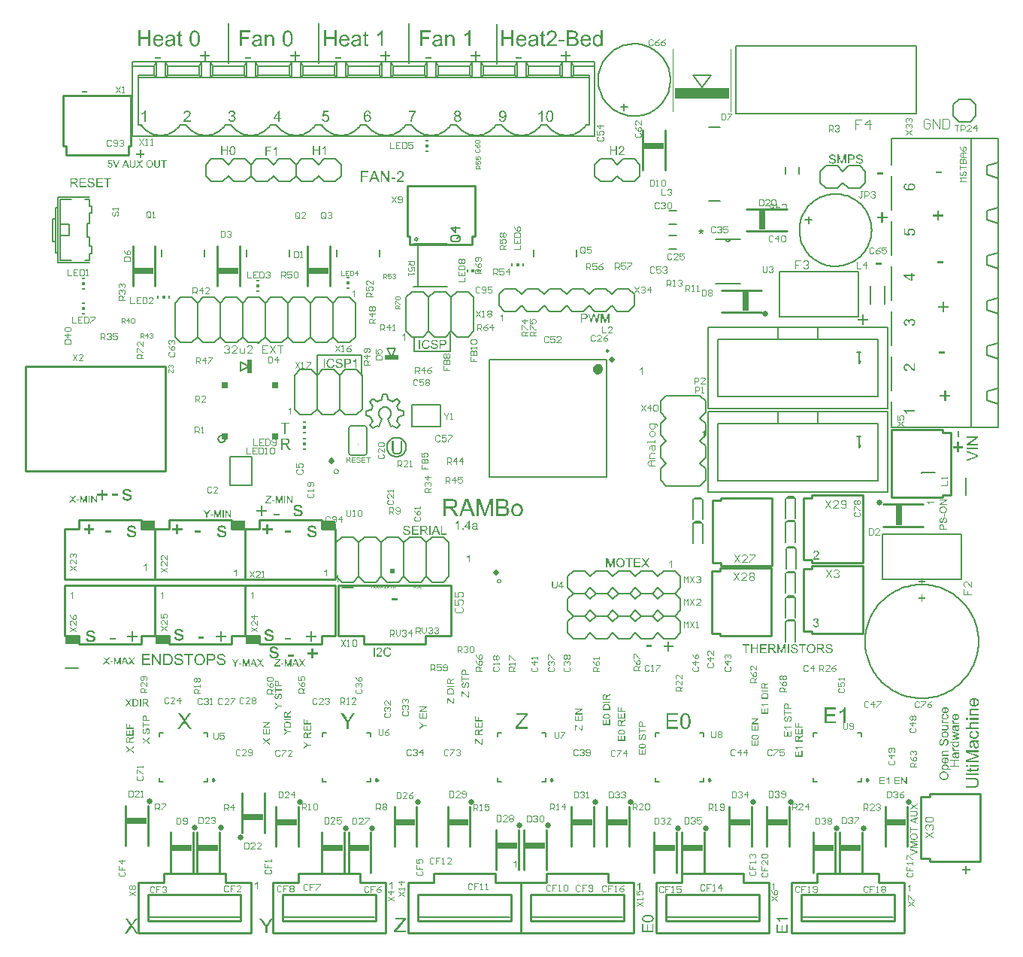
<source format=gto>
G04 Layer_Color=65535*
%FSLAX25Y25*%
%MOIN*%
G70*
G01*
G75*
%ADD63C,0.01000*%
%ADD65C,0.00800*%
%ADD67C,0.00600*%
%ADD69C,0.01200*%
%ADD130C,0.00984*%
%ADD131C,0.00000*%
%ADD132C,0.00500*%
%ADD133C,0.02362*%
%ADD134C,0.02500*%
%ADD135C,0.00787*%
%ADD136C,0.00400*%
%ADD137C,0.00218*%
%ADD138C,0.00163*%
%ADD139C,0.00272*%
%ADD140C,0.00700*%
%ADD141C,0.00340*%
%ADD142C,0.00109*%
%ADD143C,0.00005*%
%ADD144C,0.00326*%
%ADD145R,0.06250X0.03750*%
%ADD146R,0.02500X0.02500*%
%ADD147R,0.06200X0.02400*%
%ADD148R,0.24410X0.04922*%
%ADD149R,0.02000X0.02000*%
%ADD150R,0.01182X0.01181*%
%ADD151R,0.00590X0.01181*%
%ADD152R,0.01181X0.01182*%
%ADD153R,0.01181X0.00590*%
%ADD154R,0.02400X0.06200*%
%ADD155R,0.02953X0.08790*%
%ADD156R,0.08780X0.02953*%
%ADD157R,0.08790X0.02953*%
%ADD158R,0.02953X0.08780*%
G36*
X137343Y194562D02*
X140150D01*
Y194141D01*
X137343D01*
Y193096D01*
X136970D01*
Y195607D01*
X137343D01*
Y194562D01*
D02*
G37*
G36*
X139347Y192747D02*
X139409Y192737D01*
X139482Y192723D01*
X139564Y192694D01*
X139652Y192660D01*
X139734Y192612D01*
X139743Y192607D01*
X139772Y192582D01*
X139811Y192553D01*
X139860Y192505D01*
X139918Y192447D01*
X139976Y192374D01*
X140029Y192287D01*
X140082Y192190D01*
Y192186D01*
X140087Y192176D01*
X140092Y192161D01*
X140102Y192142D01*
X140111Y192118D01*
X140121Y192089D01*
X140140Y192011D01*
X140164Y191924D01*
X140184Y191818D01*
X140198Y191706D01*
X140203Y191581D01*
Y191576D01*
Y191561D01*
Y191537D01*
Y191508D01*
X140198Y191474D01*
Y191430D01*
X140194Y191382D01*
X140189Y191329D01*
X140174Y191218D01*
X140150Y191097D01*
X140121Y190976D01*
X140082Y190859D01*
Y190855D01*
X140077Y190845D01*
X140068Y190830D01*
X140058Y190811D01*
X140029Y190758D01*
X139985Y190695D01*
X139932Y190617D01*
X139869Y190545D01*
X139792Y190467D01*
X139705Y190400D01*
X139700D01*
X139695Y190395D01*
X139681Y190385D01*
X139661Y190375D01*
X139637Y190361D01*
X139608Y190346D01*
X139535Y190317D01*
X139453Y190288D01*
X139351Y190259D01*
X139245Y190240D01*
X139129Y190230D01*
X139095Y190627D01*
X139105D01*
X139134Y190632D01*
X139177Y190642D01*
X139235Y190651D01*
X139298Y190671D01*
X139366Y190690D01*
X139429Y190719D01*
X139492Y190753D01*
X139497Y190758D01*
X139516Y190772D01*
X139545Y190796D01*
X139579Y190835D01*
X139618Y190879D01*
X139661Y190932D01*
X139700Y191000D01*
X139739Y191072D01*
Y191077D01*
X139743Y191082D01*
X139753Y191111D01*
X139768Y191155D01*
X139782Y191218D01*
X139802Y191285D01*
X139816Y191372D01*
X139826Y191464D01*
X139831Y191561D01*
Y191566D01*
Y191571D01*
Y191600D01*
X139826Y191648D01*
X139821Y191702D01*
X139816Y191769D01*
X139802Y191837D01*
X139787Y191910D01*
X139763Y191982D01*
X139758Y191992D01*
X139748Y192011D01*
X139734Y192045D01*
X139710Y192084D01*
X139681Y192132D01*
X139647Y192176D01*
X139608Y192219D01*
X139564Y192258D01*
X139559Y192263D01*
X139540Y192273D01*
X139516Y192287D01*
X139482Y192307D01*
X139443Y192321D01*
X139395Y192336D01*
X139347Y192345D01*
X139293Y192350D01*
X139269D01*
X139240Y192345D01*
X139206Y192340D01*
X139163Y192331D01*
X139119Y192311D01*
X139076Y192292D01*
X139032Y192263D01*
X139027Y192258D01*
X139013Y192248D01*
X138993Y192224D01*
X138964Y192195D01*
X138935Y192157D01*
X138906Y192108D01*
X138872Y192045D01*
X138843Y191977D01*
X138838Y191973D01*
X138833Y191953D01*
X138824Y191914D01*
X138814Y191890D01*
X138804Y191861D01*
X138795Y191823D01*
X138785Y191784D01*
X138771Y191735D01*
X138756Y191687D01*
X138742Y191629D01*
X138727Y191561D01*
X138708Y191489D01*
X138688Y191411D01*
Y191406D01*
X138683Y191392D01*
X138679Y191368D01*
X138669Y191339D01*
X138659Y191305D01*
X138650Y191266D01*
X138625Y191174D01*
X138592Y191072D01*
X138558Y190971D01*
X138524Y190879D01*
X138509Y190835D01*
X138490Y190801D01*
Y190796D01*
X138485Y190792D01*
X138466Y190763D01*
X138442Y190724D01*
X138408Y190675D01*
X138364Y190617D01*
X138316Y190564D01*
X138258Y190511D01*
X138195Y190463D01*
X138185Y190458D01*
X138161Y190443D01*
X138127Y190429D01*
X138078Y190409D01*
X138020Y190385D01*
X137953Y190371D01*
X137875Y190356D01*
X137798Y190351D01*
X137754D01*
X137711Y190361D01*
X137653Y190371D01*
X137580Y190385D01*
X137507Y190409D01*
X137425Y190443D01*
X137348Y190487D01*
X137343D01*
X137338Y190492D01*
X137314Y190511D01*
X137275Y190545D01*
X137227Y190588D01*
X137178Y190642D01*
X137125Y190709D01*
X137072Y190792D01*
X137028Y190884D01*
Y190888D01*
X137023Y190893D01*
X137019Y190908D01*
X137009Y190932D01*
X137004Y190956D01*
X136994Y190985D01*
X136970Y191053D01*
X136951Y191140D01*
X136936Y191237D01*
X136922Y191348D01*
X136917Y191464D01*
Y191469D01*
Y191479D01*
Y191498D01*
Y191523D01*
X136922Y191556D01*
Y191590D01*
X136931Y191673D01*
X136946Y191769D01*
X136965Y191876D01*
X136994Y191982D01*
X137033Y192084D01*
Y192089D01*
X137038Y192094D01*
X137043Y192108D01*
X137052Y192128D01*
X137081Y192176D01*
X137115Y192239D01*
X137164Y192307D01*
X137222Y192374D01*
X137290Y192442D01*
X137367Y192500D01*
X137377Y192505D01*
X137406Y192524D01*
X137454Y192549D01*
X137512Y192573D01*
X137585Y192602D01*
X137672Y192631D01*
X137764Y192650D01*
X137865Y192660D01*
X137895Y192258D01*
X137880D01*
X137865Y192253D01*
X137846Y192248D01*
X137793Y192239D01*
X137725Y192219D01*
X137653Y192190D01*
X137580Y192152D01*
X137507Y192098D01*
X137444Y192035D01*
X137440Y192026D01*
X137420Y192002D01*
X137396Y191958D01*
X137367Y191900D01*
X137338Y191823D01*
X137314Y191726D01*
X137294Y191614D01*
X137290Y191484D01*
Y191479D01*
Y191469D01*
Y191450D01*
Y191421D01*
X137294Y191392D01*
Y191353D01*
X137309Y191271D01*
X137323Y191179D01*
X137348Y191087D01*
X137381Y191000D01*
X137406Y190961D01*
X137430Y190927D01*
X137435Y190922D01*
X137454Y190903D01*
X137483Y190874D01*
X137527Y190845D01*
X137575Y190811D01*
X137633Y190787D01*
X137696Y190767D01*
X137769Y190758D01*
X137798D01*
X137832Y190763D01*
X137870Y190772D01*
X137914Y190787D01*
X137962Y190811D01*
X138006Y190840D01*
X138049Y190879D01*
X138054Y190884D01*
X138069Y190908D01*
X138078Y190922D01*
X138093Y190942D01*
X138103Y190971D01*
X138117Y191005D01*
X138137Y191043D01*
X138156Y191087D01*
X138170Y191135D01*
X138190Y191193D01*
X138214Y191261D01*
X138233Y191334D01*
X138253Y191416D01*
X138277Y191508D01*
Y191513D01*
X138282Y191532D01*
X138287Y191556D01*
X138296Y191590D01*
X138306Y191634D01*
X138321Y191682D01*
X138345Y191789D01*
X138379Y191905D01*
X138412Y192021D01*
X138427Y192079D01*
X138446Y192128D01*
X138466Y192176D01*
X138480Y192215D01*
Y192219D01*
X138485Y192229D01*
X138495Y192239D01*
X138504Y192258D01*
X138533Y192307D01*
X138567Y192369D01*
X138616Y192437D01*
X138674Y192505D01*
X138737Y192568D01*
X138804Y192621D01*
X138814Y192626D01*
X138838Y192640D01*
X138877Y192665D01*
X138935Y192689D01*
X138998Y192713D01*
X139076Y192737D01*
X139163Y192752D01*
X139255Y192757D01*
X139298D01*
X139347Y192747D01*
D02*
G37*
G36*
X140150Y188246D02*
X139017Y187442D01*
X139013Y187437D01*
X139003Y187433D01*
X138984Y187418D01*
X138954Y187399D01*
X138896Y187360D01*
X138824Y187312D01*
X138829Y187307D01*
X138848Y187292D01*
X138877Y187278D01*
X138916Y187254D01*
X138988Y187200D01*
X139022Y187176D01*
X139051Y187157D01*
X140150Y186353D01*
Y185850D01*
X138504Y187079D01*
X136970Y185995D01*
Y186494D01*
X137788Y187074D01*
X137793D01*
X137798Y187084D01*
X137832Y187104D01*
X137875Y187137D01*
X137928Y187171D01*
X137991Y187215D01*
X138059Y187258D01*
X138117Y187292D01*
X138175Y187326D01*
X138166Y187331D01*
X138146Y187346D01*
X138112Y187370D01*
X138069Y187399D01*
X138016Y187433D01*
X137953Y187476D01*
X137890Y187525D01*
X137822Y187578D01*
X136970Y188217D01*
Y188677D01*
X138485Y187568D01*
X140150Y188764D01*
Y188246D01*
D02*
G37*
G36*
X133838Y205675D02*
X133925Y205670D01*
X134022Y205661D01*
X134114Y205646D01*
X134192Y205631D01*
X134196D01*
X134206Y205627D01*
X134216D01*
X134235Y205617D01*
X134288Y205602D01*
X134351Y205578D01*
X134424Y205549D01*
X134501Y205510D01*
X134579Y205462D01*
X134656Y205404D01*
X134661D01*
X134666Y205394D01*
X134700Y205365D01*
X134743Y205317D01*
X134797Y205254D01*
X134860Y205176D01*
X134923Y205085D01*
X134981Y204978D01*
X135034Y204857D01*
Y204852D01*
X135039Y204843D01*
X135044Y204823D01*
X135053Y204799D01*
X135063Y204770D01*
X135073Y204731D01*
X135087Y204688D01*
X135097Y204639D01*
X135106Y204586D01*
X135121Y204528D01*
X135140Y204402D01*
X135155Y204262D01*
X135160Y204107D01*
Y204102D01*
Y204092D01*
Y204073D01*
Y204044D01*
X135155Y204015D01*
Y203976D01*
X135150Y203889D01*
X135140Y203792D01*
X135121Y203681D01*
X135102Y203570D01*
X135073Y203463D01*
Y203458D01*
X135068Y203449D01*
X135063Y203434D01*
X135058Y203415D01*
X135039Y203366D01*
X135014Y203299D01*
X134985Y203226D01*
X134947Y203149D01*
X134903Y203071D01*
X134855Y202998D01*
X134850Y202989D01*
X134830Y202970D01*
X134806Y202936D01*
X134768Y202892D01*
X134729Y202849D01*
X134676Y202800D01*
X134622Y202752D01*
X134564Y202708D01*
X134560Y202703D01*
X134535Y202694D01*
X134501Y202674D01*
X134458Y202650D01*
X134405Y202626D01*
X134342Y202602D01*
X134269Y202577D01*
X134187Y202553D01*
X134177D01*
X134148Y202544D01*
X134105Y202539D01*
X134042Y202529D01*
X133969Y202519D01*
X133882Y202510D01*
X133785Y202505D01*
X133679Y202500D01*
X132536D01*
Y205680D01*
X133756D01*
X133838Y205675D01*
D02*
G37*
G36*
X135884Y442915D02*
X137080Y441250D01*
X136562D01*
X135759Y442383D01*
X135754Y442387D01*
X135749Y442397D01*
X135734Y442416D01*
X135715Y442446D01*
X135676Y442504D01*
X135628Y442576D01*
X135623Y442571D01*
X135609Y442552D01*
X135594Y442523D01*
X135570Y442484D01*
X135517Y442412D01*
X135492Y442378D01*
X135473Y442349D01*
X134670Y441250D01*
X134166D01*
X135396Y442896D01*
X134311Y444430D01*
X134810D01*
X135391Y443612D01*
Y443607D01*
X135400Y443602D01*
X135420Y443568D01*
X135454Y443525D01*
X135488Y443472D01*
X135531Y443409D01*
X135575Y443341D01*
X135609Y443283D01*
X135643Y443225D01*
X135647Y443234D01*
X135662Y443254D01*
X135686Y443288D01*
X135715Y443331D01*
X135749Y443384D01*
X135793Y443447D01*
X135841Y443510D01*
X135894Y443578D01*
X136533Y444430D01*
X136993D01*
X135884Y442915D01*
D02*
G37*
G36*
X137958Y198463D02*
X137991Y198458D01*
X138035Y198453D01*
X138078Y198449D01*
X138127Y198434D01*
X138238Y198405D01*
X138349Y198357D01*
X138408Y198328D01*
X138466Y198294D01*
X138524Y198255D01*
X138577Y198206D01*
X138582Y198202D01*
X138587Y198192D01*
X138601Y198178D01*
X138621Y198158D01*
X138640Y198124D01*
X138664Y198090D01*
X138688Y198047D01*
X138713Y197994D01*
X138742Y197935D01*
X138766Y197868D01*
X138790Y197790D01*
X138809Y197708D01*
X138829Y197611D01*
X138843Y197510D01*
X138848Y197398D01*
X138853Y197277D01*
Y196464D01*
X140150D01*
Y196043D01*
X136970D01*
Y197239D01*
Y197243D01*
Y197253D01*
Y197268D01*
Y197292D01*
Y197345D01*
X136975Y197418D01*
X136980Y197495D01*
X136985Y197577D01*
X136994Y197655D01*
X137004Y197722D01*
Y197727D01*
Y197732D01*
X137014Y197761D01*
X137023Y197805D01*
X137038Y197858D01*
X137057Y197921D01*
X137081Y197984D01*
X137115Y198052D01*
X137154Y198115D01*
X137159Y198119D01*
X137173Y198144D01*
X137198Y198173D01*
X137232Y198206D01*
X137275Y198245D01*
X137328Y198289D01*
X137386Y198332D01*
X137459Y198371D01*
X137469Y198376D01*
X137493Y198386D01*
X137532Y198400D01*
X137585Y198419D01*
X137648Y198439D01*
X137720Y198453D01*
X137803Y198463D01*
X137890Y198468D01*
X137928D01*
X137958Y198463D01*
D02*
G37*
G36*
X491407Y283220D02*
X491441Y283215D01*
X491485Y283210D01*
X491529Y283206D01*
X491577Y283191D01*
X491688Y283162D01*
X491799Y283114D01*
X491858Y283085D01*
X491916Y283051D01*
X491974Y283012D01*
X492027Y282963D01*
X492032Y282959D01*
X492037Y282949D01*
X492051Y282934D01*
X492071Y282915D01*
X492090Y282881D01*
X492114Y282847D01*
X492138Y282804D01*
X492163Y282751D01*
X492192Y282692D01*
X492216Y282625D01*
X492240Y282547D01*
X492259Y282465D01*
X492279Y282368D01*
X492293Y282266D01*
X492298Y282155D01*
X492303Y282034D01*
Y281221D01*
X493600D01*
Y280800D01*
X490420D01*
Y281996D01*
Y282000D01*
Y282010D01*
Y282025D01*
Y282049D01*
Y282102D01*
X490425Y282175D01*
X490430Y282252D01*
X490435Y282334D01*
X490444Y282412D01*
X490454Y282480D01*
Y282484D01*
Y282489D01*
X490464Y282518D01*
X490473Y282562D01*
X490488Y282615D01*
X490507Y282678D01*
X490531Y282741D01*
X490565Y282809D01*
X490604Y282872D01*
X490609Y282876D01*
X490623Y282901D01*
X490648Y282930D01*
X490682Y282963D01*
X490725Y283002D01*
X490778Y283046D01*
X490836Y283089D01*
X490909Y283128D01*
X490919Y283133D01*
X490943Y283143D01*
X490982Y283157D01*
X491035Y283176D01*
X491098Y283196D01*
X491170Y283210D01*
X491253Y283220D01*
X491340Y283225D01*
X491378D01*
X491407Y283220D01*
D02*
G37*
G36*
X132900Y184246D02*
X131767Y183442D01*
X131763Y183438D01*
X131753Y183433D01*
X131734Y183418D01*
X131704Y183399D01*
X131646Y183360D01*
X131574Y183312D01*
X131579Y183307D01*
X131598Y183292D01*
X131627Y183278D01*
X131666Y183254D01*
X131738Y183200D01*
X131772Y183176D01*
X131801Y183157D01*
X132900Y182353D01*
Y181850D01*
X131254Y183079D01*
X129720Y181995D01*
Y182494D01*
X130538Y183074D01*
X130543D01*
X130548Y183084D01*
X130582Y183104D01*
X130625Y183137D01*
X130678Y183171D01*
X130741Y183215D01*
X130809Y183258D01*
X130867Y183292D01*
X130925Y183326D01*
X130916Y183331D01*
X130896Y183346D01*
X130862Y183370D01*
X130819Y183399D01*
X130766Y183433D01*
X130703Y183476D01*
X130640Y183525D01*
X130572Y183578D01*
X129720Y184217D01*
Y184677D01*
X131235Y183568D01*
X132900Y184764D01*
Y184246D01*
D02*
G37*
G36*
X193450Y195149D02*
X190953Y193480D01*
X193450D01*
Y193078D01*
X190270D01*
Y193504D01*
X192768Y195178D01*
X190270D01*
Y195580D01*
X193450D01*
Y195149D01*
D02*
G37*
G36*
X130093Y192977D02*
X131085D01*
Y194468D01*
X131458D01*
Y192977D01*
X132900D01*
Y192556D01*
X129720D01*
Y194700D01*
X130093D01*
Y192977D01*
D02*
G37*
G36*
X132900Y189584D02*
X129720D01*
Y191883D01*
X130093D01*
Y190005D01*
X131070D01*
Y191762D01*
X131443D01*
Y190005D01*
X132527D01*
Y191956D01*
X132900D01*
Y189584D01*
D02*
G37*
G36*
Y188645D02*
X132242Y188224D01*
X132237D01*
X132227Y188215D01*
X132213Y188205D01*
X132193Y188195D01*
X132145Y188161D01*
X132082Y188118D01*
X132009Y188069D01*
X131937Y188016D01*
X131869Y187968D01*
X131806Y187919D01*
X131801Y187915D01*
X131782Y187900D01*
X131753Y187876D01*
X131719Y187852D01*
X131651Y187779D01*
X131617Y187745D01*
X131593Y187706D01*
X131588Y187702D01*
X131583Y187692D01*
X131574Y187672D01*
X131559Y187648D01*
X131530Y187590D01*
X131506Y187518D01*
Y187513D01*
X131501Y187503D01*
Y187484D01*
X131496Y187460D01*
X131492Y187426D01*
Y187387D01*
X131487Y187339D01*
Y187280D01*
Y186796D01*
X132900D01*
Y186375D01*
X129720D01*
Y187784D01*
Y187789D01*
Y187803D01*
Y187823D01*
Y187852D01*
X129725Y187890D01*
Y187929D01*
X129730Y188026D01*
X129739Y188128D01*
X129759Y188234D01*
X129778Y188336D01*
X129793Y188384D01*
X129807Y188428D01*
Y188432D01*
X129812Y188437D01*
X129822Y188466D01*
X129846Y188505D01*
X129880Y188553D01*
X129919Y188611D01*
X129972Y188670D01*
X130035Y188728D01*
X130112Y188781D01*
X130122Y188786D01*
X130151Y188800D01*
X130194Y188824D01*
X130253Y188849D01*
X130325Y188873D01*
X130407Y188897D01*
X130494Y188912D01*
X130591Y188916D01*
X130625D01*
X130649Y188912D01*
X130678D01*
X130712Y188907D01*
X130790Y188887D01*
X130882Y188863D01*
X130974Y188824D01*
X131070Y188766D01*
X131119Y188733D01*
X131162Y188694D01*
X131172Y188684D01*
X131182Y188670D01*
X131201Y188655D01*
X131216Y188631D01*
X131240Y188602D01*
X131259Y188568D01*
X131283Y188529D01*
X131308Y188486D01*
X131332Y188432D01*
X131356Y188379D01*
X131380Y188316D01*
X131404Y188253D01*
X131424Y188181D01*
X131438Y188103D01*
X131453Y188021D01*
X131458Y188031D01*
X131467Y188050D01*
X131482Y188079D01*
X131501Y188113D01*
X131554Y188195D01*
X131583Y188239D01*
X131613Y188273D01*
X131622Y188282D01*
X131642Y188307D01*
X131680Y188340D01*
X131729Y188384D01*
X131792Y188437D01*
X131864Y188495D01*
X131947Y188558D01*
X132038Y188621D01*
X132900Y189173D01*
Y188645D01*
D02*
G37*
G36*
X136234Y202500D02*
X135813D01*
Y205680D01*
X136234D01*
Y202500D01*
D02*
G37*
G36*
X202750Y199804D02*
X202092Y199383D01*
X202087D01*
X202077Y199373D01*
X202063Y199364D01*
X202043Y199354D01*
X201995Y199320D01*
X201932Y199277D01*
X201859Y199228D01*
X201787Y199175D01*
X201719Y199127D01*
X201656Y199078D01*
X201651Y199073D01*
X201632Y199059D01*
X201603Y199035D01*
X201569Y199011D01*
X201501Y198938D01*
X201467Y198904D01*
X201443Y198865D01*
X201438Y198861D01*
X201433Y198851D01*
X201424Y198831D01*
X201409Y198807D01*
X201380Y198749D01*
X201356Y198677D01*
Y198672D01*
X201351Y198662D01*
Y198643D01*
X201346Y198618D01*
X201342Y198585D01*
Y198546D01*
X201337Y198497D01*
Y198439D01*
Y197955D01*
X202750D01*
Y197534D01*
X199570D01*
Y198943D01*
Y198948D01*
Y198962D01*
Y198981D01*
Y199011D01*
X199575Y199049D01*
Y199088D01*
X199580Y199185D01*
X199590Y199286D01*
X199609Y199393D01*
X199628Y199495D01*
X199643Y199543D01*
X199657Y199586D01*
Y199591D01*
X199662Y199596D01*
X199672Y199625D01*
X199696Y199664D01*
X199730Y199712D01*
X199769Y199770D01*
X199822Y199829D01*
X199885Y199887D01*
X199962Y199940D01*
X199972Y199945D01*
X200001Y199959D01*
X200044Y199983D01*
X200102Y200008D01*
X200175Y200032D01*
X200257Y200056D01*
X200344Y200071D01*
X200441Y200075D01*
X200475D01*
X200499Y200071D01*
X200528D01*
X200562Y200066D01*
X200640Y200046D01*
X200732Y200022D01*
X200824Y199983D01*
X200921Y199925D01*
X200969Y199891D01*
X201012Y199853D01*
X201022Y199843D01*
X201032Y199829D01*
X201051Y199814D01*
X201066Y199790D01*
X201090Y199761D01*
X201109Y199727D01*
X201133Y199688D01*
X201158Y199645D01*
X201182Y199591D01*
X201206Y199538D01*
X201230Y199475D01*
X201254Y199412D01*
X201274Y199340D01*
X201288Y199262D01*
X201303Y199180D01*
X201308Y199190D01*
X201317Y199209D01*
X201332Y199238D01*
X201351Y199272D01*
X201405Y199354D01*
X201433Y199398D01*
X201463Y199432D01*
X201472Y199441D01*
X201492Y199466D01*
X201530Y199499D01*
X201579Y199543D01*
X201642Y199596D01*
X201714Y199654D01*
X201797Y199717D01*
X201888Y199780D01*
X202750Y200332D01*
Y199804D01*
D02*
G37*
G36*
X133789Y442591D02*
Y442586D01*
Y442571D01*
Y442547D01*
Y442513D01*
X133784Y442470D01*
Y442426D01*
X133779Y442373D01*
X133774Y442315D01*
X133760Y442194D01*
X133740Y442068D01*
X133716Y441942D01*
X133677Y441831D01*
Y441826D01*
X133673Y441816D01*
X133668Y441802D01*
X133658Y441782D01*
X133629Y441734D01*
X133590Y441666D01*
X133537Y441594D01*
X133469Y441516D01*
X133382Y441444D01*
X133285Y441371D01*
X133281D01*
X133271Y441361D01*
X133256Y441357D01*
X133232Y441342D01*
X133208Y441332D01*
X133174Y441318D01*
X133131Y441298D01*
X133087Y441284D01*
X133039Y441269D01*
X132981Y441250D01*
X132922Y441235D01*
X132855Y441226D01*
X132709Y441206D01*
X132545Y441197D01*
X132501D01*
X132472Y441202D01*
X132434D01*
X132390Y441206D01*
X132342Y441211D01*
X132288Y441216D01*
X132172Y441235D01*
X132051Y441260D01*
X131925Y441298D01*
X131814Y441347D01*
X131809D01*
X131799Y441357D01*
X131790Y441361D01*
X131771Y441376D01*
X131717Y441410D01*
X131659Y441463D01*
X131591Y441526D01*
X131528Y441599D01*
X131466Y441690D01*
X131412Y441792D01*
Y441797D01*
X131407Y441807D01*
X131403Y441821D01*
X131393Y441845D01*
X131383Y441874D01*
X131374Y441913D01*
X131364Y441957D01*
X131354Y442005D01*
X131340Y442058D01*
X131330Y442116D01*
X131320Y442184D01*
X131311Y442252D01*
X131301Y442329D01*
X131296Y442412D01*
X131291Y442499D01*
Y442591D01*
Y444430D01*
X131712D01*
Y442591D01*
Y442586D01*
Y442571D01*
Y442552D01*
Y442523D01*
Y442489D01*
X131717Y442450D01*
X131722Y442358D01*
X131732Y442262D01*
X131741Y442160D01*
X131761Y442063D01*
X131771Y442020D01*
X131785Y441981D01*
X131790Y441971D01*
X131799Y441947D01*
X131819Y441913D01*
X131848Y441869D01*
X131882Y441821D01*
X131930Y441768D01*
X131983Y441719D01*
X132051Y441676D01*
X132061Y441671D01*
X132085Y441661D01*
X132124Y441642D01*
X132177Y441628D01*
X132245Y441608D01*
X132322Y441589D01*
X132409Y441579D01*
X132506Y441574D01*
X132550D01*
X132584Y441579D01*
X132622D01*
X132666Y441584D01*
X132763Y441599D01*
X132874Y441628D01*
X132981Y441661D01*
X133082Y441715D01*
X133131Y441744D01*
X133169Y441782D01*
Y441787D01*
X133179Y441792D01*
X133189Y441807D01*
X133198Y441826D01*
X133218Y441850D01*
X133232Y441879D01*
X133252Y441918D01*
X133271Y441961D01*
X133285Y442015D01*
X133305Y442073D01*
X133324Y442136D01*
X133339Y442213D01*
X133348Y442295D01*
X133358Y442383D01*
X133368Y442484D01*
Y442591D01*
Y444430D01*
X133789D01*
Y442591D01*
D02*
G37*
G36*
X202750Y196368D02*
X199570D01*
Y196789D01*
X202750D01*
Y196368D01*
D02*
G37*
G36*
X314670Y500041D02*
X315528D01*
Y499374D01*
X314670D01*
Y496419D01*
Y496409D01*
Y496366D01*
Y496303D01*
X314681Y496228D01*
X314691Y496070D01*
X314702Y496006D01*
X314713Y495953D01*
X314723Y495932D01*
X314744Y495890D01*
X314787Y495837D01*
X314850Y495784D01*
X314871Y495773D01*
X314924Y495762D01*
X315020Y495741D01*
X315147Y495731D01*
X315253D01*
X315306Y495741D01*
X315369D01*
X315528Y495762D01*
X315645Y495011D01*
X315623D01*
X315581Y495000D01*
X315517Y494989D01*
X315422Y494979D01*
X315327Y494958D01*
X315221Y494947D01*
X314999Y494937D01*
X314924D01*
X314840Y494947D01*
X314734Y494958D01*
X314617Y494968D01*
X314490Y495000D01*
X314374Y495032D01*
X314268Y495074D01*
X314257Y495085D01*
X314225Y495106D01*
X314183Y495138D01*
X314130Y495180D01*
X314067Y495233D01*
X314014Y495296D01*
X313950Y495371D01*
X313908Y495455D01*
Y495466D01*
X313897Y495508D01*
X313876Y495572D01*
X313865Y495678D01*
X313844Y495815D01*
X313834Y495890D01*
X313823Y495985D01*
Y496091D01*
X313812Y496207D01*
Y496334D01*
Y496472D01*
Y499374D01*
X313177D01*
Y500041D01*
X313812D01*
Y501280D01*
X314670Y501799D01*
Y500041D01*
D02*
G37*
G36*
X333711Y500147D02*
X333796Y500136D01*
X333902Y500126D01*
X334008Y500104D01*
X334135Y500073D01*
X334389Y499988D01*
X334526Y499935D01*
X334664Y499861D01*
X334802Y499787D01*
X334939Y499691D01*
X335067Y499585D01*
X335194Y499458D01*
X335204Y499448D01*
X335225Y499427D01*
X335257Y499384D01*
X335299Y499331D01*
X335342Y499257D01*
X335395Y499172D01*
X335458Y499077D01*
X335522Y498961D01*
X335575Y498823D01*
X335638Y498685D01*
X335691Y498526D01*
X335744Y498346D01*
X335776Y498166D01*
X335808Y497965D01*
X335829Y497753D01*
X335840Y497520D01*
Y497510D01*
Y497468D01*
Y497393D01*
X335829Y497298D01*
X332080D01*
Y497287D01*
Y497266D01*
X332091Y497213D01*
Y497160D01*
X332101Y497086D01*
X332112Y497012D01*
X332154Y496821D01*
X332218Y496620D01*
X332292Y496409D01*
X332408Y496197D01*
X332546Y496017D01*
X332567Y495996D01*
X332620Y495953D01*
X332716Y495879D01*
X332832Y495805D01*
X332991Y495720D01*
X333171Y495646D01*
X333372Y495604D01*
X333594Y495582D01*
X333679D01*
X333764Y495593D01*
X333870Y495614D01*
X333997Y495646D01*
X334135Y495688D01*
X334272Y495741D01*
X334399Y495826D01*
X334410Y495837D01*
X334452Y495879D01*
X334516Y495932D01*
X334590Y496027D01*
X334675Y496133D01*
X334759Y496271D01*
X334844Y496440D01*
X334929Y496631D01*
X335808Y496514D01*
Y496504D01*
X335797Y496483D01*
X335787Y496440D01*
X335766Y496387D01*
X335744Y496324D01*
X335713Y496250D01*
X335628Y496070D01*
X335522Y495879D01*
X335395Y495678D01*
X335225Y495477D01*
X335035Y495307D01*
X335024D01*
X335014Y495286D01*
X334982Y495265D01*
X334929Y495244D01*
X334876Y495212D01*
X334812Y495169D01*
X334738Y495138D01*
X334643Y495095D01*
X334442Y495021D01*
X334188Y494947D01*
X333912Y494905D01*
X333594Y494883D01*
X333489D01*
X333415Y494894D01*
X333319Y494905D01*
X333213Y494915D01*
X333097Y494937D01*
X332959Y494968D01*
X332684Y495053D01*
X332536Y495106D01*
X332398Y495169D01*
X332250Y495244D01*
X332112Y495339D01*
X331974Y495445D01*
X331847Y495561D01*
X331837Y495572D01*
X331815Y495593D01*
X331784Y495635D01*
X331752Y495688D01*
X331699Y495752D01*
X331646Y495837D01*
X331582Y495942D01*
X331529Y496059D01*
X331466Y496186D01*
X331402Y496324D01*
X331349Y496483D01*
X331307Y496652D01*
X331265Y496832D01*
X331233Y497033D01*
X331212Y497245D01*
X331201Y497468D01*
Y497478D01*
Y497520D01*
Y497594D01*
X331212Y497679D01*
X331222Y497785D01*
X331233Y497912D01*
X331254Y498050D01*
X331286Y498198D01*
X331360Y498516D01*
X331413Y498675D01*
X331476Y498844D01*
X331551Y499003D01*
X331635Y499162D01*
X331731Y499310D01*
X331847Y499448D01*
X331858Y499458D01*
X331879Y499480D01*
X331911Y499511D01*
X331964Y499564D01*
X332027Y499617D01*
X332112Y499670D01*
X332197Y499734D01*
X332302Y499808D01*
X332419Y499871D01*
X332546Y499935D01*
X332684Y499988D01*
X332843Y500051D01*
X333001Y500094D01*
X333171Y500126D01*
X333351Y500147D01*
X333542Y500157D01*
X333637D01*
X333711Y500147D01*
D02*
G37*
G36*
X305097D02*
X305182Y500136D01*
X305287Y500126D01*
X305393Y500104D01*
X305520Y500073D01*
X305775Y499988D01*
X305912Y499935D01*
X306050Y499861D01*
X306188Y499787D01*
X306325Y499691D01*
X306452Y499585D01*
X306579Y499458D01*
X306590Y499448D01*
X306611Y499427D01*
X306643Y499384D01*
X306685Y499331D01*
X306728Y499257D01*
X306781Y499172D01*
X306844Y499077D01*
X306908Y498961D01*
X306961Y498823D01*
X307024Y498685D01*
X307077Y498526D01*
X307130Y498346D01*
X307162Y498166D01*
X307194Y497965D01*
X307215Y497753D01*
X307225Y497520D01*
Y497510D01*
Y497468D01*
Y497393D01*
X307215Y497298D01*
X303466D01*
Y497287D01*
Y497266D01*
X303477Y497213D01*
Y497160D01*
X303487Y497086D01*
X303498Y497012D01*
X303540Y496821D01*
X303604Y496620D01*
X303678Y496409D01*
X303794Y496197D01*
X303932Y496017D01*
X303953Y495996D01*
X304006Y495953D01*
X304101Y495879D01*
X304218Y495805D01*
X304377Y495720D01*
X304557Y495646D01*
X304758Y495604D01*
X304980Y495582D01*
X305065D01*
X305150Y495593D01*
X305256Y495614D01*
X305383Y495646D01*
X305520Y495688D01*
X305658Y495741D01*
X305785Y495826D01*
X305796Y495837D01*
X305838Y495879D01*
X305902Y495932D01*
X305976Y496027D01*
X306061Y496133D01*
X306145Y496271D01*
X306230Y496440D01*
X306315Y496631D01*
X307194Y496514D01*
Y496504D01*
X307183Y496483D01*
X307172Y496440D01*
X307151Y496387D01*
X307130Y496324D01*
X307098Y496250D01*
X307014Y496070D01*
X306908Y495879D01*
X306781Y495678D01*
X306611Y495477D01*
X306421Y495307D01*
X306410D01*
X306399Y495286D01*
X306368Y495265D01*
X306315Y495244D01*
X306262Y495212D01*
X306198Y495169D01*
X306124Y495138D01*
X306029Y495095D01*
X305827Y495021D01*
X305573Y494947D01*
X305298Y494905D01*
X304980Y494883D01*
X304874D01*
X304800Y494894D01*
X304705Y494905D01*
X304599Y494915D01*
X304483Y494937D01*
X304345Y494968D01*
X304070Y495053D01*
X303921Y495106D01*
X303784Y495169D01*
X303635Y495244D01*
X303498Y495339D01*
X303360Y495445D01*
X303233Y495561D01*
X303222Y495572D01*
X303201Y495593D01*
X303169Y495635D01*
X303138Y495688D01*
X303085Y495752D01*
X303032Y495837D01*
X302968Y495942D01*
X302915Y496059D01*
X302852Y496186D01*
X302788Y496324D01*
X302735Y496483D01*
X302693Y496652D01*
X302650Y496832D01*
X302619Y497033D01*
X302598Y497245D01*
X302587Y497468D01*
Y497478D01*
Y497520D01*
Y497594D01*
X302598Y497679D01*
X302608Y497785D01*
X302619Y497912D01*
X302640Y498050D01*
X302672Y498198D01*
X302746Y498516D01*
X302799Y498675D01*
X302862Y498844D01*
X302937Y499003D01*
X303021Y499162D01*
X303116Y499310D01*
X303233Y499448D01*
X303244Y499458D01*
X303265Y499480D01*
X303296Y499511D01*
X303349Y499564D01*
X303413Y499617D01*
X303498Y499670D01*
X303582Y499734D01*
X303688Y499808D01*
X303805Y499871D01*
X303932Y499935D01*
X304070Y499988D01*
X304228Y500051D01*
X304387Y500094D01*
X304557Y500126D01*
X304737Y500147D01*
X304927Y500157D01*
X305023D01*
X305097Y500147D01*
D02*
G37*
G36*
X130968Y204165D02*
X132164Y202500D01*
X131646D01*
X130842Y203633D01*
X130838Y203637D01*
X130833Y203647D01*
X130818Y203666D01*
X130799Y203696D01*
X130760Y203754D01*
X130712Y203826D01*
X130707Y203821D01*
X130692Y203802D01*
X130678Y203773D01*
X130654Y203734D01*
X130600Y203662D01*
X130576Y203628D01*
X130557Y203599D01*
X129753Y202500D01*
X129250D01*
X130479Y204146D01*
X129395Y205680D01*
X129894D01*
X130474Y204862D01*
Y204857D01*
X130484Y204852D01*
X130504Y204818D01*
X130537Y204775D01*
X130571Y204722D01*
X130615Y204659D01*
X130658Y204591D01*
X130692Y204533D01*
X130726Y204475D01*
X130731Y204484D01*
X130746Y204504D01*
X130770Y204538D01*
X130799Y204581D01*
X130833Y204634D01*
X130876Y204697D01*
X130925Y204760D01*
X130978Y204828D01*
X131617Y205680D01*
X132077D01*
X130968Y204165D01*
D02*
G37*
G36*
X125464Y441250D02*
X125033D01*
X123799Y444430D01*
X124259D01*
X125082Y442121D01*
Y442116D01*
X125086Y442107D01*
X125091Y442092D01*
X125101Y442073D01*
X125116Y442020D01*
X125140Y441952D01*
X125169Y441869D01*
X125198Y441782D01*
X125251Y441599D01*
Y441603D01*
X125256Y441608D01*
X125261Y441623D01*
X125266Y441642D01*
X125280Y441695D01*
X125299Y441763D01*
X125324Y441841D01*
X125353Y441928D01*
X125387Y442024D01*
X125420Y442121D01*
X126282Y444430D01*
X126708D01*
X125464Y441250D01*
D02*
G37*
G36*
X138494Y205675D02*
X138533D01*
X138630Y205670D01*
X138732Y205661D01*
X138838Y205641D01*
X138940Y205622D01*
X138988Y205607D01*
X139032Y205593D01*
X139037D01*
X139041Y205588D01*
X139070Y205578D01*
X139109Y205554D01*
X139157Y205520D01*
X139216Y205481D01*
X139274Y205428D01*
X139332Y205365D01*
X139385Y205288D01*
X139390Y205278D01*
X139404Y205249D01*
X139428Y205206D01*
X139453Y205148D01*
X139477Y205075D01*
X139501Y204993D01*
X139516Y204906D01*
X139521Y204809D01*
Y204804D01*
Y204794D01*
Y204775D01*
X139516Y204751D01*
Y204722D01*
X139511Y204688D01*
X139491Y204610D01*
X139467Y204518D01*
X139428Y204426D01*
X139370Y204329D01*
X139337Y204281D01*
X139298Y204238D01*
X139288Y204228D01*
X139274Y204218D01*
X139259Y204199D01*
X139235Y204184D01*
X139206Y204160D01*
X139172Y204141D01*
X139133Y204117D01*
X139090Y204092D01*
X139037Y204068D01*
X138983Y204044D01*
X138920Y204020D01*
X138857Y203996D01*
X138785Y203976D01*
X138707Y203962D01*
X138625Y203947D01*
X138635Y203942D01*
X138654Y203933D01*
X138683Y203918D01*
X138717Y203899D01*
X138799Y203846D01*
X138843Y203817D01*
X138877Y203787D01*
X138886Y203778D01*
X138911Y203758D01*
X138944Y203720D01*
X138988Y203671D01*
X139041Y203608D01*
X139099Y203536D01*
X139162Y203453D01*
X139225Y203362D01*
X139777Y202500D01*
X139249D01*
X138828Y203158D01*
Y203163D01*
X138819Y203173D01*
X138809Y203187D01*
X138799Y203207D01*
X138765Y203255D01*
X138722Y203318D01*
X138673Y203391D01*
X138620Y203463D01*
X138572Y203531D01*
X138523Y203594D01*
X138519Y203599D01*
X138504Y203618D01*
X138480Y203647D01*
X138456Y203681D01*
X138383Y203749D01*
X138349Y203783D01*
X138311Y203807D01*
X138306Y203812D01*
X138296Y203817D01*
X138277Y203826D01*
X138252Y203841D01*
X138194Y203870D01*
X138122Y203894D01*
X138117D01*
X138107Y203899D01*
X138088D01*
X138064Y203904D01*
X138030Y203908D01*
X137991D01*
X137943Y203913D01*
X137401D01*
Y202500D01*
X136979D01*
Y205680D01*
X138456D01*
X138494Y205675D01*
D02*
G37*
G36*
X144640Y442591D02*
Y442586D01*
Y442571D01*
Y442547D01*
Y442513D01*
X144635Y442470D01*
Y442426D01*
X144630Y442373D01*
X144625Y442315D01*
X144611Y442194D01*
X144592Y442068D01*
X144567Y441942D01*
X144529Y441831D01*
Y441826D01*
X144524Y441816D01*
X144519Y441802D01*
X144509Y441782D01*
X144480Y441734D01*
X144442Y441666D01*
X144388Y441594D01*
X144321Y441516D01*
X144234Y441444D01*
X144137Y441371D01*
X144132D01*
X144122Y441361D01*
X144108Y441357D01*
X144083Y441342D01*
X144059Y441332D01*
X144025Y441318D01*
X143982Y441298D01*
X143938Y441284D01*
X143890Y441269D01*
X143832Y441250D01*
X143774Y441235D01*
X143706Y441226D01*
X143561Y441206D01*
X143396Y441197D01*
X143353D01*
X143324Y441202D01*
X143285D01*
X143241Y441206D01*
X143193Y441211D01*
X143140Y441216D01*
X143024Y441235D01*
X142903Y441260D01*
X142777Y441298D01*
X142665Y441347D01*
X142660D01*
X142651Y441357D01*
X142641Y441361D01*
X142622Y441376D01*
X142569Y441410D01*
X142510Y441463D01*
X142443Y441526D01*
X142380Y441599D01*
X142317Y441690D01*
X142264Y441792D01*
Y441797D01*
X142259Y441807D01*
X142254Y441821D01*
X142244Y441845D01*
X142235Y441874D01*
X142225Y441913D01*
X142215Y441957D01*
X142206Y442005D01*
X142191Y442058D01*
X142181Y442116D01*
X142172Y442184D01*
X142162Y442252D01*
X142152Y442329D01*
X142147Y442412D01*
X142143Y442499D01*
Y442591D01*
Y444430D01*
X142564D01*
Y442591D01*
Y442586D01*
Y442571D01*
Y442552D01*
Y442523D01*
Y442489D01*
X142569Y442450D01*
X142573Y442358D01*
X142583Y442262D01*
X142593Y442160D01*
X142612Y442063D01*
X142622Y442020D01*
X142636Y441981D01*
X142641Y441971D01*
X142651Y441947D01*
X142670Y441913D01*
X142699Y441869D01*
X142733Y441821D01*
X142781Y441768D01*
X142835Y441719D01*
X142903Y441676D01*
X142912Y441671D01*
X142936Y441661D01*
X142975Y441642D01*
X143028Y441628D01*
X143096Y441608D01*
X143174Y441589D01*
X143261Y441579D01*
X143357Y441574D01*
X143401D01*
X143435Y441579D01*
X143474D01*
X143517Y441584D01*
X143614Y441599D01*
X143725Y441628D01*
X143832Y441661D01*
X143933Y441715D01*
X143982Y441744D01*
X144020Y441782D01*
Y441787D01*
X144030Y441792D01*
X144040Y441807D01*
X144050Y441826D01*
X144069Y441850D01*
X144083Y441879D01*
X144103Y441918D01*
X144122Y441961D01*
X144137Y442015D01*
X144156Y442073D01*
X144175Y442136D01*
X144190Y442213D01*
X144200Y442295D01*
X144209Y442383D01*
X144219Y442484D01*
Y442591D01*
Y444430D01*
X144640D01*
Y442591D01*
D02*
G37*
G36*
X201235Y195710D02*
X201274D01*
X201361Y195705D01*
X201458Y195695D01*
X201569Y195676D01*
X201680Y195656D01*
X201787Y195627D01*
X201792D01*
X201801Y195623D01*
X201816Y195618D01*
X201835Y195613D01*
X201884Y195594D01*
X201951Y195569D01*
X202024Y195540D01*
X202101Y195501D01*
X202179Y195458D01*
X202252Y195410D01*
X202261Y195405D01*
X202280Y195385D01*
X202314Y195361D01*
X202358Y195322D01*
X202401Y195284D01*
X202450Y195230D01*
X202498Y195177D01*
X202542Y195119D01*
X202547Y195114D01*
X202556Y195090D01*
X202576Y195056D01*
X202600Y195013D01*
X202624Y194959D01*
X202648Y194896D01*
X202673Y194824D01*
X202697Y194742D01*
Y194732D01*
X202706Y194703D01*
X202711Y194659D01*
X202721Y194596D01*
X202731Y194524D01*
X202740Y194437D01*
X202745Y194340D01*
X202750Y194233D01*
Y193091D01*
X199570D01*
Y194180D01*
Y194185D01*
Y194195D01*
Y194214D01*
Y194243D01*
Y194272D01*
Y194311D01*
X199575Y194393D01*
X199580Y194480D01*
X199590Y194577D01*
X199604Y194669D01*
X199618Y194746D01*
Y194751D01*
X199623Y194761D01*
Y194771D01*
X199633Y194790D01*
X199648Y194843D01*
X199672Y194906D01*
X199701Y194979D01*
X199740Y195056D01*
X199788Y195134D01*
X199846Y195211D01*
Y195216D01*
X199856Y195221D01*
X199885Y195255D01*
X199933Y195298D01*
X199996Y195352D01*
X200074Y195414D01*
X200165Y195477D01*
X200272Y195535D01*
X200393Y195589D01*
X200398D01*
X200407Y195594D01*
X200427Y195598D01*
X200451Y195608D01*
X200480Y195618D01*
X200519Y195627D01*
X200562Y195642D01*
X200611Y195652D01*
X200664Y195661D01*
X200722Y195676D01*
X200848Y195695D01*
X200988Y195710D01*
X201143Y195714D01*
X201206D01*
X201235Y195710D01*
D02*
G37*
G36*
X201405Y191441D02*
X202750D01*
Y191020D01*
X201405D01*
X199570Y189795D01*
Y190303D01*
X200533Y190933D01*
X200538D01*
X200543Y190942D01*
X200557Y190952D01*
X200577Y190962D01*
X200630Y190996D01*
X200698Y191039D01*
X200780Y191087D01*
X200872Y191141D01*
X200969Y191199D01*
X201070Y191257D01*
X201066D01*
X201061Y191262D01*
X201046Y191271D01*
X201027Y191281D01*
X200974Y191310D01*
X200906Y191354D01*
X200824Y191402D01*
X200727Y191465D01*
X200620Y191533D01*
X200509Y191605D01*
X199570Y192220D01*
Y192709D01*
X201405Y191441D01*
D02*
G37*
G36*
X275100Y211128D02*
X271920D01*
Y211549D01*
X275100D01*
Y211128D01*
D02*
G37*
G36*
X492100Y291104D02*
X492143D01*
X492192Y291100D01*
X492245Y291095D01*
X492308Y291085D01*
X492443Y291061D01*
X492588Y291027D01*
X492738Y290979D01*
X492884Y290911D01*
X492888D01*
X492898Y290901D01*
X492918Y290891D01*
X492947Y290877D01*
X492976Y290853D01*
X493014Y290828D01*
X493097Y290770D01*
X493189Y290693D01*
X493285Y290596D01*
X493377Y290485D01*
X493460Y290359D01*
Y290354D01*
X493469Y290345D01*
X493479Y290325D01*
X493489Y290296D01*
X493503Y290262D01*
X493523Y290224D01*
X493537Y290180D01*
X493556Y290127D01*
X493590Y290015D01*
X493624Y289885D01*
X493644Y289739D01*
X493653Y289589D01*
Y289585D01*
Y289570D01*
Y289546D01*
X493648Y289512D01*
Y289473D01*
X493644Y289430D01*
X493634Y289376D01*
X493624Y289318D01*
X493600Y289197D01*
X493561Y289062D01*
X493508Y288921D01*
X493479Y288854D01*
X493440Y288786D01*
X493435Y288781D01*
X493431Y288772D01*
X493416Y288752D01*
X493402Y288728D01*
X493377Y288699D01*
X493353Y288665D01*
X493285Y288588D01*
X493198Y288500D01*
X493102Y288408D01*
X492980Y288326D01*
X492850Y288249D01*
X492845D01*
X492830Y288239D01*
X492811Y288234D01*
X492782Y288220D01*
X492748Y288205D01*
X492709Y288191D01*
X492661Y288176D01*
X492608Y288162D01*
X492550Y288142D01*
X492492Y288128D01*
X492356Y288099D01*
X492211Y288079D01*
X492056Y288070D01*
X492022D01*
X491979Y288074D01*
X491925D01*
X491858Y288084D01*
X491780Y288094D01*
X491698Y288104D01*
X491601Y288123D01*
X491504Y288147D01*
X491403Y288171D01*
X491301Y288205D01*
X491199Y288249D01*
X491098Y288297D01*
X490996Y288350D01*
X490904Y288418D01*
X490817Y288491D01*
X490812Y288496D01*
X490798Y288510D01*
X490773Y288534D01*
X490744Y288568D01*
X490710Y288612D01*
X490677Y288660D01*
X490633Y288718D01*
X490590Y288786D01*
X490551Y288863D01*
X490507Y288946D01*
X490473Y289038D01*
X490435Y289135D01*
X490410Y289236D01*
X490386Y289347D01*
X490372Y289468D01*
X490367Y289589D01*
Y289594D01*
Y289609D01*
Y289633D01*
X490372Y289662D01*
Y289701D01*
X490377Y289749D01*
X490386Y289798D01*
X490391Y289856D01*
X490420Y289977D01*
X490459Y290112D01*
X490507Y290248D01*
X490541Y290315D01*
X490580Y290383D01*
Y290388D01*
X490590Y290398D01*
X490599Y290417D01*
X490619Y290441D01*
X490638Y290470D01*
X490667Y290504D01*
X490730Y290582D01*
X490812Y290669D01*
X490914Y290761D01*
X491030Y290843D01*
X491165Y290920D01*
X491170D01*
X491185Y290930D01*
X491204Y290940D01*
X491233Y290950D01*
X491267Y290964D01*
X491311Y290979D01*
X491359Y290998D01*
X491412Y291017D01*
X491475Y291032D01*
X491538Y291051D01*
X491683Y291080D01*
X491843Y291100D01*
X492017Y291109D01*
X492066D01*
X492100Y291104D01*
D02*
G37*
G36*
X273585Y210470D02*
X273624D01*
X273711Y210465D01*
X273808Y210455D01*
X273919Y210436D01*
X274030Y210416D01*
X274137Y210387D01*
X274142D01*
X274151Y210382D01*
X274166Y210378D01*
X274185Y210373D01*
X274234Y210353D01*
X274301Y210329D01*
X274374Y210300D01*
X274451Y210261D01*
X274529Y210218D01*
X274602Y210170D01*
X274611Y210165D01*
X274630Y210145D01*
X274664Y210121D01*
X274708Y210082D01*
X274751Y210044D01*
X274800Y209990D01*
X274848Y209937D01*
X274892Y209879D01*
X274897Y209874D01*
X274906Y209850D01*
X274926Y209816D01*
X274950Y209773D01*
X274974Y209719D01*
X274998Y209656D01*
X275023Y209584D01*
X275047Y209502D01*
Y209492D01*
X275056Y209463D01*
X275061Y209419D01*
X275071Y209356D01*
X275081Y209284D01*
X275090Y209197D01*
X275095Y209100D01*
X275100Y208993D01*
Y207851D01*
X271920D01*
Y208940D01*
Y208945D01*
Y208955D01*
Y208974D01*
Y209003D01*
Y209032D01*
Y209071D01*
X271925Y209153D01*
X271930Y209240D01*
X271939Y209337D01*
X271954Y209429D01*
X271969Y209506D01*
Y209511D01*
X271973Y209521D01*
Y209531D01*
X271983Y209550D01*
X271998Y209603D01*
X272022Y209666D01*
X272051Y209739D01*
X272090Y209816D01*
X272138Y209894D01*
X272196Y209971D01*
Y209976D01*
X272206Y209981D01*
X272235Y210015D01*
X272283Y210058D01*
X272346Y210111D01*
X272424Y210174D01*
X272515Y210237D01*
X272622Y210295D01*
X272743Y210349D01*
X272748D01*
X272757Y210353D01*
X272777Y210358D01*
X272801Y210368D01*
X272830Y210378D01*
X272869Y210387D01*
X272912Y210402D01*
X272961Y210412D01*
X273014Y210421D01*
X273072Y210436D01*
X273198Y210455D01*
X273338Y210470D01*
X273493Y210474D01*
X273556D01*
X273585Y210470D01*
D02*
G37*
G36*
X261604Y194241D02*
X262950D01*
Y193820D01*
X261604D01*
X259770Y192595D01*
Y193103D01*
X260733Y193733D01*
X260738D01*
X260743Y193742D01*
X260757Y193752D01*
X260777Y193762D01*
X260830Y193796D01*
X260898Y193839D01*
X260980Y193887D01*
X261072Y193941D01*
X261169Y193999D01*
X261270Y194057D01*
X261266D01*
X261261Y194062D01*
X261246Y194071D01*
X261227Y194081D01*
X261174Y194110D01*
X261106Y194154D01*
X261024Y194202D01*
X260927Y194265D01*
X260820Y194333D01*
X260709Y194405D01*
X259770Y195020D01*
Y195509D01*
X261604Y194241D01*
D02*
G37*
G36*
X275100Y214564D02*
X274442Y214143D01*
X274437D01*
X274427Y214133D01*
X274413Y214124D01*
X274393Y214114D01*
X274345Y214080D01*
X274282Y214037D01*
X274209Y213988D01*
X274137Y213935D01*
X274069Y213887D01*
X274006Y213838D01*
X274001Y213833D01*
X273982Y213819D01*
X273953Y213795D01*
X273919Y213770D01*
X273851Y213698D01*
X273817Y213664D01*
X273793Y213625D01*
X273788Y213620D01*
X273783Y213611D01*
X273774Y213591D01*
X273759Y213567D01*
X273730Y213509D01*
X273706Y213437D01*
Y213432D01*
X273701Y213422D01*
Y213403D01*
X273696Y213378D01*
X273692Y213345D01*
Y213306D01*
X273687Y213257D01*
Y213199D01*
Y212715D01*
X275100D01*
Y212294D01*
X271920D01*
Y213703D01*
Y213707D01*
Y213722D01*
Y213741D01*
Y213770D01*
X271925Y213809D01*
Y213848D01*
X271930Y213945D01*
X271939Y214046D01*
X271959Y214153D01*
X271978Y214254D01*
X271993Y214303D01*
X272007Y214346D01*
Y214351D01*
X272012Y214356D01*
X272022Y214385D01*
X272046Y214424D01*
X272080Y214472D01*
X272119Y214530D01*
X272172Y214588D01*
X272235Y214647D01*
X272312Y214700D01*
X272322Y214705D01*
X272351Y214719D01*
X272394Y214743D01*
X272452Y214768D01*
X272525Y214792D01*
X272607Y214816D01*
X272694Y214830D01*
X272791Y214835D01*
X272825D01*
X272849Y214830D01*
X272878D01*
X272912Y214826D01*
X272990Y214806D01*
X273082Y214782D01*
X273174Y214743D01*
X273271Y214685D01*
X273319Y214651D01*
X273362Y214613D01*
X273372Y214603D01*
X273382Y214588D01*
X273401Y214574D01*
X273416Y214550D01*
X273440Y214521D01*
X273459Y214487D01*
X273483Y214448D01*
X273508Y214405D01*
X273532Y214351D01*
X273556Y214298D01*
X273580Y214235D01*
X273604Y214172D01*
X273624Y214100D01*
X273638Y214022D01*
X273653Y213940D01*
X273658Y213949D01*
X273667Y213969D01*
X273682Y213998D01*
X273701Y214032D01*
X273755Y214114D01*
X273783Y214158D01*
X273813Y214192D01*
X273822Y214201D01*
X273842Y214225D01*
X273880Y214259D01*
X273929Y214303D01*
X273992Y214356D01*
X274064Y214414D01*
X274147Y214477D01*
X274238Y214540D01*
X275100Y215092D01*
Y214564D01*
D02*
G37*
G36*
X492647Y286521D02*
X492254D01*
Y287716D01*
X492647D01*
Y286521D01*
D02*
G37*
G36*
X280897Y213128D02*
X280960Y213118D01*
X281032Y213103D01*
X281114Y213074D01*
X281202Y213040D01*
X281284Y212992D01*
X281293Y212987D01*
X281323Y212963D01*
X281361Y212934D01*
X281410Y212886D01*
X281468Y212827D01*
X281526Y212755D01*
X281579Y212668D01*
X281632Y212571D01*
Y212566D01*
X281637Y212556D01*
X281642Y212542D01*
X281652Y212523D01*
X281661Y212498D01*
X281671Y212469D01*
X281690Y212392D01*
X281715Y212305D01*
X281734Y212198D01*
X281748Y212087D01*
X281753Y211961D01*
Y211956D01*
Y211942D01*
Y211918D01*
Y211889D01*
X281748Y211855D01*
Y211811D01*
X281744Y211763D01*
X281739Y211709D01*
X281724Y211598D01*
X281700Y211477D01*
X281671Y211356D01*
X281632Y211240D01*
Y211235D01*
X281627Y211225D01*
X281618Y211211D01*
X281608Y211192D01*
X281579Y211138D01*
X281535Y211075D01*
X281482Y210998D01*
X281419Y210925D01*
X281342Y210848D01*
X281255Y210780D01*
X281250D01*
X281245Y210775D01*
X281230Y210766D01*
X281211Y210756D01*
X281187Y210741D01*
X281158Y210727D01*
X281085Y210698D01*
X281003Y210669D01*
X280901Y210640D01*
X280795Y210620D01*
X280679Y210611D01*
X280645Y211008D01*
X280655D01*
X280684Y211013D01*
X280727Y211022D01*
X280785Y211032D01*
X280848Y211051D01*
X280916Y211071D01*
X280979Y211100D01*
X281042Y211134D01*
X281047Y211138D01*
X281066Y211153D01*
X281095Y211177D01*
X281129Y211216D01*
X281168Y211259D01*
X281211Y211313D01*
X281250Y211380D01*
X281289Y211453D01*
Y211458D01*
X281293Y211463D01*
X281303Y211492D01*
X281318Y211535D01*
X281332Y211598D01*
X281351Y211666D01*
X281366Y211753D01*
X281376Y211845D01*
X281381Y211942D01*
Y211947D01*
Y211951D01*
Y211981D01*
X281376Y212029D01*
X281371Y212082D01*
X281366Y212150D01*
X281351Y212218D01*
X281337Y212290D01*
X281313Y212363D01*
X281308Y212372D01*
X281298Y212392D01*
X281284Y212426D01*
X281260Y212464D01*
X281230Y212513D01*
X281197Y212556D01*
X281158Y212600D01*
X281114Y212639D01*
X281109Y212644D01*
X281090Y212653D01*
X281066Y212668D01*
X281032Y212687D01*
X280993Y212702D01*
X280945Y212716D01*
X280897Y212726D01*
X280843Y212731D01*
X280819D01*
X280790Y212726D01*
X280756Y212721D01*
X280713Y212711D01*
X280669Y212692D01*
X280626Y212673D01*
X280582Y212644D01*
X280577Y212639D01*
X280563Y212629D01*
X280543Y212605D01*
X280514Y212576D01*
X280485Y212537D01*
X280456Y212489D01*
X280422Y212426D01*
X280393Y212358D01*
X280388Y212353D01*
X280383Y212334D01*
X280374Y212295D01*
X280364Y212271D01*
X280354Y212242D01*
X280345Y212203D01*
X280335Y212164D01*
X280321Y212116D01*
X280306Y212068D01*
X280292Y212010D01*
X280277Y211942D01*
X280258Y211869D01*
X280238Y211792D01*
Y211787D01*
X280234Y211772D01*
X280229Y211748D01*
X280219Y211719D01*
X280209Y211685D01*
X280200Y211647D01*
X280175Y211555D01*
X280141Y211453D01*
X280108Y211351D01*
X280074Y211259D01*
X280059Y211216D01*
X280040Y211182D01*
Y211177D01*
X280035Y211172D01*
X280016Y211143D01*
X279992Y211104D01*
X279958Y211056D01*
X279914Y210998D01*
X279866Y210945D01*
X279808Y210892D01*
X279745Y210843D01*
X279735Y210838D01*
X279711Y210824D01*
X279677Y210809D01*
X279628Y210790D01*
X279570Y210766D01*
X279503Y210751D01*
X279425Y210737D01*
X279348Y210732D01*
X279304D01*
X279261Y210741D01*
X279203Y210751D01*
X279130Y210766D01*
X279057Y210790D01*
X278975Y210824D01*
X278898Y210867D01*
X278893D01*
X278888Y210872D01*
X278864Y210892D01*
X278825Y210925D01*
X278777Y210969D01*
X278728Y211022D01*
X278675Y211090D01*
X278622Y211172D01*
X278578Y211264D01*
Y211269D01*
X278573Y211274D01*
X278569Y211288D01*
X278559Y211313D01*
X278554Y211337D01*
X278544Y211366D01*
X278520Y211434D01*
X278501Y211521D01*
X278486Y211617D01*
X278472Y211729D01*
X278467Y211845D01*
Y211850D01*
Y211859D01*
Y211879D01*
Y211903D01*
X278472Y211937D01*
Y211971D01*
X278481Y212053D01*
X278496Y212150D01*
X278515Y212256D01*
X278544Y212363D01*
X278583Y212464D01*
Y212469D01*
X278588Y212474D01*
X278593Y212489D01*
X278602Y212508D01*
X278631Y212556D01*
X278665Y212619D01*
X278714Y212687D01*
X278772Y212755D01*
X278840Y212823D01*
X278917Y212881D01*
X278927Y212886D01*
X278956Y212905D01*
X279004Y212929D01*
X279062Y212953D01*
X279135Y212982D01*
X279222Y213011D01*
X279314Y213031D01*
X279415Y213040D01*
X279445Y212639D01*
X279430D01*
X279415Y212634D01*
X279396Y212629D01*
X279343Y212619D01*
X279275Y212600D01*
X279203Y212571D01*
X279130Y212532D01*
X279057Y212479D01*
X278994Y212416D01*
X278990Y212406D01*
X278970Y212382D01*
X278946Y212339D01*
X278917Y212281D01*
X278888Y212203D01*
X278864Y212106D01*
X278844Y211995D01*
X278840Y211864D01*
Y211859D01*
Y211850D01*
Y211830D01*
Y211801D01*
X278844Y211772D01*
Y211734D01*
X278859Y211651D01*
X278873Y211559D01*
X278898Y211467D01*
X278931Y211380D01*
X278956Y211342D01*
X278980Y211308D01*
X278985Y211303D01*
X279004Y211283D01*
X279033Y211255D01*
X279077Y211225D01*
X279125Y211192D01*
X279183Y211167D01*
X279246Y211148D01*
X279319Y211138D01*
X279348D01*
X279382Y211143D01*
X279420Y211153D01*
X279464Y211167D01*
X279512Y211192D01*
X279556Y211221D01*
X279599Y211259D01*
X279604Y211264D01*
X279619Y211288D01*
X279628Y211303D01*
X279643Y211322D01*
X279653Y211351D01*
X279667Y211385D01*
X279687Y211424D01*
X279706Y211467D01*
X279720Y211516D01*
X279740Y211574D01*
X279764Y211642D01*
X279783Y211714D01*
X279803Y211797D01*
X279827Y211889D01*
Y211893D01*
X279832Y211913D01*
X279837Y211937D01*
X279846Y211971D01*
X279856Y212014D01*
X279871Y212063D01*
X279895Y212169D01*
X279929Y212285D01*
X279962Y212402D01*
X279977Y212460D01*
X279996Y212508D01*
X280016Y212556D01*
X280030Y212595D01*
Y212600D01*
X280035Y212610D01*
X280045Y212619D01*
X280054Y212639D01*
X280083Y212687D01*
X280117Y212750D01*
X280166Y212818D01*
X280224Y212886D01*
X280287Y212948D01*
X280354Y213002D01*
X280364Y213007D01*
X280388Y213021D01*
X280427Y213045D01*
X280485Y213070D01*
X280548Y213094D01*
X280626Y213118D01*
X280713Y213132D01*
X280805Y213137D01*
X280848D01*
X280897Y213128D01*
D02*
G37*
G36*
X281700Y206550D02*
X281313D01*
X279275Y208171D01*
X279270D01*
X279265Y208181D01*
X279236Y208200D01*
X279198Y208234D01*
X279145Y208278D01*
X279086Y208331D01*
X279024Y208384D01*
X278956Y208447D01*
X278893Y208505D01*
Y206734D01*
X278520D01*
Y209009D01*
X278893D01*
X281100Y207223D01*
X281327Y207029D01*
Y209062D01*
X281700D01*
Y206550D01*
D02*
G37*
G36*
X284843Y196358D02*
X285835D01*
Y197848D01*
X286208D01*
Y196358D01*
X287650D01*
Y195937D01*
X284470D01*
Y198081D01*
X284843D01*
Y196358D01*
D02*
G37*
G36*
X275100Y203650D02*
X274713D01*
X272675Y205271D01*
X272670D01*
X272666Y205281D01*
X272636Y205300D01*
X272598Y205334D01*
X272545Y205378D01*
X272486Y205431D01*
X272424Y205484D01*
X272356Y205547D01*
X272293Y205605D01*
Y203834D01*
X271920D01*
Y206109D01*
X272293D01*
X274500Y204323D01*
X274727Y204129D01*
Y206162D01*
X275100D01*
Y203650D01*
D02*
G37*
G36*
X279507Y218844D02*
X279541Y218839D01*
X279585Y218834D01*
X279628Y218829D01*
X279677Y218815D01*
X279788Y218786D01*
X279900Y218737D01*
X279958Y218708D01*
X280016Y218674D01*
X280074Y218636D01*
X280127Y218587D01*
X280132Y218582D01*
X280137Y218573D01*
X280151Y218558D01*
X280171Y218539D01*
X280190Y218505D01*
X280214Y218471D01*
X280238Y218427D01*
X280262Y218374D01*
X280292Y218316D01*
X280316Y218248D01*
X280340Y218171D01*
X280359Y218089D01*
X280379Y217992D01*
X280393Y217890D01*
X280398Y217779D01*
X280403Y217658D01*
Y216845D01*
X281700D01*
Y216424D01*
X278520D01*
Y217619D01*
Y217624D01*
Y217634D01*
Y217648D01*
Y217672D01*
Y217726D01*
X278525Y217798D01*
X278530Y217876D01*
X278535Y217958D01*
X278544Y218035D01*
X278554Y218103D01*
Y218108D01*
Y218113D01*
X278564Y218142D01*
X278573Y218185D01*
X278588Y218239D01*
X278607Y218302D01*
X278631Y218364D01*
X278665Y218432D01*
X278704Y218495D01*
X278709Y218500D01*
X278723Y218524D01*
X278748Y218553D01*
X278782Y218587D01*
X278825Y218626D01*
X278878Y218669D01*
X278936Y218713D01*
X279009Y218752D01*
X279019Y218757D01*
X279043Y218766D01*
X279082Y218781D01*
X279135Y218800D01*
X279198Y218819D01*
X279270Y218834D01*
X279353Y218844D01*
X279440Y218848D01*
X279478D01*
X279507Y218844D01*
D02*
G37*
G36*
X278893Y214943D02*
X281700D01*
Y214522D01*
X278893D01*
Y213476D01*
X278520D01*
Y215988D01*
X278893D01*
Y214943D01*
D02*
G37*
G36*
X262950Y197135D02*
X259770D01*
Y199434D01*
X260143D01*
Y197556D01*
X261121D01*
Y199313D01*
X261493D01*
Y197556D01*
X262577D01*
Y199507D01*
X262950D01*
Y197135D01*
D02*
G37*
G36*
X195943Y209967D02*
X198750D01*
Y209546D01*
X195943D01*
Y208500D01*
X195570D01*
Y211012D01*
X195943D01*
Y209967D01*
D02*
G37*
G36*
X197947Y208152D02*
X198010Y208142D01*
X198082Y208128D01*
X198164Y208099D01*
X198251Y208065D01*
X198334Y208016D01*
X198343Y208012D01*
X198372Y207987D01*
X198411Y207958D01*
X198460Y207910D01*
X198518Y207852D01*
X198576Y207779D01*
X198629Y207692D01*
X198682Y207595D01*
Y207590D01*
X198687Y207581D01*
X198692Y207566D01*
X198702Y207547D01*
X198711Y207523D01*
X198721Y207494D01*
X198740Y207416D01*
X198765Y207329D01*
X198784Y207223D01*
X198798Y207111D01*
X198803Y206985D01*
Y206981D01*
Y206966D01*
Y206942D01*
Y206913D01*
X198798Y206879D01*
Y206835D01*
X198794Y206787D01*
X198789Y206734D01*
X198774Y206622D01*
X198750Y206501D01*
X198721Y206380D01*
X198682Y206264D01*
Y206259D01*
X198677Y206250D01*
X198668Y206235D01*
X198658Y206216D01*
X198629Y206163D01*
X198585Y206100D01*
X198532Y206022D01*
X198469Y205950D01*
X198392Y205872D01*
X198305Y205804D01*
X198300D01*
X198295Y205800D01*
X198281Y205790D01*
X198261Y205780D01*
X198237Y205766D01*
X198208Y205751D01*
X198135Y205722D01*
X198053Y205693D01*
X197951Y205664D01*
X197845Y205645D01*
X197729Y205635D01*
X197695Y206032D01*
X197705D01*
X197734Y206037D01*
X197777Y206046D01*
X197835Y206056D01*
X197898Y206076D01*
X197966Y206095D01*
X198029Y206124D01*
X198092Y206158D01*
X198097Y206163D01*
X198116Y206177D01*
X198145Y206201D01*
X198179Y206240D01*
X198218Y206284D01*
X198261Y206337D01*
X198300Y206405D01*
X198339Y206477D01*
Y206482D01*
X198343Y206487D01*
X198353Y206516D01*
X198368Y206559D01*
X198382Y206622D01*
X198401Y206690D01*
X198416Y206777D01*
X198426Y206869D01*
X198431Y206966D01*
Y206971D01*
Y206976D01*
Y207005D01*
X198426Y207053D01*
X198421Y207106D01*
X198416Y207174D01*
X198401Y207242D01*
X198387Y207314D01*
X198363Y207387D01*
X198358Y207397D01*
X198348Y207416D01*
X198334Y207450D01*
X198310Y207489D01*
X198281Y207537D01*
X198247Y207581D01*
X198208Y207624D01*
X198164Y207663D01*
X198160Y207668D01*
X198140Y207678D01*
X198116Y207692D01*
X198082Y207711D01*
X198043Y207726D01*
X197995Y207740D01*
X197947Y207750D01*
X197893Y207755D01*
X197869D01*
X197840Y207750D01*
X197806Y207745D01*
X197763Y207736D01*
X197719Y207716D01*
X197676Y207697D01*
X197632Y207668D01*
X197627Y207663D01*
X197613Y207653D01*
X197593Y207629D01*
X197564Y207600D01*
X197535Y207561D01*
X197506Y207513D01*
X197472Y207450D01*
X197443Y207382D01*
X197438Y207377D01*
X197433Y207358D01*
X197424Y207319D01*
X197414Y207295D01*
X197405Y207266D01*
X197395Y207227D01*
X197385Y207189D01*
X197371Y207140D01*
X197356Y207092D01*
X197342Y207034D01*
X197327Y206966D01*
X197308Y206893D01*
X197288Y206816D01*
Y206811D01*
X197283Y206797D01*
X197279Y206772D01*
X197269Y206743D01*
X197259Y206710D01*
X197250Y206671D01*
X197225Y206579D01*
X197192Y206477D01*
X197158Y206376D01*
X197124Y206284D01*
X197109Y206240D01*
X197090Y206206D01*
Y206201D01*
X197085Y206196D01*
X197066Y206167D01*
X197041Y206129D01*
X197008Y206080D01*
X196964Y206022D01*
X196916Y205969D01*
X196858Y205916D01*
X196795Y205867D01*
X196785Y205862D01*
X196761Y205848D01*
X196727Y205834D01*
X196678Y205814D01*
X196620Y205790D01*
X196553Y205775D01*
X196475Y205761D01*
X196398Y205756D01*
X196354D01*
X196311Y205766D01*
X196253Y205775D01*
X196180Y205790D01*
X196107Y205814D01*
X196025Y205848D01*
X195948Y205892D01*
X195943D01*
X195938Y205896D01*
X195914Y205916D01*
X195875Y205950D01*
X195827Y205993D01*
X195778Y206046D01*
X195725Y206114D01*
X195672Y206196D01*
X195628Y206288D01*
Y206293D01*
X195623Y206298D01*
X195618Y206313D01*
X195609Y206337D01*
X195604Y206361D01*
X195594Y206390D01*
X195570Y206458D01*
X195551Y206545D01*
X195536Y206642D01*
X195522Y206753D01*
X195517Y206869D01*
Y206874D01*
Y206884D01*
Y206903D01*
Y206927D01*
X195522Y206961D01*
Y206995D01*
X195531Y207077D01*
X195546Y207174D01*
X195565Y207281D01*
X195594Y207387D01*
X195633Y207489D01*
Y207494D01*
X195638Y207498D01*
X195643Y207513D01*
X195652Y207532D01*
X195681Y207581D01*
X195715Y207644D01*
X195764Y207711D01*
X195822Y207779D01*
X195890Y207847D01*
X195967Y207905D01*
X195977Y207910D01*
X196006Y207929D01*
X196054Y207953D01*
X196112Y207978D01*
X196185Y208007D01*
X196272Y208036D01*
X196364Y208055D01*
X196466Y208065D01*
X196495Y207663D01*
X196480D01*
X196466Y207658D01*
X196446Y207653D01*
X196393Y207644D01*
X196325Y207624D01*
X196253Y207595D01*
X196180Y207557D01*
X196107Y207503D01*
X196044Y207440D01*
X196040Y207431D01*
X196020Y207406D01*
X195996Y207363D01*
X195967Y207305D01*
X195938Y207227D01*
X195914Y207131D01*
X195894Y207019D01*
X195890Y206889D01*
Y206884D01*
Y206874D01*
Y206855D01*
Y206826D01*
X195894Y206797D01*
Y206758D01*
X195909Y206676D01*
X195923Y206584D01*
X195948Y206492D01*
X195982Y206405D01*
X196006Y206366D01*
X196030Y206332D01*
X196035Y206327D01*
X196054Y206308D01*
X196083Y206279D01*
X196127Y206250D01*
X196175Y206216D01*
X196233Y206192D01*
X196296Y206172D01*
X196369Y206163D01*
X196398D01*
X196432Y206167D01*
X196470Y206177D01*
X196514Y206192D01*
X196562Y206216D01*
X196606Y206245D01*
X196649Y206284D01*
X196654Y206288D01*
X196669Y206313D01*
X196678Y206327D01*
X196693Y206347D01*
X196703Y206376D01*
X196717Y206409D01*
X196737Y206448D01*
X196756Y206492D01*
X196770Y206540D01*
X196790Y206598D01*
X196814Y206666D01*
X196833Y206739D01*
X196853Y206821D01*
X196877Y206913D01*
Y206918D01*
X196882Y206937D01*
X196887Y206961D01*
X196896Y206995D01*
X196906Y207039D01*
X196921Y207087D01*
X196945Y207193D01*
X196979Y207310D01*
X197012Y207426D01*
X197027Y207484D01*
X197046Y207532D01*
X197066Y207581D01*
X197080Y207619D01*
Y207624D01*
X197085Y207634D01*
X197095Y207644D01*
X197104Y207663D01*
X197133Y207711D01*
X197167Y207774D01*
X197216Y207842D01*
X197274Y207910D01*
X197337Y207973D01*
X197405Y208026D01*
X197414Y208031D01*
X197438Y208045D01*
X197477Y208070D01*
X197535Y208094D01*
X197598Y208118D01*
X197676Y208142D01*
X197763Y208157D01*
X197855Y208161D01*
X197898D01*
X197947Y208152D01*
D02*
G37*
G36*
X197405Y202891D02*
X198750D01*
Y202470D01*
X197405D01*
X195570Y201245D01*
Y201753D01*
X196533Y202383D01*
X196538D01*
X196543Y202392D01*
X196557Y202402D01*
X196577Y202412D01*
X196630Y202446D01*
X196698Y202489D01*
X196780Y202537D01*
X196872Y202591D01*
X196969Y202649D01*
X197071Y202707D01*
X197066D01*
X197061Y202712D01*
X197046Y202721D01*
X197027Y202731D01*
X196974Y202760D01*
X196906Y202804D01*
X196824Y202852D01*
X196727Y202915D01*
X196620Y202983D01*
X196509Y203055D01*
X195570Y203670D01*
Y204159D01*
X197405Y202891D01*
D02*
G37*
G36*
X193450Y190130D02*
X190270D01*
Y192429D01*
X190643D01*
Y190551D01*
X191621D01*
Y192308D01*
X191993D01*
Y190551D01*
X193077D01*
Y192502D01*
X193450D01*
Y190130D01*
D02*
G37*
G36*
Y187996D02*
X192317Y187192D01*
X192313Y187188D01*
X192303Y187183D01*
X192284Y187168D01*
X192254Y187149D01*
X192196Y187110D01*
X192124Y187062D01*
X192129Y187057D01*
X192148Y187042D01*
X192177Y187028D01*
X192216Y187004D01*
X192288Y186950D01*
X192322Y186926D01*
X192351Y186907D01*
X193450Y186103D01*
Y185600D01*
X191804Y186829D01*
X190270Y185745D01*
Y186244D01*
X191088Y186825D01*
X191093D01*
X191098Y186834D01*
X191132Y186854D01*
X191175Y186887D01*
X191228Y186921D01*
X191291Y186965D01*
X191359Y187008D01*
X191417Y187042D01*
X191475Y187076D01*
X191466Y187081D01*
X191446Y187096D01*
X191412Y187120D01*
X191369Y187149D01*
X191316Y187183D01*
X191253Y187226D01*
X191190Y187275D01*
X191122Y187328D01*
X190270Y187967D01*
Y188427D01*
X191785Y187318D01*
X193450Y188514D01*
Y187996D01*
D02*
G37*
G36*
X196557Y213868D02*
X196591Y213863D01*
X196635Y213858D01*
X196678Y213853D01*
X196727Y213839D01*
X196838Y213810D01*
X196950Y213761D01*
X197008Y213732D01*
X197066Y213699D01*
X197124Y213660D01*
X197177Y213611D01*
X197182Y213607D01*
X197187Y213597D01*
X197201Y213582D01*
X197221Y213563D01*
X197240Y213529D01*
X197264Y213495D01*
X197288Y213452D01*
X197312Y213398D01*
X197342Y213340D01*
X197366Y213273D01*
X197390Y213195D01*
X197409Y213113D01*
X197429Y213016D01*
X197443Y212914D01*
X197448Y212803D01*
X197453Y212682D01*
Y211869D01*
X198750D01*
Y211448D01*
X195570D01*
Y212643D01*
Y212648D01*
Y212658D01*
Y212672D01*
Y212697D01*
Y212750D01*
X195575Y212822D01*
X195580Y212900D01*
X195585Y212982D01*
X195594Y213060D01*
X195604Y213127D01*
Y213132D01*
Y213137D01*
X195614Y213166D01*
X195623Y213210D01*
X195638Y213263D01*
X195657Y213326D01*
X195681Y213389D01*
X195715Y213457D01*
X195754Y213519D01*
X195759Y213524D01*
X195773Y213548D01*
X195798Y213578D01*
X195832Y213611D01*
X195875Y213650D01*
X195928Y213694D01*
X195986Y213737D01*
X196059Y213776D01*
X196069Y213781D01*
X196093Y213790D01*
X196132Y213805D01*
X196185Y213824D01*
X196248Y213844D01*
X196320Y213858D01*
X196403Y213868D01*
X196490Y213873D01*
X196528D01*
X196557Y213868D01*
D02*
G37*
G36*
X492797Y286139D02*
X492860Y286129D01*
X492932Y286114D01*
X493014Y286085D01*
X493102Y286051D01*
X493184Y286003D01*
X493193Y285998D01*
X493223Y285974D01*
X493261Y285945D01*
X493310Y285896D01*
X493368Y285838D01*
X493426Y285766D01*
X493479Y285679D01*
X493532Y285582D01*
Y285577D01*
X493537Y285567D01*
X493542Y285553D01*
X493552Y285533D01*
X493561Y285509D01*
X493571Y285480D01*
X493590Y285403D01*
X493614Y285316D01*
X493634Y285209D01*
X493648Y285098D01*
X493653Y284972D01*
Y284967D01*
Y284953D01*
Y284928D01*
Y284899D01*
X493648Y284866D01*
Y284822D01*
X493644Y284774D01*
X493639Y284720D01*
X493624Y284609D01*
X493600Y284488D01*
X493571Y284367D01*
X493532Y284251D01*
Y284246D01*
X493527Y284236D01*
X493518Y284222D01*
X493508Y284203D01*
X493479Y284149D01*
X493435Y284086D01*
X493382Y284009D01*
X493319Y283936D01*
X493242Y283859D01*
X493155Y283791D01*
X493150D01*
X493145Y283786D01*
X493130Y283777D01*
X493111Y283767D01*
X493087Y283752D01*
X493058Y283738D01*
X492985Y283709D01*
X492903Y283680D01*
X492801Y283651D01*
X492695Y283631D01*
X492579Y283622D01*
X492545Y284019D01*
X492555D01*
X492584Y284023D01*
X492627Y284033D01*
X492685Y284043D01*
X492748Y284062D01*
X492816Y284082D01*
X492879Y284111D01*
X492942Y284144D01*
X492947Y284149D01*
X492966Y284164D01*
X492995Y284188D01*
X493029Y284227D01*
X493068Y284270D01*
X493111Y284324D01*
X493150Y284391D01*
X493189Y284464D01*
Y284469D01*
X493193Y284474D01*
X493203Y284503D01*
X493218Y284546D01*
X493232Y284609D01*
X493252Y284677D01*
X493266Y284764D01*
X493276Y284856D01*
X493281Y284953D01*
Y284958D01*
Y284962D01*
Y284991D01*
X493276Y285040D01*
X493271Y285093D01*
X493266Y285161D01*
X493252Y285229D01*
X493237Y285301D01*
X493213Y285374D01*
X493208Y285384D01*
X493198Y285403D01*
X493184Y285437D01*
X493160Y285475D01*
X493130Y285524D01*
X493097Y285567D01*
X493058Y285611D01*
X493014Y285650D01*
X493010Y285654D01*
X492990Y285664D01*
X492966Y285679D01*
X492932Y285698D01*
X492893Y285713D01*
X492845Y285727D01*
X492797Y285737D01*
X492743Y285742D01*
X492719D01*
X492690Y285737D01*
X492656Y285732D01*
X492613Y285722D01*
X492569Y285703D01*
X492525Y285684D01*
X492482Y285654D01*
X492477Y285650D01*
X492463Y285640D01*
X492443Y285616D01*
X492414Y285587D01*
X492385Y285548D01*
X492356Y285500D01*
X492322Y285437D01*
X492293Y285369D01*
X492288Y285364D01*
X492283Y285345D01*
X492274Y285306D01*
X492264Y285282D01*
X492254Y285253D01*
X492245Y285214D01*
X492235Y285175D01*
X492221Y285127D01*
X492206Y285079D01*
X492192Y285020D01*
X492177Y284953D01*
X492158Y284880D01*
X492138Y284803D01*
Y284798D01*
X492134Y284783D01*
X492129Y284759D01*
X492119Y284730D01*
X492109Y284696D01*
X492100Y284658D01*
X492075Y284565D01*
X492041Y284464D01*
X492008Y284362D01*
X491974Y284270D01*
X491959Y284227D01*
X491940Y284193D01*
Y284188D01*
X491935Y284183D01*
X491916Y284154D01*
X491891Y284115D01*
X491858Y284067D01*
X491814Y284009D01*
X491766Y283956D01*
X491708Y283902D01*
X491645Y283854D01*
X491635Y283849D01*
X491611Y283835D01*
X491577Y283820D01*
X491529Y283801D01*
X491470Y283777D01*
X491403Y283762D01*
X491325Y283748D01*
X491248Y283743D01*
X491204D01*
X491161Y283752D01*
X491103Y283762D01*
X491030Y283777D01*
X490957Y283801D01*
X490875Y283835D01*
X490798Y283878D01*
X490793D01*
X490788Y283883D01*
X490764Y283902D01*
X490725Y283936D01*
X490677Y283980D01*
X490628Y284033D01*
X490575Y284101D01*
X490522Y284183D01*
X490478Y284275D01*
Y284280D01*
X490473Y284285D01*
X490469Y284299D01*
X490459Y284324D01*
X490454Y284348D01*
X490444Y284377D01*
X490420Y284444D01*
X490401Y284532D01*
X490386Y284628D01*
X490372Y284740D01*
X490367Y284856D01*
Y284861D01*
Y284870D01*
Y284890D01*
Y284914D01*
X490372Y284948D01*
Y284982D01*
X490381Y285064D01*
X490396Y285161D01*
X490415Y285267D01*
X490444Y285374D01*
X490483Y285475D01*
Y285480D01*
X490488Y285485D01*
X490493Y285500D01*
X490502Y285519D01*
X490531Y285567D01*
X490565Y285630D01*
X490614Y285698D01*
X490672Y285766D01*
X490740Y285834D01*
X490817Y285892D01*
X490827Y285896D01*
X490856Y285916D01*
X490904Y285940D01*
X490962Y285964D01*
X491035Y285993D01*
X491122Y286022D01*
X491214Y286042D01*
X491316Y286051D01*
X491345Y285650D01*
X491330D01*
X491316Y285645D01*
X491296Y285640D01*
X491243Y285630D01*
X491175Y285611D01*
X491103Y285582D01*
X491030Y285543D01*
X490957Y285490D01*
X490894Y285427D01*
X490890Y285417D01*
X490870Y285393D01*
X490846Y285350D01*
X490817Y285292D01*
X490788Y285214D01*
X490764Y285117D01*
X490744Y285006D01*
X490740Y284875D01*
Y284870D01*
Y284861D01*
Y284841D01*
Y284812D01*
X490744Y284783D01*
Y284745D01*
X490759Y284662D01*
X490773Y284570D01*
X490798Y284478D01*
X490832Y284391D01*
X490856Y284353D01*
X490880Y284319D01*
X490885Y284314D01*
X490904Y284295D01*
X490933Y284265D01*
X490977Y284236D01*
X491025Y284203D01*
X491083Y284178D01*
X491146Y284159D01*
X491219Y284149D01*
X491248D01*
X491282Y284154D01*
X491320Y284164D01*
X491364Y284178D01*
X491412Y284203D01*
X491456Y284232D01*
X491499Y284270D01*
X491504Y284275D01*
X491519Y284299D01*
X491529Y284314D01*
X491543Y284333D01*
X491553Y284362D01*
X491567Y284396D01*
X491587Y284435D01*
X491606Y284478D01*
X491620Y284527D01*
X491640Y284585D01*
X491664Y284653D01*
X491683Y284725D01*
X491703Y284807D01*
X491727Y284899D01*
Y284904D01*
X491732Y284924D01*
X491737Y284948D01*
X491746Y284982D01*
X491756Y285025D01*
X491771Y285074D01*
X491795Y285180D01*
X491829Y285296D01*
X491862Y285413D01*
X491877Y285471D01*
X491896Y285519D01*
X491916Y285567D01*
X491930Y285606D01*
Y285611D01*
X491935Y285621D01*
X491945Y285630D01*
X491954Y285650D01*
X491983Y285698D01*
X492017Y285761D01*
X492066Y285829D01*
X492124Y285896D01*
X492187Y285959D01*
X492254Y286013D01*
X492264Y286017D01*
X492288Y286032D01*
X492327Y286056D01*
X492385Y286080D01*
X492448Y286105D01*
X492525Y286129D01*
X492613Y286143D01*
X492705Y286148D01*
X492748D01*
X492797Y286139D01*
D02*
G37*
G36*
X210304Y185541D02*
X211650D01*
Y185120D01*
X210304D01*
X208470Y183895D01*
Y184403D01*
X209433Y185033D01*
X209438D01*
X209443Y185042D01*
X209457Y185052D01*
X209477Y185062D01*
X209530Y185096D01*
X209598Y185139D01*
X209680Y185187D01*
X209772Y185241D01*
X209869Y185299D01*
X209970Y185357D01*
X209966D01*
X209961Y185362D01*
X209946Y185371D01*
X209927Y185381D01*
X209874Y185410D01*
X209806Y185454D01*
X209724Y185502D01*
X209627Y185565D01*
X209520Y185633D01*
X209409Y185705D01*
X208470Y186320D01*
Y186809D01*
X210304Y185541D01*
D02*
G37*
G36*
X262950Y202154D02*
X260453Y200484D01*
X262950D01*
Y200083D01*
X259770D01*
Y200509D01*
X262268Y202183D01*
X259770D01*
Y202585D01*
X262950D01*
Y202154D01*
D02*
G37*
G36*
X208843Y195032D02*
X209835D01*
Y196523D01*
X210208D01*
Y195032D01*
X211650D01*
Y194611D01*
X208470D01*
Y196755D01*
X208843D01*
Y195032D01*
D02*
G37*
G36*
X211650Y191639D02*
X208470D01*
Y193938D01*
X208843D01*
Y192060D01*
X209821D01*
Y193817D01*
X210193D01*
Y192060D01*
X211277D01*
Y194011D01*
X211650D01*
Y191639D01*
D02*
G37*
G36*
Y190700D02*
X210992Y190279D01*
X210987D01*
X210977Y190269D01*
X210963Y190260D01*
X210943Y190250D01*
X210895Y190216D01*
X210832Y190173D01*
X210759Y190124D01*
X210687Y190071D01*
X210619Y190023D01*
X210556Y189974D01*
X210551Y189969D01*
X210532Y189955D01*
X210503Y189931D01*
X210469Y189906D01*
X210401Y189834D01*
X210367Y189800D01*
X210343Y189761D01*
X210338Y189756D01*
X210333Y189747D01*
X210324Y189727D01*
X210309Y189703D01*
X210280Y189645D01*
X210256Y189573D01*
Y189568D01*
X210251Y189558D01*
Y189539D01*
X210246Y189514D01*
X210242Y189480D01*
Y189442D01*
X210237Y189393D01*
Y189335D01*
Y188851D01*
X211650D01*
Y188430D01*
X208470D01*
Y189839D01*
Y189843D01*
Y189858D01*
Y189877D01*
Y189906D01*
X208475Y189945D01*
Y189984D01*
X208480Y190081D01*
X208489Y190182D01*
X208509Y190289D01*
X208528Y190390D01*
X208543Y190439D01*
X208557Y190482D01*
Y190487D01*
X208562Y190492D01*
X208572Y190521D01*
X208596Y190560D01*
X208630Y190608D01*
X208669Y190666D01*
X208722Y190724D01*
X208785Y190782D01*
X208862Y190836D01*
X208872Y190841D01*
X208901Y190855D01*
X208944Y190879D01*
X209002Y190903D01*
X209075Y190928D01*
X209157Y190952D01*
X209244Y190966D01*
X209341Y190971D01*
X209375D01*
X209399Y190966D01*
X209428D01*
X209462Y190962D01*
X209540Y190942D01*
X209632Y190918D01*
X209724Y190879D01*
X209821Y190821D01*
X209869Y190787D01*
X209912Y190749D01*
X209922Y190739D01*
X209932Y190724D01*
X209951Y190710D01*
X209966Y190686D01*
X209990Y190657D01*
X210009Y190623D01*
X210033Y190584D01*
X210058Y190541D01*
X210082Y190487D01*
X210106Y190434D01*
X210130Y190371D01*
X210154Y190308D01*
X210174Y190236D01*
X210188Y190158D01*
X210203Y190076D01*
X210208Y190085D01*
X210217Y190105D01*
X210232Y190134D01*
X210251Y190168D01*
X210304Y190250D01*
X210333Y190294D01*
X210363Y190328D01*
X210372Y190337D01*
X210392Y190361D01*
X210430Y190395D01*
X210479Y190439D01*
X210542Y190492D01*
X210614Y190550D01*
X210697Y190613D01*
X210788Y190676D01*
X211650Y191228D01*
Y190700D01*
D02*
G37*
G36*
X480600Y138060D02*
Y137629D01*
X477420Y136395D01*
Y136855D01*
X479729Y137678D01*
X479734D01*
X479743Y137683D01*
X479758Y137687D01*
X479777Y137697D01*
X479830Y137712D01*
X479898Y137736D01*
X479981Y137765D01*
X480068Y137794D01*
X480252Y137847D01*
X480247D01*
X480242Y137852D01*
X480227Y137857D01*
X480208Y137862D01*
X480155Y137876D01*
X480087Y137896D01*
X480010Y137920D01*
X479922Y137949D01*
X479826Y137983D01*
X479729Y138017D01*
X477420Y138878D01*
Y139304D01*
X480600Y138060D01*
D02*
G37*
G36*
Y142300D02*
X477938D01*
X480600Y141371D01*
Y140993D01*
X477894Y140078D01*
X480600D01*
Y139672D01*
X477420D01*
Y140301D01*
X479671Y141056D01*
X479676D01*
X479685Y141061D01*
X479700Y141066D01*
X479724Y141071D01*
X479777Y141090D01*
X479845Y141114D01*
X479922Y141138D01*
X480000Y141163D01*
X480077Y141187D01*
X480140Y141206D01*
X480130Y141211D01*
X480106Y141216D01*
X480068Y141230D01*
X480014Y141250D01*
X479942Y141269D01*
X479855Y141298D01*
X479753Y141337D01*
X479632Y141376D01*
X477420Y142135D01*
Y142707D01*
X480600D01*
Y142300D01*
D02*
G37*
G36*
X479100Y146288D02*
X479143D01*
X479192Y146283D01*
X479245Y146278D01*
X479308Y146269D01*
X479443Y146245D01*
X479588Y146211D01*
X479739Y146162D01*
X479884Y146095D01*
X479888D01*
X479898Y146085D01*
X479918Y146075D01*
X479947Y146061D01*
X479976Y146036D01*
X480014Y146012D01*
X480097Y145954D01*
X480189Y145877D01*
X480285Y145780D01*
X480377Y145669D01*
X480460Y145543D01*
Y145538D01*
X480469Y145528D01*
X480479Y145509D01*
X480489Y145480D01*
X480503Y145446D01*
X480523Y145407D01*
X480537Y145364D01*
X480556Y145310D01*
X480590Y145199D01*
X480624Y145068D01*
X480644Y144923D01*
X480653Y144773D01*
Y144768D01*
Y144754D01*
Y144730D01*
X480648Y144696D01*
Y144657D01*
X480644Y144614D01*
X480634Y144560D01*
X480624Y144502D01*
X480600Y144381D01*
X480561Y144246D01*
X480508Y144105D01*
X480479Y144037D01*
X480440Y143970D01*
X480435Y143965D01*
X480431Y143955D01*
X480416Y143936D01*
X480402Y143912D01*
X480377Y143883D01*
X480353Y143849D01*
X480285Y143771D01*
X480198Y143684D01*
X480101Y143592D01*
X479981Y143510D01*
X479850Y143432D01*
X479845D01*
X479830Y143423D01*
X479811Y143418D01*
X479782Y143403D01*
X479748Y143389D01*
X479709Y143374D01*
X479661Y143360D01*
X479608Y143345D01*
X479550Y143326D01*
X479492Y143312D01*
X479356Y143282D01*
X479211Y143263D01*
X479056Y143253D01*
X479022D01*
X478979Y143258D01*
X478925D01*
X478858Y143268D01*
X478780Y143278D01*
X478698Y143287D01*
X478601Y143307D01*
X478504Y143331D01*
X478403Y143355D01*
X478301Y143389D01*
X478199Y143432D01*
X478098Y143481D01*
X477996Y143534D01*
X477904Y143602D01*
X477817Y143675D01*
X477812Y143679D01*
X477798Y143694D01*
X477773Y143718D01*
X477744Y143752D01*
X477710Y143796D01*
X477677Y143844D01*
X477633Y143902D01*
X477590Y143970D01*
X477551Y144047D01*
X477507Y144130D01*
X477473Y144221D01*
X477435Y144318D01*
X477410Y144420D01*
X477386Y144531D01*
X477372Y144652D01*
X477367Y144773D01*
Y144778D01*
Y144793D01*
Y144817D01*
X477372Y144846D01*
Y144885D01*
X477377Y144933D01*
X477386Y144981D01*
X477391Y145039D01*
X477420Y145160D01*
X477459Y145296D01*
X477507Y145431D01*
X477541Y145499D01*
X477580Y145567D01*
Y145572D01*
X477590Y145581D01*
X477599Y145601D01*
X477619Y145625D01*
X477638Y145654D01*
X477667Y145688D01*
X477730Y145765D01*
X477812Y145852D01*
X477914Y145944D01*
X478030Y146027D01*
X478165Y146104D01*
X478170D01*
X478185Y146114D01*
X478204Y146124D01*
X478233Y146133D01*
X478267Y146148D01*
X478311Y146162D01*
X478359Y146182D01*
X478412Y146201D01*
X478475Y146215D01*
X478538Y146235D01*
X478683Y146264D01*
X478843Y146283D01*
X479017Y146293D01*
X479066D01*
X479100Y146288D01*
D02*
G37*
G36*
X321001Y256065D02*
Y256060D01*
Y256045D01*
Y256021D01*
Y255987D01*
X320997Y255944D01*
Y255900D01*
X320992Y255847D01*
X320987Y255789D01*
X320972Y255668D01*
X320953Y255542D01*
X320929Y255416D01*
X320890Y255305D01*
Y255300D01*
X320885Y255290D01*
X320880Y255276D01*
X320871Y255256D01*
X320842Y255208D01*
X320803Y255140D01*
X320750Y255068D01*
X320682Y254990D01*
X320595Y254918D01*
X320498Y254845D01*
X320493D01*
X320484Y254835D01*
X320469Y254831D01*
X320445Y254816D01*
X320421Y254806D01*
X320387Y254792D01*
X320343Y254772D01*
X320300Y254758D01*
X320251Y254743D01*
X320193Y254724D01*
X320135Y254710D01*
X320067Y254700D01*
X319922Y254680D01*
X319758Y254671D01*
X319714D01*
X319685Y254676D01*
X319646D01*
X319603Y254680D01*
X319554Y254685D01*
X319501Y254690D01*
X319385Y254710D01*
X319264Y254734D01*
X319138Y254772D01*
X319027Y254821D01*
X319022D01*
X319012Y254831D01*
X319003Y254835D01*
X318983Y254850D01*
X318930Y254884D01*
X318872Y254937D01*
X318804Y255000D01*
X318741Y255072D01*
X318678Y255164D01*
X318625Y255266D01*
Y255271D01*
X318620Y255281D01*
X318615Y255295D01*
X318606Y255319D01*
X318596Y255348D01*
X318586Y255387D01*
X318577Y255431D01*
X318567Y255479D01*
X318552Y255532D01*
X318543Y255590D01*
X318533Y255658D01*
X318523Y255726D01*
X318514Y255803D01*
X318509Y255886D01*
X318504Y255973D01*
Y256065D01*
Y257904D01*
X318925D01*
Y256065D01*
Y256060D01*
Y256045D01*
Y256026D01*
Y255997D01*
Y255963D01*
X318930Y255924D01*
X318935Y255832D01*
X318944Y255736D01*
X318954Y255634D01*
X318973Y255537D01*
X318983Y255494D01*
X318998Y255455D01*
X319003Y255445D01*
X319012Y255421D01*
X319032Y255387D01*
X319061Y255344D01*
X319094Y255295D01*
X319143Y255242D01*
X319196Y255193D01*
X319264Y255150D01*
X319274Y255145D01*
X319298Y255135D01*
X319337Y255116D01*
X319390Y255101D01*
X319458Y255082D01*
X319535Y255063D01*
X319622Y255053D01*
X319719Y255048D01*
X319762D01*
X319796Y255053D01*
X319835D01*
X319879Y255058D01*
X319975Y255072D01*
X320087Y255101D01*
X320193Y255135D01*
X320295Y255189D01*
X320343Y255218D01*
X320382Y255256D01*
Y255261D01*
X320392Y255266D01*
X320401Y255281D01*
X320411Y255300D01*
X320430Y255324D01*
X320445Y255353D01*
X320464Y255392D01*
X320484Y255435D01*
X320498Y255489D01*
X320517Y255547D01*
X320537Y255610D01*
X320551Y255687D01*
X320561Y255769D01*
X320571Y255857D01*
X320580Y255958D01*
Y256065D01*
Y257904D01*
X321001D01*
Y256065D01*
D02*
G37*
G36*
X323184Y255842D02*
X323615D01*
Y255484D01*
X323184D01*
Y254724D01*
X322792D01*
Y255484D01*
X321413D01*
Y255842D01*
X322865Y257899D01*
X323184D01*
Y255842D01*
D02*
G37*
G36*
X140443Y495000D02*
X139522D01*
Y498283D01*
X135921D01*
Y495000D01*
X135000D01*
Y501958D01*
X135921D01*
Y499098D01*
X139522D01*
Y501958D01*
X140443D01*
Y495000D01*
D02*
G37*
G36*
X144097Y500147D02*
X144182Y500136D01*
X144287Y500126D01*
X144393Y500104D01*
X144520Y500073D01*
X144775Y499988D01*
X144912Y499935D01*
X145050Y499861D01*
X145188Y499787D01*
X145325Y499691D01*
X145452Y499585D01*
X145579Y499458D01*
X145590Y499448D01*
X145611Y499427D01*
X145643Y499384D01*
X145685Y499331D01*
X145728Y499257D01*
X145781Y499172D01*
X145844Y499077D01*
X145908Y498961D01*
X145961Y498823D01*
X146024Y498685D01*
X146077Y498526D01*
X146130Y498346D01*
X146162Y498166D01*
X146194Y497965D01*
X146215Y497753D01*
X146225Y497520D01*
Y497510D01*
Y497468D01*
Y497393D01*
X146215Y497298D01*
X142466D01*
Y497287D01*
Y497266D01*
X142476Y497213D01*
Y497160D01*
X142487Y497086D01*
X142498Y497012D01*
X142540Y496821D01*
X142604Y496620D01*
X142678Y496409D01*
X142794Y496197D01*
X142932Y496017D01*
X142953Y495996D01*
X143006Y495953D01*
X143101Y495879D01*
X143218Y495805D01*
X143377Y495720D01*
X143557Y495646D01*
X143758Y495604D01*
X143980Y495582D01*
X144065D01*
X144150Y495593D01*
X144256Y495614D01*
X144383Y495646D01*
X144520Y495688D01*
X144658Y495741D01*
X144785Y495826D01*
X144796Y495837D01*
X144838Y495879D01*
X144902Y495932D01*
X144976Y496027D01*
X145061Y496133D01*
X145145Y496271D01*
X145230Y496440D01*
X145315Y496631D01*
X146194Y496514D01*
Y496504D01*
X146183Y496483D01*
X146172Y496440D01*
X146151Y496387D01*
X146130Y496324D01*
X146098Y496250D01*
X146014Y496070D01*
X145908Y495879D01*
X145781Y495678D01*
X145611Y495477D01*
X145421Y495307D01*
X145410D01*
X145399Y495286D01*
X145368Y495265D01*
X145315Y495244D01*
X145262Y495212D01*
X145198Y495169D01*
X145124Y495138D01*
X145029Y495095D01*
X144827Y495021D01*
X144573Y494947D01*
X144298Y494905D01*
X143980Y494883D01*
X143874D01*
X143800Y494894D01*
X143705Y494905D01*
X143599Y494915D01*
X143483Y494937D01*
X143345Y494968D01*
X143070Y495053D01*
X142921Y495106D01*
X142784Y495169D01*
X142635Y495244D01*
X142498Y495339D01*
X142360Y495445D01*
X142233Y495561D01*
X142222Y495572D01*
X142201Y495593D01*
X142169Y495635D01*
X142138Y495688D01*
X142085Y495752D01*
X142032Y495837D01*
X141968Y495942D01*
X141915Y496059D01*
X141852Y496186D01*
X141788Y496324D01*
X141735Y496483D01*
X141693Y496652D01*
X141650Y496832D01*
X141619Y497033D01*
X141598Y497245D01*
X141587Y497468D01*
Y497478D01*
Y497520D01*
Y497594D01*
X141598Y497679D01*
X141608Y497785D01*
X141619Y497912D01*
X141640Y498050D01*
X141672Y498198D01*
X141746Y498516D01*
X141799Y498675D01*
X141862Y498844D01*
X141936Y499003D01*
X142021Y499162D01*
X142116Y499310D01*
X142233Y499448D01*
X142244Y499458D01*
X142265Y499480D01*
X142297Y499511D01*
X142350Y499564D01*
X142413Y499617D01*
X142498Y499670D01*
X142582Y499734D01*
X142688Y499808D01*
X142805Y499871D01*
X142932Y499935D01*
X143070Y499988D01*
X143228Y500051D01*
X143387Y500094D01*
X143557Y500126D01*
X143737Y500147D01*
X143927Y500157D01*
X144023D01*
X144097Y500147D01*
D02*
G37*
G36*
X193714D02*
X193820Y500136D01*
X193947Y500115D01*
X194095Y500083D01*
X194233Y500041D01*
X194381Y499988D01*
X194402Y499977D01*
X194445Y499956D01*
X194508Y499924D01*
X194593Y499871D01*
X194688Y499808D01*
X194784Y499734D01*
X194879Y499649D01*
X194953Y499554D01*
X194964Y499543D01*
X194985Y499511D01*
X195017Y499448D01*
X195059Y499374D01*
X195101Y499289D01*
X195144Y499183D01*
X195186Y499056D01*
X195218Y498929D01*
Y498918D01*
X195228Y498886D01*
X195239Y498823D01*
X195250Y498738D01*
Y498622D01*
X195260Y498474D01*
X195271Y498304D01*
Y498092D01*
Y495000D01*
X194413D01*
Y498061D01*
Y498071D01*
Y498082D01*
Y498145D01*
Y498241D01*
X194402Y498357D01*
X194392Y498474D01*
X194371Y498611D01*
X194339Y498728D01*
X194307Y498834D01*
Y498844D01*
X194286Y498876D01*
X194265Y498929D01*
X194233Y498982D01*
X194180Y499056D01*
X194116Y499120D01*
X194042Y499194D01*
X193958Y499257D01*
X193947Y499268D01*
X193915Y499278D01*
X193862Y499310D01*
X193788Y499342D01*
X193703Y499363D01*
X193598Y499395D01*
X193492Y499405D01*
X193365Y499416D01*
X193269D01*
X193174Y499395D01*
X193036Y499374D01*
X192888Y499331D01*
X192740Y499268D01*
X192570Y499183D01*
X192422Y499067D01*
X192401Y499045D01*
X192359Y498992D01*
X192295Y498908D01*
X192263Y498844D01*
X192231Y498770D01*
X192189Y498685D01*
X192157Y498590D01*
X192125Y498484D01*
X192094Y498368D01*
X192062Y498230D01*
X192051Y498082D01*
X192030Y497923D01*
Y497753D01*
Y495000D01*
X191173D01*
Y500041D01*
X191946D01*
Y499321D01*
X191956Y499331D01*
X191967Y499353D01*
X191999Y499395D01*
X192051Y499448D01*
X192104Y499511D01*
X192178Y499585D01*
X192253Y499660D01*
X192348Y499744D01*
X192464Y499819D01*
X192581Y499893D01*
X192708Y499967D01*
X192856Y500030D01*
X193005Y500083D01*
X193174Y500126D01*
X193354Y500147D01*
X193545Y500157D01*
X193619D01*
X193714Y500147D01*
D02*
G37*
G36*
X477793Y148064D02*
X480600D01*
Y147643D01*
X477793D01*
Y146598D01*
X477420D01*
Y149110D01*
X477793D01*
Y148064D01*
D02*
G37*
G36*
X149614Y500147D02*
X149762Y500136D01*
X149932Y500115D01*
X150112Y500094D01*
X150281Y500051D01*
X150440Y499999D01*
X150461Y499988D01*
X150504Y499977D01*
X150578Y499935D01*
X150663Y499893D01*
X150758Y499840D01*
X150864Y499776D01*
X150949Y499702D01*
X151033Y499617D01*
X151044Y499607D01*
X151065Y499575D01*
X151097Y499533D01*
X151139Y499458D01*
X151181Y499374D01*
X151224Y499278D01*
X151266Y499162D01*
X151298Y499035D01*
Y499024D01*
X151309Y498992D01*
X151319Y498940D01*
X151330Y498855D01*
Y498749D01*
X151340Y498611D01*
X151351Y498452D01*
Y498251D01*
Y497107D01*
Y497097D01*
Y497054D01*
Y496991D01*
Y496917D01*
Y496821D01*
Y496716D01*
X151362Y496472D01*
Y496207D01*
X151372Y495964D01*
X151383Y495847D01*
Y495752D01*
X151393Y495667D01*
X151404Y495593D01*
Y495582D01*
X151415Y495540D01*
X151425Y495477D01*
X151446Y495402D01*
X151478Y495318D01*
X151520Y495212D01*
X151616Y495000D01*
X150726D01*
X150716Y495011D01*
X150705Y495042D01*
X150684Y495106D01*
X150652Y495180D01*
X150620Y495275D01*
X150599Y495381D01*
X150578Y495498D01*
X150557Y495635D01*
X150536Y495614D01*
X150472Y495572D01*
X150387Y495498D01*
X150260Y495413D01*
X150122Y495307D01*
X149964Y495212D01*
X149805Y495127D01*
X149635Y495053D01*
X149614Y495042D01*
X149561Y495032D01*
X149477Y495000D01*
X149360Y494968D01*
X149212Y494937D01*
X149053Y494915D01*
X148883Y494894D01*
X148693Y494883D01*
X148619D01*
X148555Y494894D01*
X148492D01*
X148407Y494905D01*
X148227Y494937D01*
X148015Y494979D01*
X147814Y495053D01*
X147602Y495148D01*
X147422Y495286D01*
X147401Y495307D01*
X147348Y495360D01*
X147284Y495445D01*
X147200Y495572D01*
X147115Y495720D01*
X147051Y495890D01*
X146999Y496101D01*
X146977Y496324D01*
Y496345D01*
Y496387D01*
X146988Y496461D01*
X146999Y496546D01*
X147020Y496652D01*
X147041Y496769D01*
X147083Y496885D01*
X147136Y497002D01*
X147147Y497012D01*
X147168Y497054D01*
X147200Y497107D01*
X147253Y497182D01*
X147316Y497256D01*
X147401Y497340D01*
X147486Y497414D01*
X147581Y497489D01*
X147591Y497499D01*
X147634Y497520D01*
X147687Y497552D01*
X147761Y497594D01*
X147856Y497647D01*
X147952Y497690D01*
X148068Y497732D01*
X148195Y497775D01*
X148206D01*
X148248Y497785D01*
X148301Y497796D01*
X148386Y497817D01*
X148492Y497838D01*
X148629Y497859D01*
X148778Y497881D01*
X148958Y497902D01*
X148968D01*
X149000Y497912D01*
X149053D01*
X149127Y497923D01*
X149212Y497933D01*
X149307Y497944D01*
X149540Y497986D01*
X149784Y498029D01*
X150038Y498071D01*
X150281Y498135D01*
X150387Y498166D01*
X150483Y498198D01*
Y498209D01*
Y498230D01*
X150493Y498293D01*
Y498368D01*
Y498399D01*
Y498421D01*
Y498431D01*
Y498442D01*
Y498505D01*
X150483Y498601D01*
X150461Y498706D01*
X150430Y498823D01*
X150387Y498950D01*
X150334Y499056D01*
X150250Y499151D01*
X150239Y499162D01*
X150186Y499194D01*
X150112Y499247D01*
X150006Y499299D01*
X149868Y499353D01*
X149699Y499405D01*
X149498Y499437D01*
X149275Y499448D01*
X149180D01*
X149074Y499437D01*
X148936Y499427D01*
X148788Y499395D01*
X148651Y499363D01*
X148502Y499310D01*
X148386Y499236D01*
X148375Y499225D01*
X148343Y499194D01*
X148291Y499141D01*
X148227Y499067D01*
X148153Y498961D01*
X148089Y498834D01*
X148015Y498675D01*
X147962Y498495D01*
X147125Y498611D01*
Y498622D01*
X147136Y498632D01*
X147147Y498696D01*
X147178Y498791D01*
X147210Y498918D01*
X147263Y499056D01*
X147327Y499194D01*
X147401Y499342D01*
X147496Y499469D01*
X147507Y499480D01*
X147549Y499522D01*
X147602Y499585D01*
X147687Y499660D01*
X147793Y499734D01*
X147930Y499819D01*
X148079Y499903D01*
X148248Y499977D01*
X148259D01*
X148269Y499988D01*
X148301Y499999D01*
X148333Y500009D01*
X148439Y500030D01*
X148576Y500073D01*
X148746Y500104D01*
X148936Y500126D01*
X149159Y500147D01*
X149392Y500157D01*
X149498D01*
X149614Y500147D01*
D02*
G37*
G36*
X153670Y500041D02*
X154528D01*
Y499374D01*
X153670D01*
Y496419D01*
Y496409D01*
Y496366D01*
Y496303D01*
X153681Y496228D01*
X153691Y496070D01*
X153702Y496006D01*
X153712Y495953D01*
X153723Y495932D01*
X153744Y495890D01*
X153787Y495837D01*
X153850Y495784D01*
X153871Y495773D01*
X153924Y495762D01*
X154020Y495741D01*
X154147Y495731D01*
X154253D01*
X154306Y495741D01*
X154369D01*
X154528Y495762D01*
X154645Y495011D01*
X154623D01*
X154581Y495000D01*
X154517Y494989D01*
X154422Y494979D01*
X154327Y494958D01*
X154221Y494947D01*
X153998Y494937D01*
X153924D01*
X153840Y494947D01*
X153734Y494958D01*
X153617Y494968D01*
X153490Y495000D01*
X153374Y495032D01*
X153268Y495074D01*
X153257Y495085D01*
X153225Y495106D01*
X153183Y495138D01*
X153130Y495180D01*
X153067Y495233D01*
X153014Y495296D01*
X152950Y495371D01*
X152908Y495455D01*
Y495466D01*
X152897Y495508D01*
X152876Y495572D01*
X152865Y495678D01*
X152844Y495815D01*
X152834Y495890D01*
X152823Y495985D01*
Y496091D01*
X152812Y496207D01*
Y496334D01*
Y496472D01*
Y499374D01*
X152177D01*
Y500041D01*
X152812D01*
Y501280D01*
X153670Y501799D01*
Y500041D01*
D02*
G37*
G36*
X160300Y501979D02*
X160427Y501958D01*
X160575Y501936D01*
X160744Y501894D01*
X160914Y501831D01*
X161073Y501756D01*
X161094Y501746D01*
X161147Y501714D01*
X161221Y501661D01*
X161327Y501598D01*
X161433Y501502D01*
X161549Y501386D01*
X161666Y501259D01*
X161772Y501110D01*
X161782Y501089D01*
X161814Y501036D01*
X161867Y500941D01*
X161930Y500824D01*
X161994Y500676D01*
X162068Y500496D01*
X162142Y500295D01*
X162206Y500073D01*
Y500062D01*
X162216Y500041D01*
Y500009D01*
X162227Y499956D01*
X162248Y499903D01*
X162259Y499829D01*
X162269Y499734D01*
X162290Y499638D01*
X162301Y499522D01*
X162312Y499405D01*
X162333Y499268D01*
X162343Y499120D01*
X162354Y498961D01*
Y498802D01*
X162365Y498431D01*
Y498421D01*
Y498378D01*
Y498315D01*
Y498230D01*
X162354Y498124D01*
Y498008D01*
X162343Y497870D01*
X162333Y497722D01*
X162301Y497404D01*
X162259Y497076D01*
X162195Y496747D01*
X162153Y496599D01*
X162110Y496451D01*
Y496440D01*
X162100Y496419D01*
X162089Y496377D01*
X162068Y496324D01*
X162036Y496260D01*
X162004Y496197D01*
X161920Y496027D01*
X161814Y495837D01*
X161687Y495646D01*
X161539Y495455D01*
X161358Y495286D01*
X161348D01*
X161337Y495265D01*
X161306Y495254D01*
X161274Y495222D01*
X161157Y495159D01*
X161020Y495085D01*
X160829Y495011D01*
X160617Y494947D01*
X160374Y494905D01*
X160098Y494883D01*
X160003D01*
X159929Y494894D01*
X159844Y494905D01*
X159749Y494926D01*
X159643Y494947D01*
X159526Y494968D01*
X159272Y495053D01*
X159135Y495117D01*
X159008Y495180D01*
X158870Y495265D01*
X158743Y495360D01*
X158626Y495466D01*
X158510Y495593D01*
X158499Y495604D01*
X158478Y495635D01*
X158446Y495688D01*
X158404Y495762D01*
X158351Y495858D01*
X158298Y495974D01*
X158235Y496112D01*
X158171Y496281D01*
X158107Y496461D01*
X158044Y496673D01*
X157991Y496906D01*
X157938Y497160D01*
X157896Y497446D01*
X157864Y497743D01*
X157843Y498082D01*
X157832Y498431D01*
Y498442D01*
Y498484D01*
Y498548D01*
Y498632D01*
X157843Y498738D01*
Y498855D01*
X157853Y498992D01*
X157864Y499141D01*
X157896Y499458D01*
X157938Y499787D01*
X157991Y500115D01*
X158033Y500263D01*
X158076Y500412D01*
Y500422D01*
X158086Y500443D01*
X158107Y500486D01*
X158129Y500539D01*
X158150Y500602D01*
X158182Y500676D01*
X158266Y500846D01*
X158372Y501036D01*
X158499Y501227D01*
X158648Y501407D01*
X158827Y501576D01*
X158838D01*
X158849Y501598D01*
X158880Y501619D01*
X158923Y501640D01*
X159029Y501704D01*
X159177Y501788D01*
X159357Y501862D01*
X159579Y501926D01*
X159823Y501968D01*
X160098Y501989D01*
X160194D01*
X160300Y501979D01*
D02*
G37*
G36*
X136254Y447456D02*
X137770D01*
Y446820D01*
X136254D01*
Y445296D01*
X135610D01*
Y446820D01*
X134094D01*
Y447456D01*
X135610D01*
Y448972D01*
X136254D01*
Y447456D01*
D02*
G37*
G36*
X106171Y250000D02*
X105779D01*
Y252488D01*
X105774Y252483D01*
X105755Y252464D01*
X105721Y252439D01*
X105678Y252406D01*
X105624Y252362D01*
X105561Y252318D01*
X105489Y252265D01*
X105407Y252217D01*
X105402D01*
X105397Y252212D01*
X105368Y252192D01*
X105324Y252168D01*
X105271Y252139D01*
X105208Y252105D01*
X105140Y252076D01*
X105068Y252043D01*
X105000Y252013D01*
Y252396D01*
X105005D01*
X105015Y252401D01*
X105034Y252410D01*
X105053Y252425D01*
X105082Y252439D01*
X105116Y252454D01*
X105194Y252497D01*
X105281Y252551D01*
X105377Y252614D01*
X105474Y252686D01*
X105566Y252764D01*
X105571Y252768D01*
X105576Y252773D01*
X105605Y252802D01*
X105649Y252846D01*
X105702Y252899D01*
X105760Y252967D01*
X105818Y253040D01*
X105871Y253117D01*
X105915Y253194D01*
X106171D01*
Y250000D01*
D02*
G37*
G36*
X223671Y257500D02*
X223279D01*
Y259988D01*
X223274Y259983D01*
X223255Y259964D01*
X223221Y259939D01*
X223178Y259906D01*
X223124Y259862D01*
X223061Y259818D01*
X222989Y259765D01*
X222907Y259717D01*
X222902D01*
X222897Y259712D01*
X222868Y259693D01*
X222824Y259668D01*
X222771Y259639D01*
X222708Y259605D01*
X222640Y259576D01*
X222568Y259542D01*
X222500Y259513D01*
Y259896D01*
X222505D01*
X222515Y259901D01*
X222534Y259910D01*
X222553Y259925D01*
X222582Y259939D01*
X222616Y259954D01*
X222694Y259997D01*
X222781Y260051D01*
X222878Y260114D01*
X222974Y260186D01*
X223066Y260264D01*
X223071Y260268D01*
X223076Y260273D01*
X223105Y260302D01*
X223149Y260346D01*
X223202Y260399D01*
X223260Y260467D01*
X223318Y260540D01*
X223371Y260617D01*
X223415Y260694D01*
X223671D01*
Y257500D01*
D02*
G37*
G36*
X502454Y130356D02*
X503970D01*
Y129720D01*
X502454D01*
Y128196D01*
X501810D01*
Y129720D01*
X500294D01*
Y130356D01*
X501810D01*
Y131872D01*
X502454D01*
Y130356D01*
D02*
G37*
G36*
X218671Y260000D02*
X218279D01*
Y262488D01*
X218274Y262483D01*
X218255Y262464D01*
X218221Y262439D01*
X218178Y262405D01*
X218124Y262362D01*
X218061Y262318D01*
X217989Y262265D01*
X217907Y262217D01*
X217902D01*
X217897Y262212D01*
X217868Y262193D01*
X217824Y262168D01*
X217771Y262139D01*
X217708Y262105D01*
X217640Y262076D01*
X217568Y262042D01*
X217500Y262013D01*
Y262396D01*
X217505D01*
X217514Y262401D01*
X217534Y262410D01*
X217553Y262425D01*
X217582Y262439D01*
X217616Y262454D01*
X217694Y262497D01*
X217781Y262551D01*
X217878Y262614D01*
X217974Y262686D01*
X218066Y262764D01*
X218071Y262769D01*
X218076Y262773D01*
X218105Y262802D01*
X218149Y262846D01*
X218202Y262899D01*
X218260Y262967D01*
X218318Y263039D01*
X218371Y263117D01*
X218415Y263194D01*
X218671D01*
Y260000D01*
D02*
G37*
G36*
X186171Y250000D02*
X185779D01*
Y252488D01*
X185774Y252483D01*
X185755Y252464D01*
X185721Y252439D01*
X185678Y252406D01*
X185624Y252362D01*
X185561Y252318D01*
X185489Y252265D01*
X185407Y252217D01*
X185402D01*
X185397Y252212D01*
X185368Y252192D01*
X185324Y252168D01*
X185271Y252139D01*
X185208Y252105D01*
X185140Y252076D01*
X185068Y252043D01*
X185000Y252013D01*
Y252396D01*
X185005D01*
X185014Y252401D01*
X185034Y252410D01*
X185053Y252425D01*
X185082Y252439D01*
X185116Y252454D01*
X185194Y252497D01*
X185281Y252551D01*
X185378Y252614D01*
X185474Y252686D01*
X185566Y252764D01*
X185571Y252768D01*
X185576Y252773D01*
X185605Y252802D01*
X185649Y252846D01*
X185702Y252899D01*
X185760Y252967D01*
X185818Y253040D01*
X185871Y253117D01*
X185915Y253194D01*
X186171D01*
Y250000D01*
D02*
G37*
G36*
X146171D02*
X145779D01*
Y252488D01*
X145774Y252483D01*
X145755Y252464D01*
X145721Y252439D01*
X145678Y252406D01*
X145624Y252362D01*
X145561Y252318D01*
X145489Y252265D01*
X145407Y252217D01*
X145402D01*
X145397Y252212D01*
X145368Y252192D01*
X145324Y252168D01*
X145271Y252139D01*
X145208Y252105D01*
X145140Y252076D01*
X145068Y252043D01*
X145000Y252013D01*
Y252396D01*
X145005D01*
X145015Y252401D01*
X145034Y252410D01*
X145053Y252425D01*
X145082Y252439D01*
X145116Y252454D01*
X145194Y252497D01*
X145281Y252551D01*
X145378Y252614D01*
X145474Y252686D01*
X145566Y252764D01*
X145571Y252768D01*
X145576Y252773D01*
X145605Y252802D01*
X145649Y252846D01*
X145702Y252899D01*
X145760Y252967D01*
X145818Y253040D01*
X145871Y253117D01*
X145915Y253194D01*
X146171D01*
Y250000D01*
D02*
G37*
G36*
X279239Y280800D02*
X278683D01*
Y281357D01*
X279239D01*
Y280800D01*
D02*
G37*
G36*
X277164D02*
X276674D01*
Y283910D01*
X276668Y283904D01*
X276644Y283879D01*
X276602Y283849D01*
X276547Y283807D01*
X276481Y283752D01*
X276402Y283698D01*
X276311Y283631D01*
X276208Y283571D01*
X276202D01*
X276196Y283565D01*
X276160Y283541D01*
X276105Y283510D01*
X276039Y283474D01*
X275960Y283432D01*
X275875Y283395D01*
X275785Y283353D01*
X275700Y283317D01*
Y283795D01*
X275706D01*
X275718Y283801D01*
X275742Y283813D01*
X275767Y283831D01*
X275803Y283849D01*
X275845Y283867D01*
X275942Y283922D01*
X276051Y283988D01*
X276172Y284067D01*
X276293Y284158D01*
X276408Y284255D01*
X276414Y284261D01*
X276420Y284267D01*
X276456Y284303D01*
X276511Y284357D01*
X276577Y284424D01*
X276650Y284509D01*
X276722Y284599D01*
X276789Y284696D01*
X276843Y284793D01*
X277164D01*
Y280800D01*
D02*
G37*
G36*
X252178Y316628D02*
Y316619D01*
Y316592D01*
Y316546D01*
Y316483D01*
X252169Y316401D01*
Y316319D01*
X252160Y316220D01*
X252151Y316111D01*
X252124Y315884D01*
X252087Y315648D01*
X252042Y315411D01*
X251969Y315203D01*
Y315194D01*
X251960Y315175D01*
X251951Y315148D01*
X251933Y315112D01*
X251879Y315021D01*
X251806Y314894D01*
X251706Y314758D01*
X251579Y314612D01*
X251416Y314476D01*
X251234Y314340D01*
X251225D01*
X251207Y314322D01*
X251180Y314313D01*
X251134Y314285D01*
X251089Y314267D01*
X251025Y314240D01*
X250943Y314204D01*
X250862Y314177D01*
X250771Y314149D01*
X250662Y314113D01*
X250553Y314086D01*
X250426Y314068D01*
X250153Y314031D01*
X249845Y314013D01*
X249763D01*
X249709Y314022D01*
X249636D01*
X249554Y314031D01*
X249463Y314040D01*
X249363Y314049D01*
X249146Y314086D01*
X248919Y314131D01*
X248682Y314204D01*
X248474Y314295D01*
X248465D01*
X248446Y314313D01*
X248428Y314322D01*
X248392Y314349D01*
X248292Y314413D01*
X248183Y314512D01*
X248056Y314631D01*
X247938Y314767D01*
X247820Y314939D01*
X247720Y315130D01*
Y315139D01*
X247711Y315157D01*
X247702Y315184D01*
X247684Y315230D01*
X247666Y315284D01*
X247647Y315357D01*
X247629Y315439D01*
X247611Y315529D01*
X247584Y315629D01*
X247566Y315738D01*
X247548Y315865D01*
X247529Y315993D01*
X247511Y316138D01*
X247502Y316292D01*
X247493Y316456D01*
Y316628D01*
Y320079D01*
X248283D01*
Y316628D01*
Y316619D01*
Y316592D01*
Y316556D01*
Y316501D01*
Y316438D01*
X248292Y316365D01*
X248301Y316192D01*
X248319Y316011D01*
X248337Y315820D01*
X248374Y315638D01*
X248392Y315557D01*
X248419Y315484D01*
X248428Y315466D01*
X248446Y315421D01*
X248483Y315357D01*
X248537Y315275D01*
X248601Y315184D01*
X248692Y315085D01*
X248791Y314994D01*
X248919Y314912D01*
X248937Y314903D01*
X248982Y314885D01*
X249055Y314848D01*
X249155Y314821D01*
X249282Y314785D01*
X249427Y314749D01*
X249590Y314730D01*
X249772Y314721D01*
X249854D01*
X249917Y314730D01*
X249990D01*
X250072Y314739D01*
X250253Y314767D01*
X250462Y314821D01*
X250662Y314885D01*
X250853Y314985D01*
X250943Y315039D01*
X251016Y315112D01*
Y315121D01*
X251034Y315130D01*
X251052Y315157D01*
X251070Y315194D01*
X251107Y315239D01*
X251134Y315293D01*
X251170Y315366D01*
X251207Y315448D01*
X251234Y315548D01*
X251270Y315657D01*
X251307Y315775D01*
X251334Y315920D01*
X251352Y316074D01*
X251370Y316238D01*
X251388Y316428D01*
Y316628D01*
Y320079D01*
X252178D01*
Y316628D01*
D02*
G37*
G36*
X249135Y436239D02*
X247267D01*
Y436852D01*
X249135D01*
Y436239D01*
D02*
G37*
G36*
X284515Y283740D02*
X284599Y283734D01*
X284696Y283722D01*
X284799Y283710D01*
X284896Y283686D01*
X284987Y283656D01*
X284999Y283649D01*
X285023Y283644D01*
X285065Y283619D01*
X285114Y283595D01*
X285168Y283565D01*
X285229Y283528D01*
X285277Y283486D01*
X285326Y283438D01*
X285332Y283432D01*
X285344Y283414D01*
X285362Y283389D01*
X285386Y283347D01*
X285410Y283299D01*
X285435Y283244D01*
X285459Y283178D01*
X285477Y283105D01*
Y283099D01*
X285483Y283081D01*
X285489Y283051D01*
X285495Y283002D01*
Y282942D01*
X285501Y282863D01*
X285507Y282772D01*
Y282657D01*
Y282004D01*
Y281998D01*
Y281974D01*
Y281937D01*
Y281895D01*
Y281841D01*
Y281780D01*
X285513Y281641D01*
Y281490D01*
X285519Y281351D01*
X285525Y281284D01*
Y281230D01*
X285531Y281181D01*
X285537Y281139D01*
Y281133D01*
X285543Y281109D01*
X285549Y281072D01*
X285561Y281030D01*
X285580Y280981D01*
X285604Y280921D01*
X285658Y280800D01*
X285150D01*
X285144Y280806D01*
X285138Y280824D01*
X285126Y280860D01*
X285108Y280903D01*
X285090Y280957D01*
X285078Y281018D01*
X285065Y281084D01*
X285053Y281163D01*
X285041Y281151D01*
X285005Y281127D01*
X284957Y281084D01*
X284884Y281036D01*
X284805Y280976D01*
X284715Y280921D01*
X284624Y280873D01*
X284527Y280830D01*
X284515Y280824D01*
X284485Y280818D01*
X284436Y280800D01*
X284370Y280782D01*
X284285Y280764D01*
X284194Y280752D01*
X284097Y280739D01*
X283988Y280733D01*
X283946D01*
X283910Y280739D01*
X283874D01*
X283825Y280746D01*
X283722Y280764D01*
X283601Y280788D01*
X283486Y280830D01*
X283365Y280885D01*
X283262Y280963D01*
X283250Y280976D01*
X283220Y281006D01*
X283184Y281054D01*
X283135Y281127D01*
X283087Y281211D01*
X283051Y281308D01*
X283020Y281429D01*
X283008Y281556D01*
Y281568D01*
Y281592D01*
X283014Y281635D01*
X283020Y281683D01*
X283033Y281744D01*
X283045Y281810D01*
X283069Y281877D01*
X283099Y281943D01*
X283105Y281949D01*
X283117Y281974D01*
X283135Y282004D01*
X283166Y282046D01*
X283202Y282089D01*
X283250Y282137D01*
X283299Y282179D01*
X283353Y282222D01*
X283359Y282228D01*
X283383Y282240D01*
X283414Y282258D01*
X283456Y282282D01*
X283511Y282312D01*
X283565Y282337D01*
X283632Y282361D01*
X283704Y282385D01*
X283710D01*
X283734Y282391D01*
X283765Y282397D01*
X283813Y282409D01*
X283874Y282421D01*
X283952Y282434D01*
X284037Y282446D01*
X284140Y282458D01*
X284146D01*
X284164Y282464D01*
X284194D01*
X284237Y282470D01*
X284285Y282476D01*
X284339Y282482D01*
X284472Y282506D01*
X284612Y282530D01*
X284757Y282555D01*
X284896Y282591D01*
X284957Y282609D01*
X285011Y282627D01*
Y282633D01*
Y282645D01*
X285017Y282682D01*
Y282724D01*
Y282742D01*
Y282754D01*
Y282760D01*
Y282766D01*
Y282803D01*
X285011Y282857D01*
X284999Y282917D01*
X284981Y282984D01*
X284957Y283057D01*
X284926Y283117D01*
X284878Y283172D01*
X284872Y283178D01*
X284842Y283196D01*
X284799Y283226D01*
X284739Y283256D01*
X284660Y283286D01*
X284563Y283317D01*
X284448Y283335D01*
X284321Y283341D01*
X284267D01*
X284206Y283335D01*
X284128Y283329D01*
X284043Y283311D01*
X283964Y283293D01*
X283880Y283262D01*
X283813Y283220D01*
X283807Y283214D01*
X283789Y283196D01*
X283759Y283166D01*
X283722Y283123D01*
X283680Y283063D01*
X283644Y282990D01*
X283601Y282899D01*
X283571Y282797D01*
X283093Y282863D01*
Y282869D01*
X283099Y282875D01*
X283105Y282911D01*
X283123Y282966D01*
X283141Y283038D01*
X283172Y283117D01*
X283208Y283196D01*
X283250Y283280D01*
X283305Y283353D01*
X283311Y283359D01*
X283335Y283383D01*
X283365Y283420D01*
X283414Y283462D01*
X283474Y283504D01*
X283553Y283553D01*
X283638Y283601D01*
X283734Y283644D01*
X283740D01*
X283747Y283649D01*
X283765Y283656D01*
X283783Y283662D01*
X283843Y283674D01*
X283922Y283698D01*
X284019Y283716D01*
X284128Y283728D01*
X284255Y283740D01*
X284388Y283746D01*
X284448D01*
X284515Y283740D01*
D02*
G37*
G36*
X282004Y282198D02*
X282542D01*
Y281750D01*
X282004D01*
Y280800D01*
X281514D01*
Y281750D01*
X279790D01*
Y282198D01*
X281605Y284769D01*
X282004D01*
Y282198D01*
D02*
G37*
G36*
X480600Y159017D02*
X479467Y158214D01*
X479463Y158209D01*
X479453Y158204D01*
X479434Y158190D01*
X479404Y158170D01*
X479346Y158132D01*
X479274Y158083D01*
X479279Y158078D01*
X479298Y158064D01*
X479327Y158049D01*
X479366Y158025D01*
X479438Y157972D01*
X479472Y157948D01*
X479501Y157928D01*
X480600Y157125D01*
Y156622D01*
X478954Y157851D01*
X477420Y156767D01*
Y157265D01*
X478238Y157846D01*
X478243D01*
X478248Y157856D01*
X478282Y157875D01*
X478325Y157909D01*
X478378Y157943D01*
X478441Y157986D01*
X478509Y158030D01*
X478567Y158064D01*
X478625Y158098D01*
X478616Y158103D01*
X478596Y158117D01*
X478562Y158141D01*
X478519Y158170D01*
X478466Y158204D01*
X478403Y158248D01*
X478340Y158296D01*
X478272Y158349D01*
X477420Y158988D01*
Y159448D01*
X478935Y158340D01*
X480600Y159535D01*
Y159017D01*
D02*
G37*
G36*
X140148Y444478D02*
X140187D01*
X140236Y444473D01*
X140284Y444464D01*
X140342Y444459D01*
X140463Y444430D01*
X140599Y444391D01*
X140734Y444343D01*
X140802Y444309D01*
X140870Y444270D01*
X140875D01*
X140884Y444261D01*
X140904Y444251D01*
X140928Y444231D01*
X140957Y444212D01*
X140991Y444183D01*
X141068Y444120D01*
X141155Y444038D01*
X141247Y443936D01*
X141330Y443820D01*
X141407Y443684D01*
Y443680D01*
X141417Y443665D01*
X141426Y443646D01*
X141436Y443617D01*
X141451Y443583D01*
X141465Y443539D01*
X141484Y443491D01*
X141504Y443438D01*
X141518Y443375D01*
X141538Y443312D01*
X141567Y443167D01*
X141586Y443007D01*
X141596Y442833D01*
Y442828D01*
Y442813D01*
Y442784D01*
X141591Y442750D01*
Y442707D01*
X141586Y442658D01*
X141581Y442605D01*
X141571Y442542D01*
X141547Y442407D01*
X141513Y442262D01*
X141465Y442111D01*
X141397Y441966D01*
Y441961D01*
X141388Y441952D01*
X141378Y441932D01*
X141363Y441903D01*
X141339Y441874D01*
X141315Y441836D01*
X141257Y441753D01*
X141179Y441661D01*
X141083Y441565D01*
X140971Y441473D01*
X140846Y441390D01*
X140841D01*
X140831Y441381D01*
X140812Y441371D01*
X140783Y441361D01*
X140749Y441347D01*
X140710Y441327D01*
X140666Y441313D01*
X140613Y441294D01*
X140502Y441260D01*
X140371Y441226D01*
X140226Y441206D01*
X140076Y441197D01*
X140032D01*
X139998Y441202D01*
X139960D01*
X139916Y441206D01*
X139863Y441216D01*
X139805Y441226D01*
X139684Y441250D01*
X139548Y441289D01*
X139408Y441342D01*
X139340Y441371D01*
X139272Y441410D01*
X139268Y441415D01*
X139258Y441419D01*
X139239Y441434D01*
X139214Y441448D01*
X139185Y441473D01*
X139152Y441497D01*
X139074Y441565D01*
X138987Y441652D01*
X138895Y441749D01*
X138813Y441869D01*
X138735Y442000D01*
Y442005D01*
X138726Y442020D01*
X138721Y442039D01*
X138706Y442068D01*
X138692Y442102D01*
X138677Y442141D01*
X138663Y442189D01*
X138648Y442242D01*
X138629Y442300D01*
X138614Y442358D01*
X138585Y442494D01*
X138566Y442639D01*
X138556Y442794D01*
Y442804D01*
Y442828D01*
X138561Y442871D01*
Y442925D01*
X138571Y442992D01*
X138580Y443070D01*
X138590Y443152D01*
X138609Y443249D01*
X138634Y443346D01*
X138658Y443447D01*
X138692Y443549D01*
X138735Y443651D01*
X138784Y443752D01*
X138837Y443854D01*
X138905Y443946D01*
X138977Y444033D01*
X138982Y444038D01*
X138997Y444052D01*
X139021Y444077D01*
X139055Y444106D01*
X139098Y444139D01*
X139147Y444173D01*
X139205Y444217D01*
X139272Y444261D01*
X139350Y444299D01*
X139432Y444343D01*
X139524Y444377D01*
X139621Y444415D01*
X139723Y444440D01*
X139834Y444464D01*
X139955Y444478D01*
X140076Y444483D01*
X140120D01*
X140148Y444478D01*
D02*
G37*
G36*
X130943Y441250D02*
X130468D01*
X130101Y442213D01*
X128765D01*
X128421Y441250D01*
X127976D01*
X129191Y444430D01*
X129651D01*
X130943Y441250D01*
D02*
G37*
G36*
X264691Y501142D02*
X260921D01*
Y498971D01*
X264183D01*
Y498156D01*
X260921D01*
Y495000D01*
X260000D01*
Y501958D01*
X264691D01*
Y501142D01*
D02*
G37*
G36*
X340933Y495000D02*
X340139D01*
Y495625D01*
X340128Y495614D01*
X340118Y495593D01*
X340086Y495561D01*
X340044Y495508D01*
X340002Y495455D01*
X339938Y495392D01*
X339864Y495328D01*
X339779Y495254D01*
X339684Y495191D01*
X339578Y495117D01*
X339461Y495053D01*
X339345Y495000D01*
X339207Y494947D01*
X339059Y494915D01*
X338900Y494894D01*
X338731Y494883D01*
X338667D01*
X338625Y494894D01*
X338508Y494905D01*
X338371Y494926D01*
X338191Y494968D01*
X338011Y495021D01*
X337809Y495106D01*
X337619Y495212D01*
X337608D01*
X337597Y495222D01*
X337534Y495275D01*
X337449Y495350D01*
X337333Y495455D01*
X337216Y495582D01*
X337079Y495741D01*
X336962Y495921D01*
X336846Y496133D01*
Y496144D01*
X336835Y496165D01*
X336824Y496197D01*
X336803Y496239D01*
X336782Y496292D01*
X336761Y496366D01*
X336708Y496535D01*
X336655Y496737D01*
X336613Y496970D01*
X336581Y497224D01*
X336570Y497510D01*
Y497520D01*
Y497542D01*
Y497584D01*
Y497637D01*
X336581Y497701D01*
Y497785D01*
X336602Y497965D01*
X336634Y498177D01*
X336676Y498399D01*
X336729Y498643D01*
X336814Y498876D01*
Y498886D01*
X336824Y498908D01*
X336846Y498940D01*
X336867Y498982D01*
X336920Y499088D01*
X337004Y499225D01*
X337110Y499384D01*
X337238Y499543D01*
X337386Y499691D01*
X337566Y499829D01*
X337576D01*
X337587Y499840D01*
X337650Y499882D01*
X337756Y499935D01*
X337894Y499999D01*
X338064Y500051D01*
X338254Y500104D01*
X338466Y500147D01*
X338688Y500157D01*
X338762D01*
X338847Y500147D01*
X338964Y500136D01*
X339080Y500104D01*
X339218Y500073D01*
X339355Y500020D01*
X339493Y499956D01*
X339514Y499945D01*
X339557Y499924D01*
X339620Y499882D01*
X339705Y499819D01*
X339790Y499755D01*
X339896Y499670D01*
X339991Y499564D01*
X340076Y499458D01*
Y501958D01*
X340933D01*
Y495000D01*
D02*
G37*
G36*
X301443D02*
X300522D01*
Y498283D01*
X296921D01*
Y495000D01*
X296000D01*
Y501958D01*
X296921D01*
Y499098D01*
X300522D01*
Y501958D01*
X301443D01*
Y495000D01*
D02*
G37*
G36*
X327876Y501947D02*
X327950D01*
X328130Y501936D01*
X328331Y501905D01*
X328543Y501873D01*
X328755Y501820D01*
X328945Y501746D01*
X328956D01*
X328967Y501735D01*
X329030Y501704D01*
X329115Y501650D01*
X329221Y501587D01*
X329348Y501492D01*
X329475Y501375D01*
X329591Y501248D01*
X329708Y501089D01*
X329719Y501068D01*
X329750Y501015D01*
X329793Y500920D01*
X329846Y500803D01*
X329899Y500666D01*
X329941Y500517D01*
X329973Y500348D01*
X329983Y500168D01*
Y500147D01*
Y500094D01*
X329973Y500009D01*
X329952Y499893D01*
X329920Y499765D01*
X329877Y499628D01*
X329824Y499469D01*
X329740Y499321D01*
X329729Y499299D01*
X329697Y499257D01*
X329634Y499183D01*
X329560Y499098D01*
X329454Y498992D01*
X329327Y498897D01*
X329179Y498791D01*
X328998Y498696D01*
X329009D01*
X329030Y498685D01*
X329062Y498675D01*
X329104Y498664D01*
X329221Y498611D01*
X329359Y498548D01*
X329517Y498452D01*
X329676Y498346D01*
X329835Y498219D01*
X329973Y498061D01*
X329983Y498039D01*
X330026Y497986D01*
X330079Y497891D01*
X330153Y497764D01*
X330216Y497605D01*
X330269Y497436D01*
X330312Y497234D01*
X330322Y497012D01*
Y496991D01*
Y496927D01*
X330312Y496832D01*
X330301Y496716D01*
X330269Y496578D01*
X330238Y496419D01*
X330185Y496260D01*
X330110Y496101D01*
X330100Y496080D01*
X330079Y496027D01*
X330026Y495953D01*
X329973Y495858D01*
X329899Y495752D01*
X329814Y495646D01*
X329708Y495540D01*
X329602Y495445D01*
X329591Y495434D01*
X329549Y495413D01*
X329486Y495371D01*
X329390Y495318D01*
X329284Y495265D01*
X329147Y495212D01*
X328998Y495159D01*
X328840Y495106D01*
X328818D01*
X328755Y495085D01*
X328660Y495074D01*
X328533Y495053D01*
X328363Y495032D01*
X328172Y495021D01*
X327961Y495000D01*
X325069D01*
Y501958D01*
X327802D01*
X327876Y501947D01*
D02*
G37*
G36*
X318599Y501979D02*
X318684Y501968D01*
X318779Y501958D01*
X318885Y501947D01*
X319002Y501915D01*
X319256Y501852D01*
X319520Y501756D01*
X319658Y501693D01*
X319785Y501619D01*
X319902Y501523D01*
X320018Y501428D01*
X320029Y501417D01*
X320039Y501407D01*
X320071Y501375D01*
X320113Y501333D01*
X320156Y501269D01*
X320209Y501206D01*
X320315Y501047D01*
X320421Y500846D01*
X320516Y500613D01*
X320590Y500348D01*
X320601Y500200D01*
X320611Y500051D01*
Y500030D01*
Y499977D01*
X320601Y499893D01*
X320590Y499787D01*
X320569Y499660D01*
X320537Y499522D01*
X320495Y499374D01*
X320431Y499225D01*
X320421Y499204D01*
X320399Y499151D01*
X320357Y499077D01*
X320293Y498971D01*
X320219Y498844D01*
X320124Y498696D01*
X319997Y498548D01*
X319859Y498378D01*
X319838Y498357D01*
X319785Y498293D01*
X319690Y498198D01*
X319626Y498135D01*
X319552Y498061D01*
X319467Y497976D01*
X319361Y497881D01*
X319256Y497785D01*
X319139Y497669D01*
X319012Y497552D01*
X318864Y497425D01*
X318716Y497298D01*
X318546Y497150D01*
X318535Y497139D01*
X318514Y497118D01*
X318472Y497086D01*
X318419Y497044D01*
X318292Y496938D01*
X318133Y496800D01*
X317974Y496652D01*
X317805Y496504D01*
X317667Y496377D01*
X317614Y496324D01*
X317561Y496271D01*
X317551Y496260D01*
X317530Y496228D01*
X317487Y496186D01*
X317434Y496123D01*
X317318Y495985D01*
X317201Y495815D01*
X320622D01*
Y495000D01*
X316015D01*
Y495011D01*
Y495053D01*
Y495117D01*
X316026Y495191D01*
X316036Y495275D01*
X316047Y495371D01*
X316079Y495477D01*
X316110Y495582D01*
Y495593D01*
X316121Y495604D01*
X316142Y495667D01*
X316184Y495752D01*
X316248Y495879D01*
X316322Y496017D01*
X316428Y496175D01*
X316534Y496334D01*
X316672Y496504D01*
Y496514D01*
X316693Y496525D01*
X316746Y496589D01*
X316830Y496684D01*
X316958Y496811D01*
X317116Y496959D01*
X317307Y497139D01*
X317540Y497340D01*
X317794Y497563D01*
X317805Y497573D01*
X317847Y497605D01*
X317900Y497647D01*
X317974Y497722D01*
X318070Y497796D01*
X318176Y497891D01*
X318408Y498092D01*
X318663Y498336D01*
X318917Y498579D01*
X319044Y498696D01*
X319150Y498812D01*
X319245Y498929D01*
X319330Y499035D01*
Y499045D01*
X319351Y499056D01*
X319372Y499088D01*
X319393Y499130D01*
X319457Y499236D01*
X319531Y499374D01*
X319605Y499533D01*
X319669Y499702D01*
X319711Y499893D01*
X319732Y500073D01*
Y500083D01*
Y500094D01*
X319722Y500157D01*
X319711Y500253D01*
X319690Y500369D01*
X319637Y500507D01*
X319573Y500644D01*
X319489Y500793D01*
X319361Y500930D01*
X319340Y500941D01*
X319298Y500983D01*
X319213Y501036D01*
X319107Y501110D01*
X318970Y501174D01*
X318811Y501227D01*
X318620Y501269D01*
X318408Y501280D01*
X318345D01*
X318302Y501269D01*
X318197Y501259D01*
X318059Y501237D01*
X317900Y501185D01*
X317731Y501121D01*
X317572Y501026D01*
X317424Y500899D01*
X317413Y500878D01*
X317371Y500835D01*
X317307Y500750D01*
X317244Y500634D01*
X317169Y500486D01*
X317116Y500316D01*
X317074Y500115D01*
X317053Y499882D01*
X316174Y499977D01*
Y499988D01*
Y500020D01*
X316184Y500073D01*
X316195Y500136D01*
X316216Y500221D01*
X316227Y500316D01*
X316290Y500528D01*
X316375Y500772D01*
X316492Y501015D01*
X316651Y501259D01*
X316735Y501365D01*
X316841Y501471D01*
X316852Y501481D01*
X316873Y501492D01*
X316905Y501523D01*
X316947Y501555D01*
X317011Y501587D01*
X317085Y501640D01*
X317169Y501682D01*
X317265Y501735D01*
X317371Y501778D01*
X317487Y501831D01*
X317625Y501873D01*
X317762Y501905D01*
X318080Y501968D01*
X318250Y501979D01*
X318430Y501989D01*
X318525D01*
X318599Y501979D01*
D02*
G37*
G36*
X310614Y500147D02*
X310763Y500136D01*
X310932Y500115D01*
X311112Y500094D01*
X311281Y500051D01*
X311440Y499999D01*
X311461Y499988D01*
X311504Y499977D01*
X311578Y499935D01*
X311663Y499893D01*
X311758Y499840D01*
X311864Y499776D01*
X311948Y499702D01*
X312033Y499617D01*
X312044Y499607D01*
X312065Y499575D01*
X312097Y499533D01*
X312139Y499458D01*
X312181Y499374D01*
X312224Y499278D01*
X312266Y499162D01*
X312298Y499035D01*
Y499024D01*
X312309Y498992D01*
X312319Y498940D01*
X312330Y498855D01*
Y498749D01*
X312340Y498611D01*
X312351Y498452D01*
Y498251D01*
Y497107D01*
Y497097D01*
Y497054D01*
Y496991D01*
Y496917D01*
Y496821D01*
Y496716D01*
X312362Y496472D01*
Y496207D01*
X312372Y495964D01*
X312383Y495847D01*
Y495752D01*
X312393Y495667D01*
X312404Y495593D01*
Y495582D01*
X312415Y495540D01*
X312425Y495477D01*
X312446Y495402D01*
X312478Y495318D01*
X312520Y495212D01*
X312616Y495000D01*
X311726D01*
X311716Y495011D01*
X311705Y495042D01*
X311684Y495106D01*
X311652Y495180D01*
X311620Y495275D01*
X311599Y495381D01*
X311578Y495498D01*
X311557Y495635D01*
X311536Y495614D01*
X311472Y495572D01*
X311387Y495498D01*
X311260Y495413D01*
X311122Y495307D01*
X310964Y495212D01*
X310805Y495127D01*
X310635Y495053D01*
X310614Y495042D01*
X310561Y495032D01*
X310476Y495000D01*
X310360Y494968D01*
X310212Y494937D01*
X310053Y494915D01*
X309883Y494894D01*
X309693Y494883D01*
X309619D01*
X309555Y494894D01*
X309492D01*
X309407Y494905D01*
X309227Y494937D01*
X309015Y494979D01*
X308814Y495053D01*
X308602Y495148D01*
X308422Y495286D01*
X308401Y495307D01*
X308348Y495360D01*
X308284Y495445D01*
X308200Y495572D01*
X308115Y495720D01*
X308051Y495890D01*
X307998Y496101D01*
X307977Y496324D01*
Y496345D01*
Y496387D01*
X307988Y496461D01*
X307998Y496546D01*
X308020Y496652D01*
X308041Y496769D01*
X308083Y496885D01*
X308136Y497002D01*
X308147Y497012D01*
X308168Y497054D01*
X308200Y497107D01*
X308253Y497182D01*
X308316Y497256D01*
X308401Y497340D01*
X308486Y497414D01*
X308581Y497489D01*
X308592Y497499D01*
X308634Y497520D01*
X308687Y497552D01*
X308761Y497594D01*
X308856Y497647D01*
X308952Y497690D01*
X309068Y497732D01*
X309195Y497775D01*
X309206D01*
X309248Y497785D01*
X309301Y497796D01*
X309386Y497817D01*
X309492Y497838D01*
X309629Y497859D01*
X309778Y497881D01*
X309958Y497902D01*
X309968D01*
X310000Y497912D01*
X310053D01*
X310127Y497923D01*
X310212Y497933D01*
X310307Y497944D01*
X310540Y497986D01*
X310784Y498029D01*
X311038Y498071D01*
X311281Y498135D01*
X311387Y498166D01*
X311483Y498198D01*
Y498209D01*
Y498230D01*
X311493Y498293D01*
Y498368D01*
Y498399D01*
Y498421D01*
Y498431D01*
Y498442D01*
Y498505D01*
X311483Y498601D01*
X311461Y498706D01*
X311430Y498823D01*
X311387Y498950D01*
X311334Y499056D01*
X311250Y499151D01*
X311239Y499162D01*
X311186Y499194D01*
X311112Y499247D01*
X311006Y499299D01*
X310868Y499353D01*
X310699Y499405D01*
X310498Y499437D01*
X310275Y499448D01*
X310180D01*
X310074Y499437D01*
X309936Y499427D01*
X309788Y499395D01*
X309650Y499363D01*
X309502Y499310D01*
X309386Y499236D01*
X309375Y499225D01*
X309343Y499194D01*
X309291Y499141D01*
X309227Y499067D01*
X309153Y498961D01*
X309089Y498834D01*
X309015Y498675D01*
X308962Y498495D01*
X308126Y498611D01*
Y498622D01*
X308136Y498632D01*
X308147Y498696D01*
X308178Y498791D01*
X308210Y498918D01*
X308263Y499056D01*
X308327Y499194D01*
X308401Y499342D01*
X308496Y499469D01*
X308507Y499480D01*
X308549Y499522D01*
X308602Y499585D01*
X308687Y499660D01*
X308793Y499734D01*
X308930Y499819D01*
X309079Y499903D01*
X309248Y499977D01*
X309259D01*
X309269Y499988D01*
X309301Y499999D01*
X309333Y500009D01*
X309439Y500030D01*
X309576Y500073D01*
X309746Y500104D01*
X309936Y500126D01*
X310159Y500147D01*
X310392Y500157D01*
X310498D01*
X310614Y500147D01*
D02*
G37*
G36*
X324053Y497086D02*
X321437D01*
Y497944D01*
X324053D01*
Y497086D01*
D02*
G37*
G36*
X147617Y444057D02*
X146571D01*
Y441250D01*
X146150D01*
Y444057D01*
X145105D01*
Y444430D01*
X147617D01*
Y444057D01*
D02*
G37*
G36*
X123455Y444009D02*
X122187D01*
X122013Y443152D01*
X122018Y443157D01*
X122028Y443162D01*
X122042Y443172D01*
X122061Y443186D01*
X122090Y443200D01*
X122119Y443215D01*
X122197Y443254D01*
X122284Y443293D01*
X122386Y443322D01*
X122497Y443346D01*
X122613Y443355D01*
X122652D01*
X122681Y443351D01*
X122720Y443346D01*
X122758Y443341D01*
X122807Y443331D01*
X122855Y443322D01*
X122967Y443283D01*
X123025Y443263D01*
X123083Y443234D01*
X123146Y443200D01*
X123204Y443162D01*
X123262Y443118D01*
X123315Y443065D01*
X123320Y443060D01*
X123329Y443050D01*
X123344Y443036D01*
X123359Y443012D01*
X123383Y442983D01*
X123407Y442949D01*
X123431Y442910D01*
X123460Y442867D01*
X123489Y442813D01*
X123513Y442760D01*
X123538Y442697D01*
X123562Y442634D01*
X123576Y442562D01*
X123591Y442489D01*
X123601Y442407D01*
X123605Y442324D01*
Y442320D01*
Y442305D01*
Y442281D01*
X123601Y442252D01*
X123596Y442213D01*
X123591Y442170D01*
X123586Y442121D01*
X123576Y442068D01*
X123542Y441952D01*
X123499Y441831D01*
X123470Y441763D01*
X123436Y441700D01*
X123397Y441637D01*
X123354Y441579D01*
X123349Y441574D01*
X123339Y441565D01*
X123320Y441545D01*
X123296Y441521D01*
X123267Y441492D01*
X123228Y441458D01*
X123184Y441424D01*
X123131Y441390D01*
X123078Y441352D01*
X123015Y441318D01*
X122942Y441284D01*
X122870Y441255D01*
X122787Y441231D01*
X122705Y441211D01*
X122613Y441202D01*
X122516Y441197D01*
X122473D01*
X122444Y441202D01*
X122410Y441206D01*
X122366Y441211D01*
X122318Y441216D01*
X122265Y441226D01*
X122153Y441255D01*
X122037Y441298D01*
X121979Y441327D01*
X121921Y441361D01*
X121863Y441395D01*
X121810Y441439D01*
X121805Y441444D01*
X121800Y441448D01*
X121786Y441463D01*
X121766Y441482D01*
X121747Y441506D01*
X121723Y441536D01*
X121698Y441569D01*
X121669Y441608D01*
X121616Y441700D01*
X121563Y441811D01*
X121524Y441937D01*
X121510Y442010D01*
X121500Y442083D01*
X121911Y442111D01*
Y442107D01*
Y442097D01*
X121916Y442083D01*
X121921Y442063D01*
X121936Y442010D01*
X121955Y441942D01*
X121979Y441869D01*
X122018Y441797D01*
X122061Y441724D01*
X122119Y441661D01*
X122129Y441657D01*
X122149Y441637D01*
X122182Y441618D01*
X122231Y441589D01*
X122289Y441565D01*
X122357Y441540D01*
X122434Y441521D01*
X122516Y441516D01*
X122545D01*
X122565Y441521D01*
X122618Y441526D01*
X122686Y441540D01*
X122758Y441569D01*
X122841Y441603D01*
X122918Y441657D01*
X122957Y441686D01*
X122996Y441724D01*
Y441729D01*
X123005Y441734D01*
X123025Y441763D01*
X123058Y441811D01*
X123092Y441874D01*
X123126Y441957D01*
X123160Y442053D01*
X123179Y442165D01*
X123189Y442291D01*
Y442295D01*
Y442305D01*
Y442324D01*
X123184Y442344D01*
Y442373D01*
X123179Y442407D01*
X123165Y442484D01*
X123146Y442566D01*
X123112Y442654D01*
X123063Y442741D01*
X123000Y442818D01*
X122991Y442828D01*
X122967Y442847D01*
X122928Y442881D01*
X122870Y442915D01*
X122802Y442949D01*
X122715Y442983D01*
X122618Y443002D01*
X122512Y443012D01*
X122478D01*
X122444Y443007D01*
X122395Y443002D01*
X122342Y442988D01*
X122284Y442973D01*
X122226Y442949D01*
X122168Y442920D01*
X122163Y442915D01*
X122144Y442905D01*
X122115Y442886D01*
X122081Y442862D01*
X122047Y442828D01*
X122008Y442789D01*
X121969Y442746D01*
X121936Y442697D01*
X121568Y442750D01*
X121878Y444382D01*
X123455D01*
Y444009D01*
D02*
G37*
G36*
X268123Y500147D02*
X268271Y500136D01*
X268440Y500115D01*
X268620Y500094D01*
X268790Y500051D01*
X268949Y499999D01*
X268970Y499988D01*
X269012Y499977D01*
X269086Y499935D01*
X269171Y499893D01*
X269266Y499840D01*
X269372Y499776D01*
X269457Y499702D01*
X269542Y499617D01*
X269552Y499607D01*
X269573Y499575D01*
X269605Y499533D01*
X269648Y499458D01*
X269690Y499374D01*
X269732Y499278D01*
X269775Y499162D01*
X269806Y499035D01*
Y499024D01*
X269817Y498992D01*
X269828Y498940D01*
X269838Y498855D01*
Y498749D01*
X269849Y498611D01*
X269859Y498452D01*
Y498251D01*
Y497107D01*
Y497097D01*
Y497054D01*
Y496991D01*
Y496917D01*
Y496821D01*
Y496716D01*
X269870Y496472D01*
Y496207D01*
X269881Y495964D01*
X269891Y495847D01*
Y495752D01*
X269902Y495667D01*
X269912Y495593D01*
Y495582D01*
X269923Y495540D01*
X269933Y495477D01*
X269955Y495402D01*
X269986Y495318D01*
X270029Y495212D01*
X270124Y495000D01*
X269234D01*
X269224Y495011D01*
X269213Y495042D01*
X269192Y495106D01*
X269160Y495180D01*
X269129Y495275D01*
X269107Y495381D01*
X269086Y495498D01*
X269065Y495635D01*
X269044Y495614D01*
X268980Y495572D01*
X268896Y495498D01*
X268769Y495413D01*
X268631Y495307D01*
X268472Y495212D01*
X268313Y495127D01*
X268144Y495053D01*
X268123Y495042D01*
X268070Y495032D01*
X267985Y495000D01*
X267868Y494968D01*
X267720Y494937D01*
X267561Y494915D01*
X267392Y494894D01*
X267201Y494883D01*
X267127D01*
X267063Y494894D01*
X267000D01*
X266915Y494905D01*
X266735Y494937D01*
X266523Y494979D01*
X266322Y495053D01*
X266110Y495148D01*
X265930Y495286D01*
X265909Y495307D01*
X265856Y495360D01*
X265793Y495445D01*
X265708Y495572D01*
X265623Y495720D01*
X265560Y495890D01*
X265507Y496101D01*
X265486Y496324D01*
Y496345D01*
Y496387D01*
X265496Y496461D01*
X265507Y496546D01*
X265528Y496652D01*
X265549Y496769D01*
X265592Y496885D01*
X265645Y497002D01*
X265655Y497012D01*
X265676Y497054D01*
X265708Y497107D01*
X265761Y497182D01*
X265825Y497256D01*
X265909Y497340D01*
X265994Y497414D01*
X266089Y497489D01*
X266100Y497499D01*
X266142Y497520D01*
X266195Y497552D01*
X266269Y497594D01*
X266365Y497647D01*
X266460Y497690D01*
X266576Y497732D01*
X266704Y497775D01*
X266714D01*
X266756Y497785D01*
X266809Y497796D01*
X266894Y497817D01*
X267000Y497838D01*
X267138Y497859D01*
X267286Y497881D01*
X267466Y497902D01*
X267477D01*
X267508Y497912D01*
X267561D01*
X267635Y497923D01*
X267720Y497933D01*
X267815Y497944D01*
X268048Y497986D01*
X268292Y498029D01*
X268546Y498071D01*
X268790Y498135D01*
X268896Y498166D01*
X268991Y498198D01*
Y498209D01*
Y498230D01*
X269002Y498293D01*
Y498368D01*
Y498399D01*
Y498421D01*
Y498431D01*
Y498442D01*
Y498505D01*
X268991Y498601D01*
X268970Y498706D01*
X268938Y498823D01*
X268896Y498950D01*
X268843Y499056D01*
X268758Y499151D01*
X268747Y499162D01*
X268694Y499194D01*
X268620Y499247D01*
X268514Y499299D01*
X268377Y499353D01*
X268207Y499405D01*
X268006Y499437D01*
X267784Y499448D01*
X267688D01*
X267582Y499437D01*
X267445Y499427D01*
X267297Y499395D01*
X267159Y499363D01*
X267011Y499310D01*
X266894Y499236D01*
X266883Y499225D01*
X266852Y499194D01*
X266799Y499141D01*
X266735Y499067D01*
X266661Y498961D01*
X266598Y498834D01*
X266523Y498675D01*
X266471Y498495D01*
X265634Y498611D01*
Y498622D01*
X265645Y498632D01*
X265655Y498696D01*
X265687Y498791D01*
X265719Y498918D01*
X265772Y499056D01*
X265835Y499194D01*
X265909Y499342D01*
X266004Y499469D01*
X266015Y499480D01*
X266057Y499522D01*
X266110Y499585D01*
X266195Y499660D01*
X266301Y499734D01*
X266439Y499819D01*
X266587Y499903D01*
X266756Y499977D01*
X266767D01*
X266778Y499988D01*
X266809Y499999D01*
X266841Y500009D01*
X266947Y500030D01*
X267085Y500073D01*
X267254Y500104D01*
X267445Y500126D01*
X267667Y500147D01*
X267900Y500157D01*
X268006D01*
X268123Y500147D01*
D02*
G37*
G36*
X222943Y495000D02*
X222022D01*
Y498283D01*
X218421D01*
Y495000D01*
X217500D01*
Y501958D01*
X218421D01*
Y499098D01*
X222022D01*
Y501958D01*
X222943D01*
Y495000D01*
D02*
G37*
G36*
X480600Y152924D02*
X479637Y152556D01*
Y151220D01*
X480600Y150876D01*
Y150431D01*
X477420Y151646D01*
Y152106D01*
X480600Y153398D01*
Y152924D01*
D02*
G37*
G36*
X243551Y495000D02*
X242694D01*
Y500443D01*
X242683Y500433D01*
X242641Y500390D01*
X242566Y500337D01*
X242471Y500263D01*
X242355Y500168D01*
X242217Y500073D01*
X242058Y499956D01*
X241878Y499850D01*
X241868D01*
X241857Y499840D01*
X241793Y499797D01*
X241698Y499744D01*
X241582Y499681D01*
X241444Y499607D01*
X241296Y499543D01*
X241137Y499469D01*
X240989Y499405D01*
Y500242D01*
X240999D01*
X241020Y500253D01*
X241063Y500274D01*
X241105Y500306D01*
X241169Y500337D01*
X241243Y500369D01*
X241412Y500464D01*
X241603Y500581D01*
X241815Y500719D01*
X242026Y500878D01*
X242228Y501047D01*
X242238Y501057D01*
X242249Y501068D01*
X242312Y501132D01*
X242408Y501227D01*
X242524Y501343D01*
X242651Y501492D01*
X242778Y501650D01*
X242895Y501820D01*
X242990Y501989D01*
X243551D01*
Y495000D01*
D02*
G37*
G36*
X188122Y500147D02*
X188271Y500136D01*
X188440Y500115D01*
X188620Y500094D01*
X188790Y500051D01*
X188949Y499999D01*
X188970Y499988D01*
X189012Y499977D01*
X189086Y499935D01*
X189171Y499893D01*
X189266Y499840D01*
X189372Y499776D01*
X189457Y499702D01*
X189542Y499617D01*
X189552Y499607D01*
X189573Y499575D01*
X189605Y499533D01*
X189647Y499458D01*
X189690Y499374D01*
X189732Y499278D01*
X189775Y499162D01*
X189806Y499035D01*
Y499024D01*
X189817Y498992D01*
X189828Y498940D01*
X189838Y498855D01*
Y498749D01*
X189849Y498611D01*
X189859Y498452D01*
Y498251D01*
Y497107D01*
Y497097D01*
Y497054D01*
Y496991D01*
Y496917D01*
Y496821D01*
Y496716D01*
X189870Y496472D01*
Y496207D01*
X189881Y495964D01*
X189891Y495847D01*
Y495752D01*
X189902Y495667D01*
X189912Y495593D01*
Y495582D01*
X189923Y495540D01*
X189933Y495477D01*
X189955Y495402D01*
X189986Y495318D01*
X190029Y495212D01*
X190124Y495000D01*
X189234D01*
X189224Y495011D01*
X189213Y495042D01*
X189192Y495106D01*
X189160Y495180D01*
X189129Y495275D01*
X189107Y495381D01*
X189086Y495498D01*
X189065Y495635D01*
X189044Y495614D01*
X188980Y495572D01*
X188896Y495498D01*
X188768Y495413D01*
X188631Y495307D01*
X188472Y495212D01*
X188313Y495127D01*
X188144Y495053D01*
X188122Y495042D01*
X188070Y495032D01*
X187985Y495000D01*
X187868Y494968D01*
X187720Y494937D01*
X187561Y494915D01*
X187392Y494894D01*
X187201Y494883D01*
X187127D01*
X187064Y494894D01*
X187000D01*
X186915Y494905D01*
X186735Y494937D01*
X186523Y494979D01*
X186322Y495053D01*
X186110Y495148D01*
X185930Y495286D01*
X185909Y495307D01*
X185856Y495360D01*
X185793Y495445D01*
X185708Y495572D01*
X185623Y495720D01*
X185560Y495890D01*
X185507Y496101D01*
X185486Y496324D01*
Y496345D01*
Y496387D01*
X185496Y496461D01*
X185507Y496546D01*
X185528Y496652D01*
X185549Y496769D01*
X185591Y496885D01*
X185644Y497002D01*
X185655Y497012D01*
X185676Y497054D01*
X185708Y497107D01*
X185761Y497182D01*
X185825Y497256D01*
X185909Y497340D01*
X185994Y497414D01*
X186089Y497489D01*
X186100Y497499D01*
X186142Y497520D01*
X186195Y497552D01*
X186269Y497594D01*
X186365Y497647D01*
X186460Y497690D01*
X186576Y497732D01*
X186704Y497775D01*
X186714D01*
X186756Y497785D01*
X186809Y497796D01*
X186894Y497817D01*
X187000Y497838D01*
X187138Y497859D01*
X187286Y497881D01*
X187466Y497902D01*
X187477D01*
X187508Y497912D01*
X187561D01*
X187635Y497923D01*
X187720Y497933D01*
X187815Y497944D01*
X188048Y497986D01*
X188292Y498029D01*
X188546Y498071D01*
X188790Y498135D01*
X188896Y498166D01*
X188991Y498198D01*
Y498209D01*
Y498230D01*
X189002Y498293D01*
Y498368D01*
Y498399D01*
Y498421D01*
Y498431D01*
Y498442D01*
Y498505D01*
X188991Y498601D01*
X188970Y498706D01*
X188938Y498823D01*
X188896Y498950D01*
X188843Y499056D01*
X188758Y499151D01*
X188747Y499162D01*
X188694Y499194D01*
X188620Y499247D01*
X188514Y499299D01*
X188377Y499353D01*
X188207Y499405D01*
X188006Y499437D01*
X187784Y499448D01*
X187688D01*
X187582Y499437D01*
X187445Y499427D01*
X187296Y499395D01*
X187159Y499363D01*
X187011Y499310D01*
X186894Y499236D01*
X186883Y499225D01*
X186852Y499194D01*
X186799Y499141D01*
X186735Y499067D01*
X186661Y498961D01*
X186598Y498834D01*
X186523Y498675D01*
X186470Y498495D01*
X185634Y498611D01*
Y498622D01*
X185644Y498632D01*
X185655Y498696D01*
X185687Y498791D01*
X185719Y498918D01*
X185772Y499056D01*
X185835Y499194D01*
X185909Y499342D01*
X186004Y499469D01*
X186015Y499480D01*
X186057Y499522D01*
X186110Y499585D01*
X186195Y499660D01*
X186301Y499734D01*
X186439Y499819D01*
X186587Y499903D01*
X186756Y499977D01*
X186767D01*
X186778Y499988D01*
X186809Y499999D01*
X186841Y500009D01*
X186947Y500030D01*
X187085Y500073D01*
X187254Y500104D01*
X187445Y500126D01*
X187667Y500147D01*
X187900Y500157D01*
X188006D01*
X188122Y500147D01*
D02*
G37*
G36*
X184691Y501142D02*
X180921D01*
Y498971D01*
X184183D01*
Y498156D01*
X180921D01*
Y495000D01*
X180000D01*
Y501958D01*
X184691D01*
Y501142D01*
D02*
G37*
G36*
X201508Y501979D02*
X201635Y501958D01*
X201784Y501936D01*
X201953Y501894D01*
X202122Y501831D01*
X202281Y501756D01*
X202303Y501746D01*
X202356Y501714D01*
X202430Y501661D01*
X202536Y501598D01*
X202641Y501502D01*
X202758Y501386D01*
X202874Y501259D01*
X202980Y501110D01*
X202991Y501089D01*
X203023Y501036D01*
X203076Y500941D01*
X203139Y500824D01*
X203203Y500676D01*
X203277Y500496D01*
X203351Y500295D01*
X203415Y500073D01*
Y500062D01*
X203425Y500041D01*
Y500009D01*
X203436Y499956D01*
X203457Y499903D01*
X203467Y499829D01*
X203478Y499734D01*
X203499Y499638D01*
X203510Y499522D01*
X203520Y499405D01*
X203542Y499268D01*
X203552Y499120D01*
X203563Y498961D01*
Y498802D01*
X203573Y498431D01*
Y498421D01*
Y498378D01*
Y498315D01*
Y498230D01*
X203563Y498124D01*
Y498008D01*
X203552Y497870D01*
X203542Y497722D01*
X203510Y497404D01*
X203467Y497076D01*
X203404Y496747D01*
X203362Y496599D01*
X203319Y496451D01*
Y496440D01*
X203309Y496419D01*
X203298Y496377D01*
X203277Y496324D01*
X203245Y496260D01*
X203213Y496197D01*
X203129Y496027D01*
X203023Y495837D01*
X202896Y495646D01*
X202747Y495455D01*
X202567Y495286D01*
X202557D01*
X202546Y495265D01*
X202514Y495254D01*
X202483Y495222D01*
X202366Y495159D01*
X202228Y495085D01*
X202038Y495011D01*
X201826Y494947D01*
X201582Y494905D01*
X201307Y494883D01*
X201212D01*
X201138Y494894D01*
X201053Y494905D01*
X200958Y494926D01*
X200852Y494947D01*
X200735Y494968D01*
X200481Y495053D01*
X200343Y495117D01*
X200216Y495180D01*
X200079Y495265D01*
X199952Y495360D01*
X199835Y495466D01*
X199719Y495593D01*
X199708Y495604D01*
X199687Y495635D01*
X199655Y495688D01*
X199613Y495762D01*
X199560Y495858D01*
X199507Y495974D01*
X199443Y496112D01*
X199380Y496281D01*
X199316Y496461D01*
X199253Y496673D01*
X199200Y496906D01*
X199147Y497160D01*
X199104Y497446D01*
X199073Y497743D01*
X199051Y498082D01*
X199041Y498431D01*
Y498442D01*
Y498484D01*
Y498548D01*
Y498632D01*
X199051Y498738D01*
Y498855D01*
X199062Y498992D01*
X199073Y499141D01*
X199104Y499458D01*
X199147Y499787D01*
X199200Y500115D01*
X199242Y500263D01*
X199284Y500412D01*
Y500422D01*
X199295Y500443D01*
X199316Y500486D01*
X199337Y500539D01*
X199358Y500602D01*
X199390Y500676D01*
X199475Y500846D01*
X199581Y501036D01*
X199708Y501227D01*
X199856Y501407D01*
X200036Y501576D01*
X200047D01*
X200058Y501598D01*
X200089Y501619D01*
X200132Y501640D01*
X200237Y501704D01*
X200386Y501788D01*
X200566Y501862D01*
X200788Y501926D01*
X201032Y501968D01*
X201307Y501989D01*
X201402D01*
X201508Y501979D01*
D02*
G37*
G36*
X273714Y500147D02*
X273820Y500136D01*
X273947Y500115D01*
X274095Y500083D01*
X274233Y500041D01*
X274381Y499988D01*
X274402Y499977D01*
X274445Y499956D01*
X274508Y499924D01*
X274593Y499871D01*
X274688Y499808D01*
X274784Y499734D01*
X274879Y499649D01*
X274953Y499554D01*
X274964Y499543D01*
X274985Y499511D01*
X275017Y499448D01*
X275059Y499374D01*
X275101Y499289D01*
X275144Y499183D01*
X275186Y499056D01*
X275218Y498929D01*
Y498918D01*
X275228Y498886D01*
X275239Y498823D01*
X275250Y498738D01*
Y498622D01*
X275260Y498474D01*
X275271Y498304D01*
Y498092D01*
Y495000D01*
X274413D01*
Y498061D01*
Y498071D01*
Y498082D01*
Y498145D01*
Y498241D01*
X274402Y498357D01*
X274392Y498474D01*
X274371Y498611D01*
X274339Y498728D01*
X274307Y498834D01*
Y498844D01*
X274286Y498876D01*
X274265Y498929D01*
X274233Y498982D01*
X274180Y499056D01*
X274116Y499120D01*
X274042Y499194D01*
X273958Y499257D01*
X273947Y499268D01*
X273915Y499278D01*
X273862Y499310D01*
X273788Y499342D01*
X273704Y499363D01*
X273598Y499395D01*
X273492Y499405D01*
X273365Y499416D01*
X273269D01*
X273174Y499395D01*
X273036Y499374D01*
X272888Y499331D01*
X272740Y499268D01*
X272570Y499183D01*
X272422Y499067D01*
X272401Y499045D01*
X272358Y498992D01*
X272295Y498908D01*
X272263Y498844D01*
X272231Y498770D01*
X272189Y498685D01*
X272157Y498590D01*
X272126Y498484D01*
X272094Y498368D01*
X272062Y498230D01*
X272051Y498082D01*
X272030Y497923D01*
Y497753D01*
Y495000D01*
X271172D01*
Y500041D01*
X271946D01*
Y499321D01*
X271956Y499331D01*
X271967Y499353D01*
X271999Y499395D01*
X272051Y499448D01*
X272104Y499511D01*
X272179Y499585D01*
X272253Y499660D01*
X272348Y499744D01*
X272464Y499819D01*
X272581Y499893D01*
X272708Y499967D01*
X272856Y500030D01*
X273005Y500083D01*
X273174Y500126D01*
X273354Y500147D01*
X273545Y500157D01*
X273619D01*
X273714Y500147D01*
D02*
G37*
G36*
X479380Y156239D02*
X479424D01*
X479477Y156234D01*
X479535Y156229D01*
X479656Y156215D01*
X479782Y156196D01*
X479908Y156171D01*
X480019Y156133D01*
X480024D01*
X480034Y156128D01*
X480048Y156123D01*
X480068Y156113D01*
X480116Y156084D01*
X480184Y156046D01*
X480256Y155992D01*
X480334Y155925D01*
X480406Y155837D01*
X480479Y155741D01*
Y155736D01*
X480489Y155726D01*
X480493Y155712D01*
X480508Y155687D01*
X480518Y155663D01*
X480532Y155629D01*
X480552Y155586D01*
X480566Y155542D01*
X480581Y155494D01*
X480600Y155436D01*
X480615Y155378D01*
X480624Y155310D01*
X480644Y155165D01*
X480653Y155000D01*
Y154995D01*
Y154981D01*
Y154957D01*
X480648Y154928D01*
Y154889D01*
X480644Y154845D01*
X480639Y154797D01*
X480634Y154744D01*
X480615Y154627D01*
X480590Y154506D01*
X480552Y154381D01*
X480503Y154269D01*
Y154264D01*
X480493Y154255D01*
X480489Y154245D01*
X480474Y154226D01*
X480440Y154173D01*
X480387Y154114D01*
X480324Y154047D01*
X480252Y153984D01*
X480160Y153921D01*
X480058Y153868D01*
X480053D01*
X480043Y153863D01*
X480029Y153858D01*
X480005Y153848D01*
X479976Y153839D01*
X479937Y153829D01*
X479893Y153819D01*
X479845Y153809D01*
X479792Y153795D01*
X479734Y153785D01*
X479666Y153776D01*
X479598Y153766D01*
X479521Y153756D01*
X479438Y153751D01*
X479351Y153747D01*
X477420D01*
Y154168D01*
X479361D01*
X479400Y154173D01*
X479492Y154177D01*
X479588Y154187D01*
X479690Y154197D01*
X479787Y154216D01*
X479830Y154226D01*
X479869Y154240D01*
X479879Y154245D01*
X479903Y154255D01*
X479937Y154274D01*
X479981Y154303D01*
X480029Y154337D01*
X480082Y154385D01*
X480130Y154439D01*
X480174Y154506D01*
X480179Y154516D01*
X480189Y154540D01*
X480208Y154579D01*
X480223Y154632D01*
X480242Y154700D01*
X480261Y154778D01*
X480271Y154865D01*
X480276Y154961D01*
Y154966D01*
Y154981D01*
Y155005D01*
X480271Y155039D01*
Y155078D01*
X480266Y155121D01*
X480252Y155218D01*
X480223Y155329D01*
X480189Y155436D01*
X480135Y155537D01*
X480106Y155586D01*
X480068Y155624D01*
X480063D01*
X480058Y155634D01*
X480043Y155644D01*
X480024Y155654D01*
X480000Y155673D01*
X479971Y155687D01*
X479932Y155707D01*
X479888Y155726D01*
X479835Y155741D01*
X479777Y155760D01*
X479714Y155779D01*
X479637Y155794D01*
X479555Y155804D01*
X479467Y155813D01*
X479366Y155823D01*
X477420D01*
Y156244D01*
X479337D01*
X479380Y156239D01*
D02*
G37*
G36*
X282260Y495000D02*
X281402D01*
Y500443D01*
X281392Y500433D01*
X281349Y500390D01*
X281275Y500337D01*
X281180Y500263D01*
X281064Y500168D01*
X280926Y500073D01*
X280767Y499956D01*
X280587Y499850D01*
X280576D01*
X280566Y499840D01*
X280502Y499797D01*
X280407Y499744D01*
X280290Y499681D01*
X280153Y499607D01*
X280005Y499543D01*
X279846Y499469D01*
X279697Y499405D01*
Y500242D01*
X279708D01*
X279729Y500253D01*
X279771Y500274D01*
X279814Y500306D01*
X279877Y500337D01*
X279952Y500369D01*
X280121Y500464D01*
X280312Y500581D01*
X280523Y500719D01*
X280735Y500878D01*
X280936Y501047D01*
X280947Y501057D01*
X280958Y501068D01*
X281021Y501132D01*
X281117Y501227D01*
X281233Y501343D01*
X281360Y501492D01*
X281487Y501650D01*
X281604Y501820D01*
X281699Y501989D01*
X282260D01*
Y495000D01*
D02*
G37*
G36*
X232114Y500147D02*
X232262Y500136D01*
X232432Y500115D01*
X232612Y500094D01*
X232781Y500051D01*
X232940Y499999D01*
X232961Y499988D01*
X233004Y499977D01*
X233078Y499935D01*
X233163Y499893D01*
X233258Y499840D01*
X233364Y499776D01*
X233449Y499702D01*
X233533Y499617D01*
X233544Y499607D01*
X233565Y499575D01*
X233597Y499533D01*
X233639Y499458D01*
X233682Y499374D01*
X233724Y499278D01*
X233766Y499162D01*
X233798Y499035D01*
Y499024D01*
X233809Y498992D01*
X233819Y498940D01*
X233830Y498855D01*
Y498749D01*
X233840Y498611D01*
X233851Y498452D01*
Y498251D01*
Y497107D01*
Y497097D01*
Y497054D01*
Y496991D01*
Y496917D01*
Y496821D01*
Y496716D01*
X233861Y496472D01*
Y496207D01*
X233872Y495964D01*
X233883Y495847D01*
Y495752D01*
X233893Y495667D01*
X233904Y495593D01*
Y495582D01*
X233914Y495540D01*
X233925Y495477D01*
X233946Y495402D01*
X233978Y495318D01*
X234020Y495212D01*
X234116Y495000D01*
X233226D01*
X233216Y495011D01*
X233205Y495042D01*
X233184Y495106D01*
X233152Y495180D01*
X233120Y495275D01*
X233099Y495381D01*
X233078Y495498D01*
X233057Y495635D01*
X233035Y495614D01*
X232972Y495572D01*
X232887Y495498D01*
X232760Y495413D01*
X232623Y495307D01*
X232464Y495212D01*
X232305Y495127D01*
X232135Y495053D01*
X232114Y495042D01*
X232061Y495032D01*
X231977Y495000D01*
X231860Y494968D01*
X231712Y494937D01*
X231553Y494915D01*
X231383Y494894D01*
X231193Y494883D01*
X231119D01*
X231055Y494894D01*
X230992D01*
X230907Y494905D01*
X230727Y494937D01*
X230515Y494979D01*
X230314Y495053D01*
X230102Y495148D01*
X229922Y495286D01*
X229901Y495307D01*
X229848Y495360D01*
X229784Y495445D01*
X229700Y495572D01*
X229615Y495720D01*
X229551Y495890D01*
X229499Y496101D01*
X229477Y496324D01*
Y496345D01*
Y496387D01*
X229488Y496461D01*
X229499Y496546D01*
X229520Y496652D01*
X229541Y496769D01*
X229583Y496885D01*
X229636Y497002D01*
X229647Y497012D01*
X229668Y497054D01*
X229700Y497107D01*
X229753Y497182D01*
X229816Y497256D01*
X229901Y497340D01*
X229986Y497414D01*
X230081Y497489D01*
X230092Y497499D01*
X230134Y497520D01*
X230187Y497552D01*
X230261Y497594D01*
X230356Y497647D01*
X230452Y497690D01*
X230568Y497732D01*
X230695Y497775D01*
X230706D01*
X230748Y497785D01*
X230801Y497796D01*
X230886Y497817D01*
X230992Y497838D01*
X231129Y497859D01*
X231278Y497881D01*
X231458Y497902D01*
X231468D01*
X231500Y497912D01*
X231553D01*
X231627Y497923D01*
X231712Y497933D01*
X231807Y497944D01*
X232040Y497986D01*
X232284Y498029D01*
X232538Y498071D01*
X232781Y498135D01*
X232887Y498166D01*
X232983Y498198D01*
Y498209D01*
Y498230D01*
X232993Y498293D01*
Y498368D01*
Y498399D01*
Y498421D01*
Y498431D01*
Y498442D01*
Y498505D01*
X232983Y498601D01*
X232961Y498706D01*
X232930Y498823D01*
X232887Y498950D01*
X232834Y499056D01*
X232750Y499151D01*
X232739Y499162D01*
X232686Y499194D01*
X232612Y499247D01*
X232506Y499299D01*
X232368Y499353D01*
X232199Y499405D01*
X231998Y499437D01*
X231775Y499448D01*
X231680D01*
X231574Y499437D01*
X231436Y499427D01*
X231288Y499395D01*
X231151Y499363D01*
X231002Y499310D01*
X230886Y499236D01*
X230875Y499225D01*
X230843Y499194D01*
X230790Y499141D01*
X230727Y499067D01*
X230653Y498961D01*
X230589Y498834D01*
X230515Y498675D01*
X230462Y498495D01*
X229626Y498611D01*
Y498622D01*
X229636Y498632D01*
X229647Y498696D01*
X229679Y498791D01*
X229710Y498918D01*
X229763Y499056D01*
X229827Y499194D01*
X229901Y499342D01*
X229996Y499469D01*
X230007Y499480D01*
X230049Y499522D01*
X230102Y499585D01*
X230187Y499660D01*
X230293Y499734D01*
X230430Y499819D01*
X230579Y499903D01*
X230748Y499977D01*
X230759D01*
X230769Y499988D01*
X230801Y499999D01*
X230833Y500009D01*
X230939Y500030D01*
X231076Y500073D01*
X231246Y500104D01*
X231436Y500126D01*
X231659Y500147D01*
X231892Y500157D01*
X231998D01*
X232114Y500147D01*
D02*
G37*
G36*
X236170Y500041D02*
X237028D01*
Y499374D01*
X236170D01*
Y496419D01*
Y496409D01*
Y496366D01*
Y496303D01*
X236181Y496228D01*
X236191Y496070D01*
X236202Y496006D01*
X236212Y495953D01*
X236223Y495932D01*
X236244Y495890D01*
X236287Y495837D01*
X236350Y495784D01*
X236371Y495773D01*
X236424Y495762D01*
X236520Y495741D01*
X236647Y495731D01*
X236753D01*
X236806Y495741D01*
X236869D01*
X237028Y495762D01*
X237144Y495011D01*
X237123D01*
X237081Y495000D01*
X237017Y494989D01*
X236922Y494979D01*
X236827Y494958D01*
X236721Y494947D01*
X236498Y494937D01*
X236424D01*
X236340Y494947D01*
X236234Y494958D01*
X236117Y494968D01*
X235990Y495000D01*
X235874Y495032D01*
X235768Y495074D01*
X235757Y495085D01*
X235725Y495106D01*
X235683Y495138D01*
X235630Y495180D01*
X235566Y495233D01*
X235514Y495296D01*
X235450Y495371D01*
X235408Y495455D01*
Y495466D01*
X235397Y495508D01*
X235376Y495572D01*
X235365Y495678D01*
X235344Y495815D01*
X235334Y495890D01*
X235323Y495985D01*
Y496091D01*
X235312Y496207D01*
Y496334D01*
Y496472D01*
Y499374D01*
X234677D01*
Y500041D01*
X235312D01*
Y501280D01*
X236170Y501799D01*
Y500041D01*
D02*
G37*
G36*
X226597Y500147D02*
X226681Y500136D01*
X226787Y500126D01*
X226893Y500104D01*
X227020Y500073D01*
X227275Y499988D01*
X227412Y499935D01*
X227550Y499861D01*
X227688Y499787D01*
X227825Y499691D01*
X227952Y499585D01*
X228079Y499458D01*
X228090Y499448D01*
X228111Y499427D01*
X228143Y499384D01*
X228185Y499331D01*
X228228Y499257D01*
X228281Y499172D01*
X228344Y499077D01*
X228408Y498961D01*
X228461Y498823D01*
X228524Y498685D01*
X228577Y498526D01*
X228630Y498346D01*
X228662Y498166D01*
X228694Y497965D01*
X228715Y497753D01*
X228725Y497520D01*
Y497510D01*
Y497468D01*
Y497393D01*
X228715Y497298D01*
X224966D01*
Y497287D01*
Y497266D01*
X224976Y497213D01*
Y497160D01*
X224987Y497086D01*
X224998Y497012D01*
X225040Y496821D01*
X225104Y496620D01*
X225178Y496409D01*
X225294Y496197D01*
X225432Y496017D01*
X225453Y495996D01*
X225506Y495953D01*
X225601Y495879D01*
X225718Y495805D01*
X225877Y495720D01*
X226057Y495646D01*
X226258Y495604D01*
X226480Y495582D01*
X226565D01*
X226650Y495593D01*
X226756Y495614D01*
X226883Y495646D01*
X227020Y495688D01*
X227158Y495741D01*
X227285Y495826D01*
X227296Y495837D01*
X227338Y495879D01*
X227402Y495932D01*
X227476Y496027D01*
X227560Y496133D01*
X227645Y496271D01*
X227730Y496440D01*
X227815Y496631D01*
X228694Y496514D01*
Y496504D01*
X228683Y496483D01*
X228672Y496440D01*
X228651Y496387D01*
X228630Y496324D01*
X228598Y496250D01*
X228514Y496070D01*
X228408Y495879D01*
X228281Y495678D01*
X228111Y495477D01*
X227921Y495307D01*
X227910D01*
X227899Y495286D01*
X227868Y495265D01*
X227815Y495244D01*
X227762Y495212D01*
X227698Y495169D01*
X227624Y495138D01*
X227529Y495095D01*
X227327Y495021D01*
X227073Y494947D01*
X226798Y494905D01*
X226480Y494883D01*
X226374D01*
X226300Y494894D01*
X226205Y494905D01*
X226099Y494915D01*
X225983Y494937D01*
X225845Y494968D01*
X225570Y495053D01*
X225421Y495106D01*
X225284Y495169D01*
X225135Y495244D01*
X224998Y495339D01*
X224860Y495445D01*
X224733Y495561D01*
X224722Y495572D01*
X224701Y495593D01*
X224669Y495635D01*
X224638Y495688D01*
X224585Y495752D01*
X224532Y495837D01*
X224468Y495942D01*
X224415Y496059D01*
X224352Y496186D01*
X224288Y496324D01*
X224235Y496483D01*
X224193Y496652D01*
X224150Y496832D01*
X224119Y497033D01*
X224098Y497245D01*
X224087Y497468D01*
Y497478D01*
Y497520D01*
Y497594D01*
X224098Y497679D01*
X224108Y497785D01*
X224119Y497912D01*
X224140Y498050D01*
X224172Y498198D01*
X224246Y498516D01*
X224299Y498675D01*
X224362Y498844D01*
X224436Y499003D01*
X224521Y499162D01*
X224617Y499310D01*
X224733Y499448D01*
X224744Y499458D01*
X224765Y499480D01*
X224797Y499511D01*
X224850Y499564D01*
X224913Y499617D01*
X224998Y499670D01*
X225082Y499734D01*
X225188Y499808D01*
X225305Y499871D01*
X225432Y499935D01*
X225570Y499988D01*
X225728Y500051D01*
X225887Y500094D01*
X226057Y500126D01*
X226237Y500147D01*
X226427Y500157D01*
X226523D01*
X226597Y500147D01*
D02*
G37*
G36*
X287650Y192965D02*
X284470D01*
Y195264D01*
X284843D01*
Y193386D01*
X285821D01*
Y195143D01*
X286193D01*
Y193386D01*
X287277D01*
Y195336D01*
X287650D01*
Y192965D01*
D02*
G37*
G36*
X270378Y364869D02*
X270475Y364863D01*
X270578Y364857D01*
X270674Y364845D01*
X270759Y364832D01*
X270771D01*
X270808Y364820D01*
X270862Y364808D01*
X270929Y364790D01*
X271007Y364766D01*
X271086Y364736D01*
X271170Y364693D01*
X271249Y364645D01*
X271255Y364639D01*
X271285Y364621D01*
X271322Y364591D01*
X271364Y364548D01*
X271412Y364494D01*
X271467Y364427D01*
X271521Y364355D01*
X271570Y364264D01*
X271576Y364252D01*
X271588Y364222D01*
X271606Y364173D01*
X271630Y364106D01*
X271654Y364028D01*
X271673Y363937D01*
X271685Y363834D01*
X271691Y363725D01*
Y363719D01*
Y363701D01*
Y363677D01*
X271685Y363641D01*
X271679Y363598D01*
X271673Y363544D01*
X271667Y363489D01*
X271648Y363429D01*
X271612Y363290D01*
X271552Y363151D01*
X271515Y363078D01*
X271473Y363005D01*
X271425Y362933D01*
X271364Y362866D01*
X271358Y362860D01*
X271346Y362854D01*
X271328Y362836D01*
X271304Y362812D01*
X271261Y362788D01*
X271219Y362757D01*
X271164Y362727D01*
X271098Y362697D01*
X271025Y362661D01*
X270940Y362630D01*
X270844Y362600D01*
X270741Y362576D01*
X270620Y362552D01*
X270493Y362533D01*
X270354Y362527D01*
X270202Y362521D01*
X269186D01*
Y360900D01*
X268660D01*
Y364875D01*
X270287D01*
X270378Y364869D01*
D02*
G37*
G36*
X260026Y360900D02*
X259500D01*
Y364875D01*
X260026D01*
Y360900D01*
D02*
G37*
G36*
X224189Y356535D02*
X224232D01*
X224335Y356523D01*
X224455Y356505D01*
X224589Y356481D01*
X224722Y356445D01*
X224849Y356396D01*
X224855D01*
X224861Y356390D01*
X224879Y356384D01*
X224903Y356372D01*
X224964Y356336D01*
X225042Y356293D01*
X225127Y356233D01*
X225212Y356160D01*
X225296Y356076D01*
X225369Y355979D01*
X225375Y355967D01*
X225399Y355930D01*
X225430Y355870D01*
X225460Y355797D01*
X225496Y355707D01*
X225533Y355598D01*
X225557Y355483D01*
X225569Y355356D01*
X225067Y355319D01*
Y355325D01*
Y355337D01*
X225061Y355356D01*
X225055Y355380D01*
X225042Y355446D01*
X225018Y355531D01*
X224982Y355622D01*
X224934Y355713D01*
X224867Y355803D01*
X224788Y355882D01*
X224776Y355888D01*
X224746Y355912D01*
X224692Y355943D01*
X224619Y355979D01*
X224522Y356015D01*
X224401Y356045D01*
X224262Y356069D01*
X224099Y356076D01*
X224020D01*
X223984Y356069D01*
X223935D01*
X223832Y356051D01*
X223717Y356033D01*
X223603Y356003D01*
X223494Y355961D01*
X223445Y355930D01*
X223403Y355900D01*
X223397Y355894D01*
X223373Y355870D01*
X223336Y355834D01*
X223300Y355779D01*
X223258Y355719D01*
X223227Y355646D01*
X223203Y355567D01*
X223191Y355477D01*
Y355465D01*
Y355440D01*
X223197Y355398D01*
X223209Y355349D01*
X223227Y355295D01*
X223258Y355235D01*
X223294Y355180D01*
X223342Y355126D01*
X223348Y355120D01*
X223379Y355101D01*
X223397Y355089D01*
X223421Y355071D01*
X223457Y355059D01*
X223500Y355041D01*
X223548Y355017D01*
X223603Y354993D01*
X223663Y354974D01*
X223736Y354950D01*
X223820Y354920D01*
X223911Y354896D01*
X224014Y354872D01*
X224129Y354841D01*
X224135D01*
X224159Y354835D01*
X224189Y354829D01*
X224232Y354817D01*
X224286Y354805D01*
X224347Y354787D01*
X224480Y354757D01*
X224625Y354714D01*
X224770Y354672D01*
X224843Y354654D01*
X224903Y354630D01*
X224964Y354605D01*
X225012Y354587D01*
X225018D01*
X225030Y354581D01*
X225042Y354569D01*
X225067Y354557D01*
X225127Y354521D01*
X225206Y354478D01*
X225290Y354418D01*
X225375Y354345D01*
X225454Y354267D01*
X225520Y354182D01*
X225526Y354170D01*
X225545Y354140D01*
X225575Y354091D01*
X225605Y354019D01*
X225635Y353940D01*
X225665Y353843D01*
X225684Y353734D01*
X225690Y353619D01*
Y353613D01*
Y353607D01*
Y353589D01*
Y353565D01*
X225678Y353504D01*
X225665Y353426D01*
X225647Y353335D01*
X225611Y353232D01*
X225569Y353123D01*
X225508Y353020D01*
X225502Y353008D01*
X225472Y352972D01*
X225436Y352923D01*
X225375Y352863D01*
X225303Y352790D01*
X225212Y352718D01*
X225103Y352651D01*
X224982Y352585D01*
X224976D01*
X224964Y352579D01*
X224946Y352573D01*
X224921Y352560D01*
X224891Y352548D01*
X224855Y352536D01*
X224758Y352512D01*
X224649Y352482D01*
X224516Y352458D01*
X224377Y352439D01*
X224220Y352433D01*
X224129D01*
X224086Y352439D01*
X224032D01*
X223972Y352446D01*
X223905Y352452D01*
X223766Y352470D01*
X223615Y352500D01*
X223463Y352536D01*
X223318Y352585D01*
X223312D01*
X223300Y352591D01*
X223282Y352603D01*
X223258Y352615D01*
X223191Y352651D01*
X223112Y352706D01*
X223016Y352772D01*
X222925Y352851D01*
X222828Y352948D01*
X222743Y353057D01*
Y353063D01*
X222737Y353069D01*
X222725Y353087D01*
X222713Y353111D01*
X222695Y353141D01*
X222677Y353178D01*
X222640Y353268D01*
X222604Y353371D01*
X222568Y353498D01*
X222544Y353631D01*
X222532Y353777D01*
X223028Y353819D01*
Y353813D01*
Y353807D01*
X223034Y353770D01*
X223046Y353716D01*
X223058Y353643D01*
X223082Y353565D01*
X223106Y353480D01*
X223143Y353401D01*
X223185Y353323D01*
X223191Y353317D01*
X223209Y353292D01*
X223239Y353256D01*
X223288Y353214D01*
X223342Y353166D01*
X223409Y353111D01*
X223494Y353063D01*
X223584Y353014D01*
X223590D01*
X223597Y353008D01*
X223633Y352996D01*
X223687Y352978D01*
X223766Y352960D01*
X223851Y352936D01*
X223959Y352918D01*
X224074Y352905D01*
X224195Y352899D01*
X224244D01*
X224304Y352905D01*
X224371Y352911D01*
X224455Y352918D01*
X224540Y352936D01*
X224631Y352954D01*
X224722Y352984D01*
X224734Y352990D01*
X224758Y353002D01*
X224800Y353020D01*
X224849Y353051D01*
X224909Y353087D01*
X224964Y353129D01*
X225018Y353178D01*
X225067Y353232D01*
X225073Y353238D01*
X225085Y353262D01*
X225103Y353292D01*
X225127Y353335D01*
X225145Y353383D01*
X225163Y353444D01*
X225175Y353504D01*
X225182Y353571D01*
Y353577D01*
Y353601D01*
X225175Y353637D01*
X225169Y353680D01*
X225157Y353734D01*
X225133Y353789D01*
X225109Y353843D01*
X225073Y353898D01*
X225067Y353904D01*
X225055Y353922D01*
X225024Y353946D01*
X224988Y353982D01*
X224940Y354019D01*
X224879Y354055D01*
X224800Y354097D01*
X224716Y354134D01*
X224710Y354140D01*
X224685Y354146D01*
X224637Y354158D01*
X224607Y354170D01*
X224570Y354182D01*
X224522Y354194D01*
X224474Y354206D01*
X224413Y354224D01*
X224353Y354242D01*
X224280Y354261D01*
X224195Y354279D01*
X224105Y354303D01*
X224008Y354327D01*
X224002D01*
X223984Y354333D01*
X223953Y354339D01*
X223917Y354351D01*
X223875Y354363D01*
X223826Y354376D01*
X223711Y354406D01*
X223584Y354448D01*
X223457Y354490D01*
X223342Y354533D01*
X223288Y354551D01*
X223246Y354575D01*
X223239D01*
X223233Y354581D01*
X223197Y354605D01*
X223149Y354636D01*
X223088Y354678D01*
X223016Y354732D01*
X222949Y354793D01*
X222883Y354866D01*
X222822Y354944D01*
X222816Y354956D01*
X222798Y354987D01*
X222780Y355029D01*
X222756Y355089D01*
X222725Y355162D01*
X222707Y355247D01*
X222689Y355344D01*
X222683Y355440D01*
Y355446D01*
Y355452D01*
Y355471D01*
Y355495D01*
X222695Y355549D01*
X222707Y355622D01*
X222725Y355713D01*
X222756Y355803D01*
X222798Y355906D01*
X222852Y356003D01*
Y356009D01*
X222858Y356015D01*
X222883Y356045D01*
X222925Y356094D01*
X222979Y356154D01*
X223046Y356215D01*
X223131Y356281D01*
X223233Y356348D01*
X223348Y356402D01*
X223354D01*
X223360Y356408D01*
X223379Y356414D01*
X223409Y356427D01*
X223439Y356433D01*
X223476Y356445D01*
X223560Y356475D01*
X223669Y356499D01*
X223790Y356517D01*
X223929Y356535D01*
X224074Y356541D01*
X224147D01*
X224189Y356535D01*
D02*
G37*
G36*
X266439Y364935D02*
X266482D01*
X266584Y364923D01*
X266705Y364905D01*
X266839Y364881D01*
X266972Y364845D01*
X267099Y364796D01*
X267105D01*
X267111Y364790D01*
X267129Y364784D01*
X267153Y364772D01*
X267214Y364736D01*
X267292Y364693D01*
X267377Y364633D01*
X267462Y364560D01*
X267547Y364476D01*
X267619Y364379D01*
X267625Y364367D01*
X267649Y364330D01*
X267680Y364270D01*
X267710Y364197D01*
X267746Y364106D01*
X267782Y363998D01*
X267807Y363883D01*
X267819Y363756D01*
X267317Y363719D01*
Y363725D01*
Y363737D01*
X267311Y363756D01*
X267304Y363780D01*
X267292Y363846D01*
X267268Y363931D01*
X267232Y364022D01*
X267183Y364113D01*
X267117Y364203D01*
X267038Y364282D01*
X267026Y364288D01*
X266996Y364312D01*
X266941Y364342D01*
X266869Y364379D01*
X266772Y364415D01*
X266651Y364445D01*
X266512Y364470D01*
X266349Y364476D01*
X266270D01*
X266234Y364470D01*
X266185D01*
X266082Y364451D01*
X265967Y364433D01*
X265852Y364403D01*
X265744Y364361D01*
X265695Y364330D01*
X265653Y364300D01*
X265647Y364294D01*
X265623Y364270D01*
X265586Y364234D01*
X265550Y364179D01*
X265508Y364119D01*
X265477Y364046D01*
X265453Y363967D01*
X265441Y363877D01*
Y363864D01*
Y363840D01*
X265447Y363798D01*
X265459Y363750D01*
X265477Y363695D01*
X265508Y363635D01*
X265544Y363580D01*
X265592Y363526D01*
X265598Y363520D01*
X265629Y363502D01*
X265647Y363489D01*
X265671Y363471D01*
X265707Y363459D01*
X265750Y363441D01*
X265798Y363417D01*
X265852Y363393D01*
X265913Y363374D01*
X265986Y363350D01*
X266070Y363320D01*
X266161Y363296D01*
X266264Y363272D01*
X266379Y363241D01*
X266385D01*
X266409Y363235D01*
X266439Y363229D01*
X266482Y363217D01*
X266536Y363205D01*
X266597Y363187D01*
X266730Y363157D01*
X266875Y363114D01*
X267020Y363072D01*
X267093Y363054D01*
X267153Y363030D01*
X267214Y363005D01*
X267262Y362987D01*
X267268D01*
X267280Y362981D01*
X267292Y362969D01*
X267317Y362957D01*
X267377Y362921D01*
X267456Y362878D01*
X267541Y362818D01*
X267625Y362745D01*
X267704Y362667D01*
X267770Y362582D01*
X267776Y362570D01*
X267794Y362540D01*
X267825Y362491D01*
X267855Y362419D01*
X267885Y362340D01*
X267916Y362243D01*
X267934Y362134D01*
X267940Y362019D01*
Y362013D01*
Y362007D01*
Y361989D01*
Y361965D01*
X267928Y361904D01*
X267916Y361826D01*
X267897Y361735D01*
X267861Y361632D01*
X267819Y361523D01*
X267758Y361420D01*
X267752Y361408D01*
X267722Y361372D01*
X267686Y361323D01*
X267625Y361263D01*
X267553Y361190D01*
X267462Y361118D01*
X267353Y361051D01*
X267232Y360985D01*
X267226D01*
X267214Y360979D01*
X267196Y360973D01*
X267171Y360961D01*
X267141Y360948D01*
X267105Y360936D01*
X267008Y360912D01*
X266899Y360882D01*
X266766Y360858D01*
X266627Y360840D01*
X266470Y360833D01*
X266379D01*
X266336Y360840D01*
X266282D01*
X266221Y360846D01*
X266155Y360852D01*
X266016Y360870D01*
X265865Y360900D01*
X265713Y360936D01*
X265568Y360985D01*
X265562D01*
X265550Y360991D01*
X265532Y361003D01*
X265508Y361015D01*
X265441Y361051D01*
X265362Y361106D01*
X265266Y361172D01*
X265175Y361251D01*
X265078Y361348D01*
X264993Y361457D01*
Y361463D01*
X264987Y361469D01*
X264975Y361487D01*
X264963Y361511D01*
X264945Y361541D01*
X264927Y361578D01*
X264891Y361668D01*
X264854Y361771D01*
X264818Y361898D01*
X264794Y362031D01*
X264782Y362176D01*
X265278Y362219D01*
Y362213D01*
Y362207D01*
X265284Y362171D01*
X265296Y362116D01*
X265308Y362043D01*
X265332Y361965D01*
X265356Y361880D01*
X265393Y361802D01*
X265435Y361723D01*
X265441Y361717D01*
X265459Y361693D01*
X265490Y361656D01*
X265538Y361614D01*
X265592Y361565D01*
X265659Y361511D01*
X265744Y361463D01*
X265834Y361414D01*
X265840D01*
X265846Y361408D01*
X265883Y361396D01*
X265937Y361378D01*
X266016Y361360D01*
X266101Y361336D01*
X266210Y361317D01*
X266324Y361305D01*
X266445Y361299D01*
X266494D01*
X266554Y361305D01*
X266621Y361311D01*
X266705Y361317D01*
X266790Y361336D01*
X266881Y361354D01*
X266972Y361384D01*
X266984Y361390D01*
X267008Y361402D01*
X267050Y361420D01*
X267099Y361451D01*
X267159Y361487D01*
X267214Y361529D01*
X267268Y361578D01*
X267317Y361632D01*
X267323Y361638D01*
X267335Y361662D01*
X267353Y361693D01*
X267377Y361735D01*
X267395Y361783D01*
X267413Y361844D01*
X267425Y361904D01*
X267432Y361971D01*
Y361977D01*
Y362001D01*
X267425Y362037D01*
X267420Y362080D01*
X267407Y362134D01*
X267383Y362189D01*
X267359Y362243D01*
X267323Y362298D01*
X267317Y362304D01*
X267304Y362322D01*
X267274Y362346D01*
X267238Y362382D01*
X267190Y362419D01*
X267129Y362455D01*
X267050Y362497D01*
X266966Y362533D01*
X266960Y362540D01*
X266935Y362546D01*
X266887Y362558D01*
X266857Y362570D01*
X266821Y362582D01*
X266772Y362594D01*
X266724Y362606D01*
X266663Y362624D01*
X266603Y362642D01*
X266530Y362661D01*
X266445Y362679D01*
X266355Y362703D01*
X266258Y362727D01*
X266252D01*
X266234Y362733D01*
X266203Y362739D01*
X266167Y362751D01*
X266125Y362763D01*
X266076Y362775D01*
X265961Y362806D01*
X265834Y362848D01*
X265707Y362891D01*
X265592Y362933D01*
X265538Y362951D01*
X265496Y362975D01*
X265490D01*
X265483Y362981D01*
X265447Y363005D01*
X265399Y363036D01*
X265338Y363078D01*
X265266Y363133D01*
X265199Y363193D01*
X265132Y363265D01*
X265072Y363344D01*
X265066Y363356D01*
X265048Y363387D01*
X265030Y363429D01*
X265005Y363489D01*
X264975Y363562D01*
X264957Y363647D01*
X264939Y363743D01*
X264933Y363840D01*
Y363846D01*
Y363852D01*
Y363871D01*
Y363895D01*
X264945Y363949D01*
X264957Y364022D01*
X264975Y364113D01*
X265005Y364203D01*
X265048Y364306D01*
X265102Y364403D01*
Y364409D01*
X265108Y364415D01*
X265132Y364445D01*
X265175Y364494D01*
X265229Y364554D01*
X265296Y364615D01*
X265381Y364681D01*
X265483Y364748D01*
X265598Y364802D01*
X265604D01*
X265611Y364808D01*
X265629Y364814D01*
X265659Y364826D01*
X265689Y364832D01*
X265725Y364845D01*
X265810Y364875D01*
X265919Y364899D01*
X266040Y364917D01*
X266179Y364935D01*
X266324Y364941D01*
X266397D01*
X266439Y364935D01*
D02*
G37*
G36*
X262773D02*
X262822Y364929D01*
X262882Y364923D01*
X262948Y364917D01*
X263021Y364905D01*
X263178Y364869D01*
X263348Y364814D01*
X263433Y364778D01*
X263517Y364736D01*
X263596Y364687D01*
X263674Y364633D01*
X263681Y364627D01*
X263693Y364621D01*
X263711Y364603D01*
X263741Y364578D01*
X263771Y364548D01*
X263814Y364506D01*
X263856Y364463D01*
X263898Y364415D01*
X263947Y364355D01*
X263989Y364294D01*
X264037Y364222D01*
X264086Y364143D01*
X264128Y364064D01*
X264171Y363973D01*
X264243Y363780D01*
X263723Y363659D01*
Y363665D01*
X263717Y363677D01*
X263711Y363701D01*
X263699Y363731D01*
X263681Y363768D01*
X263662Y363810D01*
X263620Y363901D01*
X263566Y364004D01*
X263493Y364113D01*
X263414Y364209D01*
X263317Y364294D01*
X263305Y364300D01*
X263269Y364324D01*
X263215Y364355D01*
X263136Y364397D01*
X263045Y364433D01*
X262930Y364463D01*
X262803Y364488D01*
X262658Y364494D01*
X262616D01*
X262585Y364488D01*
X262543D01*
X262501Y364482D01*
X262392Y364463D01*
X262271Y364439D01*
X262144Y364397D01*
X262017Y364342D01*
X261896Y364270D01*
X261890D01*
X261884Y364258D01*
X261847Y364228D01*
X261793Y364179D01*
X261726Y364113D01*
X261660Y364028D01*
X261587Y363931D01*
X261521Y363810D01*
X261466Y363677D01*
Y363671D01*
X261460Y363659D01*
X261454Y363641D01*
X261448Y363610D01*
X261436Y363580D01*
X261430Y363538D01*
X261406Y363441D01*
X261382Y363326D01*
X261363Y363199D01*
X261351Y363060D01*
X261345Y362915D01*
Y362909D01*
Y362891D01*
Y362866D01*
Y362830D01*
X261351Y362788D01*
Y362733D01*
X261357Y362679D01*
X261363Y362618D01*
X261382Y362479D01*
X261406Y362328D01*
X261442Y362176D01*
X261491Y362031D01*
Y362025D01*
X261496Y362013D01*
X261509Y361995D01*
X261521Y361971D01*
X261551Y361898D01*
X261599Y361820D01*
X261666Y361723D01*
X261744Y361632D01*
X261835Y361541D01*
X261944Y361463D01*
X261950D01*
X261956Y361457D01*
X261974Y361444D01*
X261999Y361432D01*
X262065Y361408D01*
X262150Y361372D01*
X262247Y361342D01*
X262362Y361311D01*
X262489Y361287D01*
X262622Y361281D01*
X262664D01*
X262694Y361287D01*
X262731D01*
X262779Y361293D01*
X262882Y361311D01*
X262997Y361342D01*
X263124Y361390D01*
X263245Y361451D01*
X263366Y361535D01*
X263372Y361541D01*
X263378Y361547D01*
X263414Y361584D01*
X263469Y361644D01*
X263535Y361723D01*
X263602Y361832D01*
X263674Y361959D01*
X263735Y362116D01*
X263783Y362292D01*
X264310Y362158D01*
Y362152D01*
X264304Y362128D01*
X264292Y362098D01*
X264280Y362050D01*
X264255Y362001D01*
X264231Y361934D01*
X264207Y361868D01*
X264171Y361795D01*
X264092Y361632D01*
X263983Y361469D01*
X263862Y361311D01*
X263789Y361239D01*
X263711Y361172D01*
X263705Y361166D01*
X263693Y361160D01*
X263668Y361142D01*
X263632Y361118D01*
X263590Y361094D01*
X263541Y361063D01*
X263487Y361033D01*
X263420Y361003D01*
X263348Y360973D01*
X263269Y360942D01*
X263178Y360912D01*
X263088Y360888D01*
X262888Y360846D01*
X262779Y360840D01*
X262664Y360833D01*
X262604D01*
X262555Y360840D01*
X262501D01*
X262440Y360846D01*
X262368Y360858D01*
X262295Y360864D01*
X262126Y360900D01*
X261950Y360942D01*
X261781Y361009D01*
X261696Y361045D01*
X261617Y361094D01*
X261612Y361100D01*
X261599Y361106D01*
X261581Y361124D01*
X261551Y361142D01*
X261478Y361203D01*
X261394Y361287D01*
X261291Y361390D01*
X261194Y361523D01*
X261091Y361674D01*
X261006Y361850D01*
Y361856D01*
X261000Y361874D01*
X260988Y361898D01*
X260976Y361934D01*
X260958Y361983D01*
X260940Y362037D01*
X260922Y362098D01*
X260904Y362171D01*
X260885Y362243D01*
X260867Y362328D01*
X260831Y362509D01*
X260807Y362703D01*
X260801Y362915D01*
Y362921D01*
Y362945D01*
Y362975D01*
X260807Y363018D01*
Y363072D01*
X260813Y363139D01*
X260819Y363205D01*
X260831Y363284D01*
X260861Y363453D01*
X260898Y363635D01*
X260958Y363822D01*
X261037Y363998D01*
Y364004D01*
X261049Y364016D01*
X261061Y364040D01*
X261079Y364076D01*
X261103Y364113D01*
X261134Y364155D01*
X261212Y364258D01*
X261303Y364373D01*
X261418Y364488D01*
X261557Y364603D01*
X261708Y364699D01*
X261714D01*
X261726Y364711D01*
X261751Y364724D01*
X261787Y364736D01*
X261823Y364754D01*
X261872Y364778D01*
X261932Y364796D01*
X261993Y364820D01*
X262059Y364845D01*
X262132Y364863D01*
X262295Y364905D01*
X262477Y364929D01*
X262670Y364941D01*
X262731D01*
X262773Y364935D01*
D02*
G37*
G36*
X189425Y221889D02*
X190621Y220224D01*
X190103D01*
X189299Y221357D01*
X189294Y221362D01*
X189289Y221372D01*
X189275Y221391D01*
X189256Y221420D01*
X189217Y221478D01*
X189169Y221551D01*
X189164Y221546D01*
X189149Y221527D01*
X189135Y221497D01*
X189110Y221459D01*
X189057Y221386D01*
X189033Y221352D01*
X189014Y221323D01*
X188210Y220224D01*
X187707D01*
X188936Y221870D01*
X187852Y223404D01*
X188351D01*
X188931Y222586D01*
Y222582D01*
X188941Y222577D01*
X188960Y222543D01*
X188994Y222499D01*
X189028Y222446D01*
X189072Y222383D01*
X189115Y222315D01*
X189149Y222257D01*
X189183Y222199D01*
X189188Y222209D01*
X189202Y222228D01*
X189227Y222262D01*
X189256Y222306D01*
X189289Y222359D01*
X189333Y222422D01*
X189382Y222485D01*
X189435Y222553D01*
X190074Y223404D01*
X190533D01*
X189425Y221889D01*
D02*
G37*
G36*
X228128Y356469D02*
X228225Y356463D01*
X228328Y356457D01*
X228424Y356445D01*
X228509Y356433D01*
X228521D01*
X228557Y356420D01*
X228612Y356408D01*
X228678Y356390D01*
X228757Y356366D01*
X228836Y356336D01*
X228920Y356293D01*
X228999Y356245D01*
X229005Y356239D01*
X229035Y356221D01*
X229072Y356190D01*
X229114Y356148D01*
X229162Y356094D01*
X229217Y356027D01*
X229271Y355955D01*
X229320Y355864D01*
X229326Y355852D01*
X229338Y355821D01*
X229356Y355773D01*
X229380Y355707D01*
X229404Y355628D01*
X229423Y355537D01*
X229435Y355434D01*
X229441Y355325D01*
Y355319D01*
Y355301D01*
Y355277D01*
X229435Y355241D01*
X229429Y355198D01*
X229423Y355144D01*
X229417Y355089D01*
X229398Y355029D01*
X229362Y354890D01*
X229302Y354751D01*
X229265Y354678D01*
X229223Y354605D01*
X229174Y354533D01*
X229114Y354466D01*
X229108Y354460D01*
X229096Y354454D01*
X229078Y354436D01*
X229053Y354412D01*
X229011Y354388D01*
X228969Y354357D01*
X228914Y354327D01*
X228848Y354297D01*
X228775Y354261D01*
X228691Y354230D01*
X228594Y354200D01*
X228491Y354176D01*
X228370Y354152D01*
X228243Y354134D01*
X228104Y354127D01*
X227952Y354121D01*
X226936D01*
Y352500D01*
X226410D01*
Y356475D01*
X228037D01*
X228128Y356469D01*
D02*
G37*
G36*
X217776Y352500D02*
X217250D01*
Y356475D01*
X217776D01*
Y352500D01*
D02*
G37*
G36*
X132546Y105387D02*
X135014Y101950D01*
X133945D01*
X132287Y104288D01*
X132277Y104298D01*
X132267Y104318D01*
X132237Y104358D01*
X132197Y104418D01*
X132117Y104537D01*
X132017Y104687D01*
X132007Y104677D01*
X131977Y104637D01*
X131947Y104577D01*
X131897Y104498D01*
X131787Y104348D01*
X131737Y104278D01*
X131697Y104218D01*
X130039Y101950D01*
X129000D01*
X131537Y105347D01*
X129300Y108513D01*
X130329D01*
X131527Y106825D01*
Y106815D01*
X131547Y106805D01*
X131587Y106735D01*
X131657Y106645D01*
X131727Y106535D01*
X131817Y106405D01*
X131907Y106266D01*
X131977Y106146D01*
X132047Y106026D01*
X132057Y106046D01*
X132087Y106086D01*
X132137Y106156D01*
X132197Y106246D01*
X132267Y106356D01*
X132357Y106485D01*
X132457Y106615D01*
X132566Y106755D01*
X133885Y108513D01*
X134834D01*
X132546Y105387D01*
D02*
G37*
G36*
X220523Y356535D02*
X220571Y356529D01*
X220632Y356523D01*
X220698Y356517D01*
X220771Y356505D01*
X220928Y356469D01*
X221098Y356414D01*
X221182Y356378D01*
X221267Y356336D01*
X221346Y356287D01*
X221425Y356233D01*
X221430Y356227D01*
X221443Y356221D01*
X221461Y356203D01*
X221491Y356178D01*
X221521Y356148D01*
X221564Y356106D01*
X221606Y356064D01*
X221648Y356015D01*
X221697Y355955D01*
X221739Y355894D01*
X221788Y355821D01*
X221836Y355743D01*
X221878Y355664D01*
X221921Y355573D01*
X221993Y355380D01*
X221473Y355259D01*
Y355265D01*
X221467Y355277D01*
X221461Y355301D01*
X221449Y355331D01*
X221430Y355368D01*
X221412Y355410D01*
X221370Y355501D01*
X221316Y355604D01*
X221243Y355713D01*
X221164Y355809D01*
X221068Y355894D01*
X221056Y355900D01*
X221019Y355924D01*
X220965Y355955D01*
X220886Y355997D01*
X220795Y356033D01*
X220680Y356064D01*
X220553Y356088D01*
X220408Y356094D01*
X220366D01*
X220336Y356088D01*
X220293D01*
X220251Y356082D01*
X220142Y356064D01*
X220021Y356039D01*
X219894Y355997D01*
X219767Y355943D01*
X219646Y355870D01*
X219640D01*
X219634Y355858D01*
X219597Y355827D01*
X219543Y355779D01*
X219476Y355713D01*
X219410Y355628D01*
X219337Y355531D01*
X219271Y355410D01*
X219216Y355277D01*
Y355271D01*
X219210Y355259D01*
X219204Y355241D01*
X219198Y355210D01*
X219186Y355180D01*
X219180Y355138D01*
X219156Y355041D01*
X219132Y354926D01*
X219113Y354799D01*
X219101Y354660D01*
X219095Y354515D01*
Y354509D01*
Y354490D01*
Y354466D01*
Y354430D01*
X219101Y354388D01*
Y354333D01*
X219107Y354279D01*
X219113Y354218D01*
X219132Y354079D01*
X219156Y353928D01*
X219192Y353777D01*
X219240Y353631D01*
Y353625D01*
X219247Y353613D01*
X219259Y353595D01*
X219271Y353571D01*
X219301Y353498D01*
X219349Y353420D01*
X219416Y353323D01*
X219495Y353232D01*
X219585Y353141D01*
X219694Y353063D01*
X219700D01*
X219706Y353057D01*
X219724Y353045D01*
X219749Y353032D01*
X219815Y353008D01*
X219900Y352972D01*
X219997Y352942D01*
X220112Y352911D01*
X220239Y352887D01*
X220372Y352881D01*
X220414D01*
X220444Y352887D01*
X220481D01*
X220529Y352893D01*
X220632Y352911D01*
X220747Y352942D01*
X220874Y352990D01*
X220995Y353051D01*
X221116Y353135D01*
X221122Y353141D01*
X221128Y353147D01*
X221164Y353184D01*
X221219Y353244D01*
X221285Y353323D01*
X221352Y353432D01*
X221425Y353559D01*
X221485Y353716D01*
X221533Y353891D01*
X222060Y353758D01*
Y353752D01*
X222054Y353728D01*
X222042Y353698D01*
X222029Y353649D01*
X222005Y353601D01*
X221981Y353535D01*
X221957Y353468D01*
X221921Y353395D01*
X221842Y353232D01*
X221733Y353069D01*
X221612Y352911D01*
X221539Y352839D01*
X221461Y352772D01*
X221455Y352766D01*
X221443Y352760D01*
X221418Y352742D01*
X221382Y352718D01*
X221340Y352694D01*
X221291Y352663D01*
X221237Y352633D01*
X221170Y352603D01*
X221098Y352573D01*
X221019Y352542D01*
X220928Y352512D01*
X220838Y352488D01*
X220638Y352446D01*
X220529Y352439D01*
X220414Y352433D01*
X220354D01*
X220305Y352439D01*
X220251D01*
X220190Y352446D01*
X220118Y352458D01*
X220045Y352464D01*
X219876Y352500D01*
X219700Y352542D01*
X219531Y352609D01*
X219446Y352645D01*
X219368Y352694D01*
X219361Y352700D01*
X219349Y352706D01*
X219331Y352724D01*
X219301Y352742D01*
X219228Y352802D01*
X219144Y352887D01*
X219041Y352990D01*
X218944Y353123D01*
X218841Y353274D01*
X218756Y353450D01*
Y353456D01*
X218750Y353474D01*
X218738Y353498D01*
X218726Y353535D01*
X218708Y353583D01*
X218690Y353637D01*
X218672Y353698D01*
X218654Y353770D01*
X218635Y353843D01*
X218617Y353928D01*
X218581Y354109D01*
X218557Y354303D01*
X218551Y354515D01*
Y354521D01*
Y354545D01*
Y354575D01*
X218557Y354618D01*
Y354672D01*
X218563Y354738D01*
X218569Y354805D01*
X218581Y354884D01*
X218611Y355053D01*
X218648Y355235D01*
X218708Y355422D01*
X218787Y355598D01*
Y355604D01*
X218799Y355616D01*
X218811Y355640D01*
X218829Y355676D01*
X218853Y355713D01*
X218883Y355755D01*
X218962Y355858D01*
X219053Y355973D01*
X219168Y356088D01*
X219307Y356203D01*
X219458Y356299D01*
X219464D01*
X219476Y356311D01*
X219501Y356324D01*
X219537Y356336D01*
X219573Y356354D01*
X219622Y356378D01*
X219682Y356396D01*
X219743Y356420D01*
X219809Y356445D01*
X219882Y356463D01*
X220045Y356505D01*
X220227Y356529D01*
X220420Y356541D01*
X220481D01*
X220523Y356535D01*
D02*
G37*
G36*
X130579Y221000D02*
X130104D01*
X129737Y221963D01*
X128401D01*
X128057Y221000D01*
X127612D01*
X128827Y224180D01*
X129287D01*
X130579Y221000D01*
D02*
G37*
G36*
X231752Y352500D02*
X231262D01*
Y355610D01*
X231256Y355604D01*
X231232Y355579D01*
X231189Y355549D01*
X231135Y355507D01*
X231068Y355452D01*
X230990Y355398D01*
X230899Y355331D01*
X230796Y355271D01*
X230790D01*
X230784Y355265D01*
X230748Y355241D01*
X230693Y355210D01*
X230627Y355174D01*
X230548Y355132D01*
X230463Y355095D01*
X230372Y355053D01*
X230288Y355017D01*
Y355495D01*
X230294D01*
X230306Y355501D01*
X230330Y355513D01*
X230354Y355531D01*
X230391Y355549D01*
X230433Y355567D01*
X230530Y355622D01*
X230639Y355688D01*
X230760Y355767D01*
X230881Y355858D01*
X230996Y355955D01*
X231002Y355961D01*
X231008Y355967D01*
X231044Y356003D01*
X231099Y356057D01*
X231165Y356124D01*
X231238Y356209D01*
X231310Y356299D01*
X231377Y356396D01*
X231431Y356493D01*
X231752D01*
Y352500D01*
D02*
G37*
G36*
X228386Y312881D02*
X228415D01*
X228488Y312878D01*
X228564Y312870D01*
X228644Y312856D01*
X228720Y312841D01*
X228756Y312830D01*
X228789Y312820D01*
X228793D01*
X228796Y312816D01*
X228818Y312809D01*
X228847Y312790D01*
X228884Y312765D01*
X228927Y312736D01*
X228971Y312696D01*
X229014Y312649D01*
X229054Y312591D01*
X229058Y312584D01*
X229069Y312562D01*
X229087Y312529D01*
X229105Y312486D01*
X229123Y312431D01*
X229141Y312369D01*
X229152Y312304D01*
X229156Y312231D01*
Y312228D01*
Y312221D01*
Y312206D01*
X229152Y312188D01*
Y312166D01*
X229149Y312141D01*
X229134Y312083D01*
X229116Y312014D01*
X229087Y311945D01*
X229043Y311872D01*
X229018Y311836D01*
X228989Y311803D01*
X228981Y311796D01*
X228971Y311789D01*
X228960Y311774D01*
X228942Y311763D01*
X228920Y311745D01*
X228894Y311731D01*
X228865Y311712D01*
X228833Y311694D01*
X228793Y311676D01*
X228753Y311658D01*
X228706Y311640D01*
X228658Y311622D01*
X228604Y311607D01*
X228546Y311596D01*
X228484Y311585D01*
X228491Y311582D01*
X228506Y311575D01*
X228528Y311564D01*
X228553Y311549D01*
X228615Y311509D01*
X228648Y311487D01*
X228673Y311466D01*
X228680Y311458D01*
X228698Y311444D01*
X228724Y311415D01*
X228756Y311379D01*
X228796Y311331D01*
X228840Y311277D01*
X228887Y311215D01*
X228934Y311146D01*
X229348Y310500D01*
X228953D01*
X228637Y310994D01*
Y310997D01*
X228629Y311005D01*
X228622Y311016D01*
X228615Y311030D01*
X228590Y311066D01*
X228557Y311114D01*
X228520Y311168D01*
X228481Y311222D01*
X228444Y311273D01*
X228408Y311320D01*
X228404Y311324D01*
X228393Y311338D01*
X228375Y311360D01*
X228357Y311386D01*
X228303Y311437D01*
X228277Y311462D01*
X228248Y311480D01*
X228245Y311484D01*
X228237Y311487D01*
X228223Y311495D01*
X228205Y311506D01*
X228161Y311527D01*
X228107Y311545D01*
X228103D01*
X228096Y311549D01*
X228081D01*
X228063Y311553D01*
X228038Y311556D01*
X228009D01*
X227972Y311560D01*
X227566D01*
Y310500D01*
X227250D01*
Y312885D01*
X228357D01*
X228386Y312881D01*
D02*
G37*
G36*
X468064Y168050D02*
X467672D01*
Y170538D01*
X467667Y170533D01*
X467648Y170514D01*
X467614Y170489D01*
X467570Y170456D01*
X467517Y170412D01*
X467454Y170368D01*
X467382Y170315D01*
X467299Y170267D01*
X467295D01*
X467290Y170262D01*
X467261Y170243D01*
X467217Y170218D01*
X467164Y170189D01*
X467101Y170155D01*
X467033Y170126D01*
X466960Y170092D01*
X466893Y170063D01*
Y170446D01*
X466898D01*
X466907Y170451D01*
X466927Y170460D01*
X466946Y170475D01*
X466975Y170489D01*
X467009Y170504D01*
X467086Y170547D01*
X467173Y170601D01*
X467270Y170664D01*
X467367Y170736D01*
X467459Y170814D01*
X467464Y170818D01*
X467469Y170823D01*
X467498Y170852D01*
X467541Y170896D01*
X467595Y170949D01*
X467653Y171017D01*
X467711Y171089D01*
X467764Y171167D01*
X467807Y171244D01*
X468064D01*
Y168050D01*
D02*
G37*
G36*
X466099Y170857D02*
X464221D01*
Y169879D01*
X465978D01*
Y169507D01*
X464221D01*
Y168423D01*
X466172D01*
Y168050D01*
X463800D01*
Y171230D01*
X466099D01*
Y170857D01*
D02*
G37*
G36*
X202174Y327635D02*
X200541D01*
Y323250D01*
X199883D01*
Y327635D01*
X198250D01*
Y328217D01*
X202174D01*
Y327635D01*
D02*
G37*
G36*
X429600Y180250D02*
X426420D01*
Y182549D01*
X426793D01*
Y180671D01*
X427771D01*
Y182428D01*
X428143D01*
Y180671D01*
X429227D01*
Y182622D01*
X429600D01*
Y180250D01*
D02*
G37*
G36*
X475914Y168050D02*
X475484D01*
X473814Y170547D01*
Y168050D01*
X473412D01*
Y171230D01*
X473838D01*
X475513Y168732D01*
Y171230D01*
X475914D01*
Y168050D01*
D02*
G37*
G36*
X472764Y170857D02*
X470886D01*
Y169879D01*
X472643D01*
Y169507D01*
X470886D01*
Y168423D01*
X472836D01*
Y168050D01*
X470465D01*
Y171230D01*
X472764D01*
Y170857D01*
D02*
G37*
G36*
X238020Y312605D02*
X237236D01*
Y310500D01*
X236920D01*
Y312605D01*
X236136D01*
Y312885D01*
X238020D01*
Y312605D01*
D02*
G37*
G36*
X235824D02*
X234416D01*
Y311872D01*
X235733D01*
Y311593D01*
X234416D01*
Y310780D01*
X235878D01*
Y310500D01*
X234100D01*
Y312885D01*
X235824D01*
Y312605D01*
D02*
G37*
G36*
X231381D02*
X229973D01*
Y311872D01*
X231290D01*
Y311593D01*
X229973D01*
Y310780D01*
X231435D01*
Y310500D01*
X229657D01*
Y312885D01*
X231381D01*
Y312605D01*
D02*
G37*
G36*
X200616Y321209D02*
X200677D01*
X200828Y321202D01*
X200987Y321187D01*
X201153Y321156D01*
X201312Y321126D01*
X201387Y321104D01*
X201455Y321081D01*
X201463D01*
X201471Y321073D01*
X201516Y321058D01*
X201576Y321020D01*
X201652Y320967D01*
X201743Y320907D01*
X201833Y320824D01*
X201924Y320725D01*
X202007Y320605D01*
X202015Y320589D01*
X202038Y320544D01*
X202075Y320476D01*
X202113Y320385D01*
X202151Y320272D01*
X202189Y320143D01*
X202211Y320007D01*
X202219Y319856D01*
Y319849D01*
Y319833D01*
Y319803D01*
X202211Y319765D01*
Y319720D01*
X202204Y319667D01*
X202174Y319546D01*
X202136Y319403D01*
X202075Y319259D01*
X201985Y319108D01*
X201932Y319032D01*
X201871Y318964D01*
X201856Y318949D01*
X201833Y318934D01*
X201811Y318904D01*
X201773Y318881D01*
X201728Y318843D01*
X201675Y318813D01*
X201614Y318775D01*
X201546Y318737D01*
X201463Y318699D01*
X201380Y318662D01*
X201282Y318624D01*
X201183Y318586D01*
X201070Y318556D01*
X200949Y318533D01*
X200820Y318510D01*
X200835Y318503D01*
X200866Y318488D01*
X200911Y318465D01*
X200964Y318435D01*
X201093Y318352D01*
X201161Y318306D01*
X201214Y318261D01*
X201229Y318246D01*
X201266Y318216D01*
X201319Y318155D01*
X201387Y318079D01*
X201471Y317981D01*
X201561Y317868D01*
X201660Y317739D01*
X201758Y317596D01*
X202620Y316250D01*
X201796D01*
X201138Y317278D01*
Y317286D01*
X201123Y317301D01*
X201108Y317323D01*
X201093Y317354D01*
X201040Y317429D01*
X200972Y317528D01*
X200896Y317641D01*
X200813Y317754D01*
X200737Y317860D01*
X200662Y317959D01*
X200654Y317966D01*
X200631Y317996D01*
X200594Y318042D01*
X200556Y318095D01*
X200442Y318200D01*
X200390Y318253D01*
X200329Y318291D01*
X200321Y318299D01*
X200306Y318306D01*
X200276Y318321D01*
X200238Y318344D01*
X200148Y318390D01*
X200034Y318427D01*
X200027D01*
X200011Y318435D01*
X199981D01*
X199943Y318442D01*
X199890Y318450D01*
X199830D01*
X199754Y318458D01*
X198908D01*
Y316250D01*
X198250D01*
Y321217D01*
X200556D01*
X200616Y321209D01*
D02*
G37*
G36*
X232760Y312921D02*
X232786D01*
X232847Y312914D01*
X232920Y312903D01*
X233000Y312889D01*
X233080Y312867D01*
X233156Y312838D01*
X233160D01*
X233163Y312834D01*
X233174Y312830D01*
X233189Y312823D01*
X233225Y312801D01*
X233272Y312776D01*
X233323Y312740D01*
X233374Y312696D01*
X233425Y312645D01*
X233468Y312587D01*
X233472Y312580D01*
X233486Y312558D01*
X233505Y312522D01*
X233523Y312478D01*
X233544Y312424D01*
X233566Y312359D01*
X233581Y312290D01*
X233588Y312213D01*
X233287Y312192D01*
Y312195D01*
Y312203D01*
X233283Y312213D01*
X233279Y312228D01*
X233272Y312268D01*
X233258Y312319D01*
X233236Y312373D01*
X233207Y312427D01*
X233167Y312482D01*
X233120Y312529D01*
X233112Y312533D01*
X233094Y312547D01*
X233062Y312565D01*
X233018Y312587D01*
X232960Y312609D01*
X232887Y312627D01*
X232804Y312642D01*
X232706Y312645D01*
X232659D01*
X232637Y312642D01*
X232608D01*
X232546Y312631D01*
X232477Y312620D01*
X232408Y312602D01*
X232343Y312576D01*
X232314Y312558D01*
X232288Y312540D01*
X232285Y312536D01*
X232270Y312522D01*
X232248Y312500D01*
X232227Y312468D01*
X232201Y312431D01*
X232183Y312388D01*
X232169Y312340D01*
X232161Y312286D01*
Y312279D01*
Y312264D01*
X232165Y312239D01*
X232172Y312210D01*
X232183Y312177D01*
X232201Y312141D01*
X232223Y312108D01*
X232252Y312075D01*
X232256Y312072D01*
X232274Y312061D01*
X232285Y312054D01*
X232299Y312043D01*
X232321Y312035D01*
X232347Y312025D01*
X232376Y312010D01*
X232408Y311996D01*
X232445Y311985D01*
X232488Y311970D01*
X232539Y311952D01*
X232593Y311937D01*
X232655Y311923D01*
X232724Y311905D01*
X232728D01*
X232742Y311901D01*
X232760Y311898D01*
X232786Y311890D01*
X232818Y311883D01*
X232855Y311872D01*
X232935Y311854D01*
X233022Y311829D01*
X233109Y311803D01*
X233152Y311792D01*
X233189Y311778D01*
X233225Y311763D01*
X233254Y311752D01*
X233258D01*
X233265Y311749D01*
X233272Y311741D01*
X233287Y311734D01*
X233323Y311712D01*
X233370Y311687D01*
X233421Y311651D01*
X233472Y311607D01*
X233519Y311560D01*
X233559Y311509D01*
X233563Y311502D01*
X233574Y311484D01*
X233592Y311455D01*
X233610Y311411D01*
X233628Y311364D01*
X233646Y311306D01*
X233657Y311241D01*
X233661Y311172D01*
Y311168D01*
Y311164D01*
Y311153D01*
Y311139D01*
X233653Y311103D01*
X233646Y311055D01*
X233635Y311001D01*
X233613Y310939D01*
X233588Y310874D01*
X233552Y310812D01*
X233548Y310805D01*
X233530Y310783D01*
X233508Y310754D01*
X233472Y310718D01*
X233428Y310674D01*
X233374Y310631D01*
X233309Y310591D01*
X233236Y310551D01*
X233232D01*
X233225Y310547D01*
X233214Y310544D01*
X233200Y310536D01*
X233181Y310529D01*
X233160Y310522D01*
X233102Y310507D01*
X233036Y310489D01*
X232956Y310475D01*
X232873Y310464D01*
X232779Y310460D01*
X232724D01*
X232699Y310464D01*
X232666D01*
X232630Y310467D01*
X232590Y310471D01*
X232506Y310482D01*
X232416Y310500D01*
X232325Y310522D01*
X232238Y310551D01*
X232234D01*
X232227Y310554D01*
X232216Y310562D01*
X232201Y310569D01*
X232161Y310591D01*
X232114Y310623D01*
X232056Y310663D01*
X232002Y310711D01*
X231944Y310769D01*
X231893Y310834D01*
Y310838D01*
X231889Y310841D01*
X231882Y310852D01*
X231875Y310867D01*
X231864Y310885D01*
X231853Y310907D01*
X231831Y310961D01*
X231809Y311023D01*
X231787Y311099D01*
X231773Y311179D01*
X231766Y311266D01*
X232063Y311291D01*
Y311288D01*
Y311284D01*
X232067Y311262D01*
X232074Y311230D01*
X232082Y311186D01*
X232096Y311139D01*
X232111Y311088D01*
X232132Y311041D01*
X232158Y310994D01*
X232161Y310990D01*
X232172Y310976D01*
X232190Y310954D01*
X232220Y310928D01*
X232252Y310899D01*
X232292Y310867D01*
X232343Y310838D01*
X232397Y310809D01*
X232401D01*
X232405Y310805D01*
X232426Y310798D01*
X232459Y310787D01*
X232506Y310776D01*
X232557Y310761D01*
X232622Y310751D01*
X232691Y310743D01*
X232764Y310740D01*
X232793D01*
X232829Y310743D01*
X232869Y310747D01*
X232920Y310751D01*
X232971Y310761D01*
X233025Y310772D01*
X233080Y310790D01*
X233087Y310794D01*
X233102Y310801D01*
X233127Y310812D01*
X233156Y310830D01*
X233192Y310852D01*
X233225Y310877D01*
X233258Y310907D01*
X233287Y310939D01*
X233290Y310943D01*
X233298Y310957D01*
X233309Y310976D01*
X233323Y311001D01*
X233334Y311030D01*
X233345Y311066D01*
X233352Y311103D01*
X233356Y311142D01*
Y311146D01*
Y311161D01*
X233352Y311182D01*
X233348Y311208D01*
X233341Y311241D01*
X233327Y311273D01*
X233312Y311306D01*
X233290Y311338D01*
X233287Y311342D01*
X233279Y311353D01*
X233261Y311368D01*
X233240Y311389D01*
X233210Y311411D01*
X233174Y311433D01*
X233127Y311458D01*
X233076Y311480D01*
X233072Y311484D01*
X233058Y311487D01*
X233029Y311495D01*
X233011Y311502D01*
X232989Y311509D01*
X232960Y311516D01*
X232931Y311524D01*
X232895Y311535D01*
X232858Y311545D01*
X232815Y311556D01*
X232764Y311567D01*
X232710Y311582D01*
X232651Y311596D01*
X232648D01*
X232637Y311600D01*
X232619Y311603D01*
X232597Y311611D01*
X232572Y311618D01*
X232542Y311625D01*
X232474Y311643D01*
X232397Y311669D01*
X232321Y311694D01*
X232252Y311720D01*
X232220Y311731D01*
X232194Y311745D01*
X232190D01*
X232187Y311749D01*
X232165Y311763D01*
X232136Y311781D01*
X232100Y311807D01*
X232056Y311840D01*
X232016Y311876D01*
X231976Y311919D01*
X231940Y311966D01*
X231936Y311974D01*
X231925Y311992D01*
X231915Y312017D01*
X231900Y312054D01*
X231882Y312097D01*
X231871Y312148D01*
X231860Y312206D01*
X231856Y312264D01*
Y312268D01*
Y312271D01*
Y312282D01*
Y312297D01*
X231864Y312330D01*
X231871Y312373D01*
X231882Y312427D01*
X231900Y312482D01*
X231925Y312544D01*
X231958Y312602D01*
Y312605D01*
X231962Y312609D01*
X231976Y312627D01*
X232002Y312656D01*
X232034Y312692D01*
X232074Y312729D01*
X232125Y312769D01*
X232187Y312809D01*
X232256Y312841D01*
X232259D01*
X232263Y312845D01*
X232274Y312849D01*
X232292Y312856D01*
X232310Y312860D01*
X232332Y312867D01*
X232383Y312885D01*
X232448Y312899D01*
X232521Y312910D01*
X232604Y312921D01*
X232691Y312925D01*
X232735D01*
X232760Y312921D01*
D02*
G37*
G36*
X178245Y221570D02*
Y220224D01*
X177824D01*
Y221570D01*
X176599Y223404D01*
X177107D01*
X177736Y222441D01*
Y222436D01*
X177746Y222432D01*
X177756Y222417D01*
X177766Y222398D01*
X177799Y222344D01*
X177843Y222277D01*
X177891Y222194D01*
X177945Y222102D01*
X178003Y222006D01*
X178061Y221904D01*
Y221909D01*
X178066Y221914D01*
X178075Y221928D01*
X178085Y221948D01*
X178114Y222001D01*
X178157Y222069D01*
X178206Y222151D01*
X178269Y222248D01*
X178337Y222354D01*
X178409Y222465D01*
X179024Y223404D01*
X179513D01*
X178245Y221570D01*
D02*
G37*
G36*
X172959Y286250D02*
X172538D01*
Y289430D01*
X172959D01*
Y286250D01*
D02*
G37*
G36*
X195509Y293503D02*
X194314D01*
Y293896D01*
X195509D01*
Y293503D01*
D02*
G37*
G36*
X203422Y292550D02*
X202992D01*
X201322Y295047D01*
Y292550D01*
X200920D01*
Y295730D01*
X201346D01*
X203021Y293232D01*
Y295730D01*
X203422D01*
Y292550D01*
D02*
G37*
G36*
X168283Y287204D02*
X167088D01*
Y287596D01*
X168283D01*
Y287204D01*
D02*
G37*
G36*
X176197Y286250D02*
X175766D01*
X174096Y288747D01*
Y286250D01*
X173695D01*
Y289430D01*
X174120D01*
X175795Y286932D01*
Y289430D01*
X176197D01*
Y286250D01*
D02*
G37*
G36*
X171788D02*
X171381D01*
Y288912D01*
X170452Y286250D01*
X170074D01*
X169159Y288956D01*
Y286250D01*
X168753D01*
Y289430D01*
X169382D01*
X170137Y287179D01*
Y287174D01*
X170142Y287165D01*
X170147Y287150D01*
X170152Y287126D01*
X170171Y287073D01*
X170195Y287005D01*
X170219Y286928D01*
X170244Y286850D01*
X170268Y286773D01*
X170287Y286710D01*
X170292Y286719D01*
X170297Y286744D01*
X170311Y286782D01*
X170331Y286836D01*
X170350Y286908D01*
X170379Y286995D01*
X170418Y287097D01*
X170457Y287218D01*
X171216Y289430D01*
X171788D01*
Y286250D01*
D02*
G37*
G36*
X132316Y222665D02*
X133512Y221000D01*
X132994D01*
X132191Y222133D01*
X132186Y222137D01*
X132181Y222147D01*
X132166Y222166D01*
X132147Y222196D01*
X132108Y222254D01*
X132060Y222326D01*
X132055Y222321D01*
X132040Y222302D01*
X132026Y222273D01*
X132002Y222234D01*
X131948Y222162D01*
X131924Y222128D01*
X131905Y222099D01*
X131102Y221000D01*
X130598D01*
X131827Y222646D01*
X130743Y224180D01*
X131242D01*
X131823Y223362D01*
Y223357D01*
X131832Y223352D01*
X131852Y223318D01*
X131886Y223275D01*
X131919Y223222D01*
X131963Y223159D01*
X132007Y223091D01*
X132040Y223033D01*
X132074Y222975D01*
X132079Y222984D01*
X132094Y223004D01*
X132118Y223038D01*
X132147Y223081D01*
X132181Y223134D01*
X132224Y223197D01*
X132273Y223260D01*
X132326Y223328D01*
X132965Y224180D01*
X133425D01*
X132316Y222665D01*
D02*
G37*
G36*
X121218D02*
X122414Y221000D01*
X121896D01*
X121092Y222133D01*
X121088Y222137D01*
X121083Y222147D01*
X121068Y222166D01*
X121049Y222196D01*
X121010Y222254D01*
X120962Y222326D01*
X120957Y222321D01*
X120942Y222302D01*
X120928Y222273D01*
X120904Y222234D01*
X120850Y222162D01*
X120826Y222128D01*
X120807Y222099D01*
X120003Y221000D01*
X119500D01*
X120729Y222646D01*
X119645Y224180D01*
X120144D01*
X120724Y223362D01*
Y223357D01*
X120734Y223352D01*
X120754Y223318D01*
X120787Y223275D01*
X120821Y223222D01*
X120865Y223159D01*
X120908Y223091D01*
X120942Y223033D01*
X120976Y222975D01*
X120981Y222984D01*
X120996Y223004D01*
X121020Y223038D01*
X121049Y223081D01*
X121083Y223134D01*
X121126Y223197D01*
X121175Y223260D01*
X121228Y223328D01*
X121867Y224180D01*
X122327D01*
X121218Y222665D01*
D02*
G37*
G36*
X123779Y221954D02*
X122583D01*
Y222345D01*
X123779D01*
Y221954D01*
D02*
G37*
G36*
X199013Y292550D02*
X198607D01*
Y295212D01*
X197677Y292550D01*
X197300D01*
X196385Y295256D01*
Y292550D01*
X195979D01*
Y295730D01*
X196608D01*
X197363Y293479D01*
Y293474D01*
X197368Y293465D01*
X197372Y293450D01*
X197377Y293426D01*
X197397Y293373D01*
X197421Y293305D01*
X197445Y293228D01*
X197469Y293150D01*
X197494Y293073D01*
X197513Y293010D01*
X197518Y293020D01*
X197523Y293044D01*
X197537Y293082D01*
X197556Y293136D01*
X197576Y293208D01*
X197605Y293295D01*
X197644Y293397D01*
X197682Y293518D01*
X198442Y295730D01*
X199013D01*
Y292550D01*
D02*
G37*
G36*
X200185D02*
X199764D01*
Y295730D01*
X200185D01*
Y292550D01*
D02*
G37*
G36*
X194009Y295357D02*
X192223Y293150D01*
X192029Y292923D01*
X194062D01*
Y292550D01*
X191550D01*
Y292937D01*
X193171Y294975D01*
Y294980D01*
X193181Y294985D01*
X193200Y295014D01*
X193234Y295052D01*
X193278Y295106D01*
X193331Y295164D01*
X193384Y295227D01*
X193447Y295294D01*
X193505Y295357D01*
X191734D01*
Y295730D01*
X194009D01*
Y295357D01*
D02*
G37*
G36*
X165641Y287596D02*
Y286250D01*
X165220D01*
Y287596D01*
X163995Y289430D01*
X164503D01*
X165133Y288467D01*
Y288462D01*
X165142Y288457D01*
X165152Y288442D01*
X165162Y288423D01*
X165196Y288370D01*
X165239Y288302D01*
X165287Y288220D01*
X165341Y288128D01*
X165399Y288031D01*
X165457Y287930D01*
Y287934D01*
X165462Y287939D01*
X165471Y287954D01*
X165481Y287973D01*
X165510Y288026D01*
X165554Y288094D01*
X165602Y288176D01*
X165665Y288273D01*
X165733Y288380D01*
X165805Y288491D01*
X166420Y289430D01*
X166909D01*
X165641Y287596D01*
D02*
G37*
G36*
X361270Y110090D02*
X361353D01*
X361451Y110083D01*
X361557Y110075D01*
X361784Y110052D01*
X362018Y110022D01*
X362253Y109977D01*
X362358Y109947D01*
X362464Y109916D01*
X362472D01*
X362487Y109909D01*
X362517Y109901D01*
X362555Y109886D01*
X362600Y109863D01*
X362646Y109841D01*
X362767Y109780D01*
X362903Y109705D01*
X363039Y109614D01*
X363175Y109508D01*
X363296Y109380D01*
Y109372D01*
X363311Y109364D01*
X363319Y109342D01*
X363341Y109319D01*
X363387Y109236D01*
X363439Y109138D01*
X363492Y109002D01*
X363538Y108850D01*
X363568Y108677D01*
X363583Y108480D01*
Y108472D01*
Y108450D01*
Y108412D01*
X363576Y108359D01*
X363568Y108299D01*
X363553Y108230D01*
X363538Y108155D01*
X363523Y108072D01*
X363462Y107890D01*
X363417Y107792D01*
X363371Y107701D01*
X363311Y107603D01*
X363243Y107512D01*
X363167Y107429D01*
X363077Y107346D01*
X363069Y107338D01*
X363046Y107323D01*
X363009Y107301D01*
X362956Y107270D01*
X362888Y107233D01*
X362805Y107195D01*
X362706Y107149D01*
X362585Y107104D01*
X362457Y107059D01*
X362305Y107013D01*
X362139Y106975D01*
X361958Y106938D01*
X361754Y106907D01*
X361542Y106885D01*
X361300Y106870D01*
X361051Y106862D01*
X360907D01*
X360831Y106870D01*
X360748D01*
X360650Y106877D01*
X360544Y106885D01*
X360317Y106907D01*
X360083Y106938D01*
X359848Y106975D01*
X359743Y107006D01*
X359637Y107036D01*
X359629D01*
X359614Y107044D01*
X359584Y107059D01*
X359546Y107074D01*
X359501Y107089D01*
X359448Y107112D01*
X359327Y107172D01*
X359191Y107248D01*
X359055Y107338D01*
X358926Y107444D01*
X358805Y107573D01*
Y107580D01*
X358790Y107588D01*
X358775Y107611D01*
X358760Y107641D01*
X358715Y107716D01*
X358654Y107822D01*
X358601Y107951D01*
X358556Y108109D01*
X358525Y108283D01*
X358510Y108480D01*
Y108487D01*
Y108495D01*
Y108518D01*
Y108548D01*
X358518Y108624D01*
X358533Y108714D01*
X358548Y108820D01*
X358578Y108941D01*
X358624Y109062D01*
X358677Y109176D01*
X358684Y109191D01*
X358707Y109228D01*
X358745Y109281D01*
X358790Y109357D01*
X358858Y109432D01*
X358941Y109516D01*
X359032Y109599D01*
X359138Y109674D01*
X359153Y109682D01*
X359191Y109705D01*
X359259Y109742D01*
X359342Y109788D01*
X359448Y109833D01*
X359576Y109886D01*
X359720Y109939D01*
X359879Y109984D01*
X359886D01*
X359901Y109992D01*
X359924D01*
X359962Y110000D01*
X360000Y110015D01*
X360053Y110022D01*
X360121Y110030D01*
X360189Y110045D01*
X360272Y110052D01*
X360355Y110060D01*
X360453Y110075D01*
X360559Y110083D01*
X360673Y110090D01*
X360786D01*
X361051Y110098D01*
X361194D01*
X361270Y110090D01*
D02*
G37*
G36*
X363500Y102500D02*
X358533D01*
Y106091D01*
X359115D01*
Y103158D01*
X360642D01*
Y105902D01*
X361224D01*
Y103158D01*
X362918D01*
Y106204D01*
X363500D01*
Y102500D01*
D02*
G37*
G36*
X423100Y108248D02*
X419214D01*
X419222Y108240D01*
X419252Y108210D01*
X419290Y108157D01*
X419343Y108089D01*
X419411Y108006D01*
X419479Y107908D01*
X419562Y107794D01*
X419637Y107666D01*
Y107658D01*
X419645Y107651D01*
X419675Y107605D01*
X419713Y107537D01*
X419759Y107454D01*
X419811Y107356D01*
X419857Y107250D01*
X419910Y107137D01*
X419955Y107031D01*
X419358D01*
Y107038D01*
X419350Y107053D01*
X419335Y107084D01*
X419312Y107114D01*
X419290Y107159D01*
X419267Y107212D01*
X419199Y107333D01*
X419116Y107469D01*
X419018Y107621D01*
X418904Y107772D01*
X418783Y107915D01*
X418776Y107923D01*
X418768Y107931D01*
X418723Y107976D01*
X418655Y108044D01*
X418572Y108127D01*
X418466Y108218D01*
X418352Y108308D01*
X418231Y108392D01*
X418110Y108460D01*
Y108860D01*
X423100D01*
Y108248D01*
D02*
G37*
G36*
X192237Y104827D02*
Y102050D01*
X191367D01*
Y104827D01*
X188840Y108613D01*
X189889D01*
X191188Y106625D01*
Y106615D01*
X191208Y106605D01*
X191228Y106576D01*
X191248Y106535D01*
X191317Y106426D01*
X191407Y106286D01*
X191507Y106116D01*
X191617Y105926D01*
X191737Y105726D01*
X191857Y105517D01*
Y105526D01*
X191867Y105536D01*
X191887Y105567D01*
X191907Y105606D01*
X191967Y105716D01*
X192057Y105856D01*
X192157Y106026D01*
X192287Y106226D01*
X192426Y106446D01*
X192576Y106675D01*
X193845Y108613D01*
X194854D01*
X192237Y104827D01*
D02*
G37*
G36*
X253625Y108144D02*
X249939Y103589D01*
X249539Y103119D01*
X253735D01*
Y102350D01*
X248550D01*
Y103149D01*
X251897Y107355D01*
Y107365D01*
X251917Y107375D01*
X251957Y107435D01*
X252027Y107515D01*
X252116Y107625D01*
X252226Y107745D01*
X252336Y107875D01*
X252466Y108014D01*
X252586Y108144D01*
X248930D01*
Y108913D01*
X253625D01*
Y108144D01*
D02*
G37*
G36*
X127283Y221000D02*
X126876D01*
Y223662D01*
X125947Y221000D01*
X125569D01*
X124655Y223706D01*
Y221000D01*
X124248D01*
Y224180D01*
X124877D01*
X125632Y221929D01*
Y221924D01*
X125637Y221915D01*
X125642Y221900D01*
X125647Y221876D01*
X125666Y221823D01*
X125690Y221755D01*
X125715Y221678D01*
X125739Y221600D01*
X125763Y221523D01*
X125782Y221460D01*
X125787Y221469D01*
X125792Y221494D01*
X125806Y221532D01*
X125826Y221586D01*
X125845Y221658D01*
X125874Y221745D01*
X125913Y221847D01*
X125952Y221968D01*
X126712Y224180D01*
X127283D01*
Y221000D01*
D02*
G37*
G36*
X116692Y292700D02*
X116261D01*
X114591Y295197D01*
Y292700D01*
X114190D01*
Y295880D01*
X114616D01*
X116290Y293382D01*
Y295880D01*
X116692D01*
Y292700D01*
D02*
G37*
G36*
X112283D02*
X111876D01*
Y295362D01*
X110947Y292700D01*
X110569D01*
X109655Y295406D01*
Y292700D01*
X109248D01*
Y295880D01*
X109877D01*
X110632Y293629D01*
Y293624D01*
X110637Y293615D01*
X110642Y293600D01*
X110647Y293576D01*
X110666Y293523D01*
X110690Y293455D01*
X110715Y293378D01*
X110739Y293300D01*
X110763Y293223D01*
X110782Y293160D01*
X110787Y293169D01*
X110792Y293194D01*
X110807Y293232D01*
X110826Y293286D01*
X110845Y293358D01*
X110874Y293445D01*
X110913Y293547D01*
X110952Y293668D01*
X111712Y295880D01*
X112283D01*
Y292700D01*
D02*
G37*
G36*
X113454D02*
X113033D01*
Y295880D01*
X113454D01*
Y292700D01*
D02*
G37*
G36*
X423100Y102200D02*
X418133D01*
Y105791D01*
X418715D01*
Y102858D01*
X420242D01*
Y105602D01*
X420824D01*
Y102858D01*
X422518D01*
Y105904D01*
X423100D01*
Y102200D01*
D02*
G37*
G36*
X106218Y294365D02*
X107414Y292700D01*
X106896D01*
X106092Y293833D01*
X106088Y293837D01*
X106083Y293847D01*
X106068Y293866D01*
X106049Y293896D01*
X106010Y293954D01*
X105962Y294026D01*
X105957Y294021D01*
X105942Y294002D01*
X105928Y293973D01*
X105904Y293934D01*
X105850Y293862D01*
X105826Y293828D01*
X105807Y293799D01*
X105003Y292700D01*
X104500D01*
X105729Y294346D01*
X104645Y295880D01*
X105144D01*
X105725Y295062D01*
Y295057D01*
X105734Y295052D01*
X105754Y295018D01*
X105787Y294975D01*
X105821Y294922D01*
X105865Y294859D01*
X105908Y294791D01*
X105942Y294733D01*
X105976Y294675D01*
X105981Y294684D01*
X105996Y294704D01*
X106020Y294738D01*
X106049Y294781D01*
X106083Y294834D01*
X106126Y294897D01*
X106175Y294960D01*
X106228Y295028D01*
X106867Y295880D01*
X107327D01*
X106218Y294365D01*
D02*
G37*
G36*
X108779Y293653D02*
X107583D01*
Y294045D01*
X108779D01*
Y293653D01*
D02*
G37*
G36*
X350900Y196130D02*
X350242Y195709D01*
X350237D01*
X350227Y195699D01*
X350213Y195689D01*
X350193Y195680D01*
X350145Y195646D01*
X350082Y195602D01*
X350009Y195554D01*
X349937Y195501D01*
X349869Y195452D01*
X349806Y195404D01*
X349801Y195399D01*
X349782Y195384D01*
X349753Y195360D01*
X349719Y195336D01*
X349651Y195263D01*
X349617Y195230D01*
X349593Y195191D01*
X349588Y195186D01*
X349584Y195176D01*
X349574Y195157D01*
X349559Y195133D01*
X349530Y195075D01*
X349506Y195002D01*
Y194997D01*
X349501Y194988D01*
Y194968D01*
X349496Y194944D01*
X349492Y194910D01*
Y194871D01*
X349487Y194823D01*
Y194765D01*
Y194281D01*
X350900D01*
Y193860D01*
X347720D01*
Y195268D01*
Y195273D01*
Y195288D01*
Y195307D01*
Y195336D01*
X347725Y195375D01*
Y195413D01*
X347730Y195510D01*
X347740Y195612D01*
X347759Y195718D01*
X347778Y195820D01*
X347793Y195868D01*
X347807Y195912D01*
Y195917D01*
X347812Y195922D01*
X347822Y195951D01*
X347846Y195989D01*
X347880Y196038D01*
X347919Y196096D01*
X347972Y196154D01*
X348035Y196212D01*
X348112Y196265D01*
X348122Y196270D01*
X348151Y196285D01*
X348194Y196309D01*
X348253Y196333D01*
X348325Y196357D01*
X348407Y196381D01*
X348495Y196396D01*
X348591Y196401D01*
X348625D01*
X348649Y196396D01*
X348678D01*
X348712Y196391D01*
X348790Y196372D01*
X348882Y196348D01*
X348974Y196309D01*
X349071Y196251D01*
X349119Y196217D01*
X349162Y196178D01*
X349172Y196168D01*
X349182Y196154D01*
X349201Y196140D01*
X349216Y196115D01*
X349240Y196086D01*
X349259Y196052D01*
X349283Y196014D01*
X349308Y195970D01*
X349332Y195917D01*
X349356Y195864D01*
X349380Y195801D01*
X349404Y195738D01*
X349424Y195665D01*
X349438Y195588D01*
X349453Y195505D01*
X349458Y195515D01*
X349467Y195535D01*
X349482Y195563D01*
X349501Y195597D01*
X349554Y195680D01*
X349584Y195723D01*
X349613Y195757D01*
X349622Y195767D01*
X349642Y195791D01*
X349680Y195825D01*
X349729Y195868D01*
X349792Y195922D01*
X349864Y195980D01*
X349946Y196043D01*
X350039Y196106D01*
X350900Y196657D01*
Y196130D01*
D02*
G37*
G36*
X197959Y223057D02*
X196173Y220850D01*
X195979Y220623D01*
X198012D01*
Y220250D01*
X195500D01*
Y220637D01*
X197121Y222675D01*
Y222680D01*
X197131Y222685D01*
X197150Y222714D01*
X197184Y222752D01*
X197228Y222806D01*
X197281Y222864D01*
X197334Y222926D01*
X197397Y222994D01*
X197455Y223057D01*
X195684D01*
Y223430D01*
X197959D01*
Y223057D01*
D02*
G37*
G36*
X206259Y220250D02*
X205785D01*
X205417Y221213D01*
X204081D01*
X203738Y220250D01*
X203292D01*
X204507Y223430D01*
X204967D01*
X206259Y220250D01*
D02*
G37*
G36*
X344250Y194250D02*
X341070D01*
Y196549D01*
X341443D01*
Y194671D01*
X342421D01*
Y196428D01*
X342793D01*
Y194671D01*
X343877D01*
Y196622D01*
X344250D01*
Y194250D01*
D02*
G37*
G36*
X348093Y200462D02*
X349085D01*
Y201952D01*
X349458D01*
Y200462D01*
X350900D01*
Y200041D01*
X347720D01*
Y202185D01*
X348093D01*
Y200462D01*
D02*
G37*
G36*
X350900Y197069D02*
X347720D01*
Y199368D01*
X348093D01*
Y197490D01*
X349071D01*
Y199247D01*
X349443D01*
Y197490D01*
X350527D01*
Y199440D01*
X350900D01*
Y197069D01*
D02*
G37*
G36*
X357958Y195847D02*
X357991Y195843D01*
X358035Y195838D01*
X358079Y195833D01*
X358127Y195818D01*
X358238Y195789D01*
X358349Y195741D01*
X358408Y195712D01*
X358466Y195678D01*
X358524Y195639D01*
X358577Y195591D01*
X358582Y195586D01*
X358587Y195576D01*
X358601Y195562D01*
X358621Y195543D01*
X358640Y195509D01*
X358664Y195475D01*
X358688Y195431D01*
X358713Y195378D01*
X358742Y195320D01*
X358766Y195252D01*
X358790Y195175D01*
X358809Y195092D01*
X358829Y194996D01*
X358843Y194894D01*
X358848Y194783D01*
X358853Y194662D01*
Y193849D01*
X360150D01*
Y193428D01*
X356970D01*
Y194623D01*
Y194628D01*
Y194638D01*
Y194652D01*
Y194676D01*
Y194729D01*
X356975Y194802D01*
X356980Y194879D01*
X356985Y194962D01*
X356994Y195039D01*
X357004Y195107D01*
Y195112D01*
Y195117D01*
X357014Y195146D01*
X357023Y195189D01*
X357038Y195243D01*
X357057Y195305D01*
X357081Y195368D01*
X357115Y195436D01*
X357154Y195499D01*
X357159Y195504D01*
X357173Y195528D01*
X357198Y195557D01*
X357231Y195591D01*
X357275Y195630D01*
X357328Y195673D01*
X357386Y195717D01*
X357459Y195756D01*
X357469Y195760D01*
X357493Y195770D01*
X357532Y195785D01*
X357585Y195804D01*
X357648Y195823D01*
X357720Y195838D01*
X357803Y195847D01*
X357890Y195852D01*
X357928D01*
X357958Y195847D01*
D02*
G37*
G36*
X357343Y191946D02*
X360150D01*
Y191525D01*
X357343D01*
Y190480D01*
X356970D01*
Y192992D01*
X357343D01*
Y191946D01*
D02*
G37*
G36*
X359347Y190131D02*
X359409Y190122D01*
X359482Y190107D01*
X359564Y190078D01*
X359651Y190044D01*
X359734Y189996D01*
X359743Y189991D01*
X359772Y189967D01*
X359811Y189938D01*
X359860Y189889D01*
X359918Y189831D01*
X359976Y189759D01*
X360029Y189672D01*
X360082Y189575D01*
Y189570D01*
X360087Y189560D01*
X360092Y189546D01*
X360102Y189526D01*
X360111Y189502D01*
X360121Y189473D01*
X360140Y189396D01*
X360164Y189309D01*
X360184Y189202D01*
X360198Y189091D01*
X360203Y188965D01*
Y188960D01*
Y188946D01*
Y188921D01*
Y188892D01*
X360198Y188858D01*
Y188815D01*
X360194Y188767D01*
X360189Y188713D01*
X360174Y188602D01*
X360150Y188481D01*
X360121Y188360D01*
X360082Y188244D01*
Y188239D01*
X360077Y188229D01*
X360068Y188215D01*
X360058Y188195D01*
X360029Y188142D01*
X359985Y188079D01*
X359932Y188002D01*
X359869Y187929D01*
X359792Y187852D01*
X359705Y187784D01*
X359700D01*
X359695Y187779D01*
X359681Y187769D01*
X359661Y187760D01*
X359637Y187745D01*
X359608Y187731D01*
X359535Y187702D01*
X359453Y187673D01*
X359351Y187644D01*
X359245Y187624D01*
X359129Y187615D01*
X359095Y188012D01*
X359105D01*
X359134Y188016D01*
X359177Y188026D01*
X359235Y188036D01*
X359298Y188055D01*
X359366Y188074D01*
X359429Y188103D01*
X359492Y188137D01*
X359497Y188142D01*
X359516Y188157D01*
X359545Y188181D01*
X359579Y188220D01*
X359618Y188263D01*
X359661Y188316D01*
X359700Y188384D01*
X359739Y188457D01*
Y188462D01*
X359743Y188467D01*
X359753Y188496D01*
X359768Y188539D01*
X359782Y188602D01*
X359802Y188670D01*
X359816Y188757D01*
X359826Y188849D01*
X359831Y188946D01*
Y188951D01*
Y188955D01*
Y188984D01*
X359826Y189033D01*
X359821Y189086D01*
X359816Y189154D01*
X359802Y189222D01*
X359787Y189294D01*
X359763Y189367D01*
X359758Y189376D01*
X359748Y189396D01*
X359734Y189430D01*
X359710Y189468D01*
X359681Y189517D01*
X359647Y189560D01*
X359608Y189604D01*
X359564Y189643D01*
X359559Y189647D01*
X359540Y189657D01*
X359516Y189672D01*
X359482Y189691D01*
X359443Y189706D01*
X359395Y189720D01*
X359347Y189730D01*
X359293Y189735D01*
X359269D01*
X359240Y189730D01*
X359206Y189725D01*
X359163Y189715D01*
X359119Y189696D01*
X359075Y189676D01*
X359032Y189647D01*
X359027Y189643D01*
X359013Y189633D01*
X358993Y189609D01*
X358964Y189580D01*
X358935Y189541D01*
X358906Y189493D01*
X358872Y189430D01*
X358843Y189362D01*
X358838Y189357D01*
X358834Y189338D01*
X358824Y189299D01*
X358814Y189275D01*
X358804Y189246D01*
X358795Y189207D01*
X358785Y189168D01*
X358771Y189120D01*
X358756Y189072D01*
X358742Y189013D01*
X358727Y188946D01*
X358708Y188873D01*
X358688Y188796D01*
Y188791D01*
X358683Y188776D01*
X358679Y188752D01*
X358669Y188723D01*
X358659Y188689D01*
X358650Y188650D01*
X358625Y188558D01*
X358592Y188457D01*
X358558Y188355D01*
X358524Y188263D01*
X358509Y188220D01*
X358490Y188186D01*
Y188181D01*
X358485Y188176D01*
X358466Y188147D01*
X358441Y188108D01*
X358408Y188060D01*
X358364Y188002D01*
X358316Y187949D01*
X358258Y187895D01*
X358195Y187847D01*
X358185Y187842D01*
X358161Y187828D01*
X358127Y187813D01*
X358079Y187794D01*
X358020Y187769D01*
X357953Y187755D01*
X357875Y187741D01*
X357798Y187736D01*
X357754D01*
X357711Y187745D01*
X357653Y187755D01*
X357580Y187769D01*
X357507Y187794D01*
X357425Y187828D01*
X357348Y187871D01*
X357343D01*
X357338Y187876D01*
X357314Y187895D01*
X357275Y187929D01*
X357227Y187973D01*
X357178Y188026D01*
X357125Y188094D01*
X357072Y188176D01*
X357028Y188268D01*
Y188273D01*
X357023Y188278D01*
X357018Y188292D01*
X357009Y188316D01*
X357004Y188341D01*
X356994Y188370D01*
X356970Y188437D01*
X356951Y188525D01*
X356936Y188621D01*
X356922Y188733D01*
X356917Y188849D01*
Y188854D01*
Y188863D01*
Y188883D01*
Y188907D01*
X356922Y188941D01*
Y188975D01*
X356931Y189057D01*
X356946Y189154D01*
X356965Y189260D01*
X356994Y189367D01*
X357033Y189468D01*
Y189473D01*
X357038Y189478D01*
X357043Y189493D01*
X357052Y189512D01*
X357081Y189560D01*
X357115Y189623D01*
X357164Y189691D01*
X357222Y189759D01*
X357290Y189827D01*
X357367Y189885D01*
X357377Y189889D01*
X357406Y189909D01*
X357454Y189933D01*
X357512Y189957D01*
X357585Y189986D01*
X357672Y190015D01*
X357764Y190035D01*
X357866Y190044D01*
X357895Y189643D01*
X357880D01*
X357866Y189638D01*
X357846Y189633D01*
X357793Y189623D01*
X357725Y189604D01*
X357653Y189575D01*
X357580Y189536D01*
X357507Y189483D01*
X357444Y189420D01*
X357440Y189410D01*
X357420Y189386D01*
X357396Y189342D01*
X357367Y189284D01*
X357338Y189207D01*
X357314Y189110D01*
X357294Y188999D01*
X357290Y188868D01*
Y188863D01*
Y188854D01*
Y188834D01*
Y188805D01*
X357294Y188776D01*
Y188737D01*
X357309Y188655D01*
X357323Y188563D01*
X357348Y188471D01*
X357382Y188384D01*
X357406Y188346D01*
X357430Y188312D01*
X357435Y188307D01*
X357454Y188287D01*
X357483Y188258D01*
X357527Y188229D01*
X357575Y188195D01*
X357633Y188171D01*
X357696Y188152D01*
X357769Y188142D01*
X357798D01*
X357832Y188147D01*
X357870Y188157D01*
X357914Y188171D01*
X357962Y188195D01*
X358006Y188224D01*
X358049Y188263D01*
X358054Y188268D01*
X358069Y188292D01*
X358079Y188307D01*
X358093Y188326D01*
X358103Y188355D01*
X358117Y188389D01*
X358137Y188428D01*
X358156Y188471D01*
X358170Y188520D01*
X358190Y188578D01*
X358214Y188646D01*
X358233Y188718D01*
X358253Y188800D01*
X358277Y188892D01*
Y188897D01*
X358282Y188917D01*
X358287Y188941D01*
X358296Y188975D01*
X358306Y189018D01*
X358320Y189067D01*
X358345Y189173D01*
X358379Y189289D01*
X358412Y189405D01*
X358427Y189463D01*
X358446Y189512D01*
X358466Y189560D01*
X358480Y189599D01*
Y189604D01*
X358485Y189614D01*
X358495Y189623D01*
X358504Y189643D01*
X358533Y189691D01*
X358567Y189754D01*
X358616Y189822D01*
X358674Y189889D01*
X358737Y189952D01*
X358804Y190006D01*
X358814Y190010D01*
X358838Y190025D01*
X358877Y190049D01*
X358935Y190073D01*
X358998Y190098D01*
X359075Y190122D01*
X359163Y190136D01*
X359255Y190141D01*
X359298D01*
X359347Y190131D01*
D02*
G37*
G36*
X349472Y192059D02*
X349525D01*
X349588Y192054D01*
X349656Y192050D01*
X349801Y192035D01*
X349951Y192016D01*
X350101Y191987D01*
X350169Y191967D01*
X350237Y191948D01*
X350242D01*
X350251Y191943D01*
X350271Y191938D01*
X350295Y191929D01*
X350324Y191914D01*
X350353Y191900D01*
X350430Y191861D01*
X350518Y191813D01*
X350605Y191754D01*
X350692Y191687D01*
X350769Y191604D01*
Y191600D01*
X350779Y191595D01*
X350784Y191580D01*
X350798Y191566D01*
X350827Y191512D01*
X350861Y191449D01*
X350895Y191362D01*
X350924Y191266D01*
X350944Y191154D01*
X350953Y191028D01*
Y191024D01*
Y191009D01*
Y190985D01*
X350948Y190951D01*
X350944Y190912D01*
X350934Y190869D01*
X350924Y190820D01*
X350915Y190767D01*
X350876Y190651D01*
X350847Y190588D01*
X350818Y190530D01*
X350779Y190467D01*
X350735Y190409D01*
X350687Y190356D01*
X350629Y190302D01*
X350624Y190298D01*
X350610Y190288D01*
X350585Y190273D01*
X350552Y190254D01*
X350508Y190230D01*
X350455Y190206D01*
X350392Y190177D01*
X350314Y190148D01*
X350232Y190119D01*
X350135Y190089D01*
X350029Y190065D01*
X349913Y190041D01*
X349782Y190022D01*
X349646Y190007D01*
X349492Y189997D01*
X349332Y189993D01*
X349240D01*
X349191Y189997D01*
X349138D01*
X349075Y190002D01*
X349008Y190007D01*
X348862Y190022D01*
X348712Y190041D01*
X348562Y190065D01*
X348495Y190085D01*
X348427Y190104D01*
X348422D01*
X348412Y190109D01*
X348393Y190119D01*
X348369Y190128D01*
X348340Y190138D01*
X348306Y190152D01*
X348228Y190191D01*
X348141Y190240D01*
X348054Y190298D01*
X347972Y190365D01*
X347894Y190448D01*
Y190453D01*
X347885Y190457D01*
X347875Y190472D01*
X347865Y190491D01*
X347836Y190540D01*
X347798Y190607D01*
X347764Y190690D01*
X347735Y190791D01*
X347715Y190903D01*
X347706Y191028D01*
Y191033D01*
Y191038D01*
Y191053D01*
Y191072D01*
X347710Y191120D01*
X347720Y191179D01*
X347730Y191246D01*
X347749Y191324D01*
X347778Y191401D01*
X347812Y191474D01*
X347817Y191483D01*
X347831Y191508D01*
X347856Y191542D01*
X347885Y191590D01*
X347928Y191638D01*
X347982Y191692D01*
X348040Y191745D01*
X348107Y191793D01*
X348117Y191798D01*
X348141Y191813D01*
X348185Y191837D01*
X348238Y191866D01*
X348306Y191895D01*
X348388Y191929D01*
X348480Y191963D01*
X348582Y191992D01*
X348587D01*
X348596Y191996D01*
X348611D01*
X348635Y192001D01*
X348659Y192011D01*
X348693Y192016D01*
X348737Y192021D01*
X348780Y192030D01*
X348833Y192035D01*
X348887Y192040D01*
X348950Y192050D01*
X349017Y192054D01*
X349090Y192059D01*
X349162D01*
X349332Y192064D01*
X349424D01*
X349472Y192059D01*
D02*
G37*
G36*
X350900Y187200D02*
X347720D01*
Y189499D01*
X348093D01*
Y187621D01*
X349071D01*
Y189378D01*
X349443D01*
Y187621D01*
X350527D01*
Y189572D01*
X350900D01*
Y187200D01*
D02*
G37*
G36*
X202963Y220250D02*
X202557D01*
Y222912D01*
X201627Y220250D01*
X201250D01*
X200335Y222956D01*
Y220250D01*
X199929D01*
Y223430D01*
X200558D01*
X201313Y221179D01*
Y221174D01*
X201318Y221165D01*
X201323Y221150D01*
X201327Y221126D01*
X201347Y221073D01*
X201371Y221005D01*
X201395Y220928D01*
X201419Y220850D01*
X201444Y220773D01*
X201463Y220710D01*
X201468Y220720D01*
X201473Y220744D01*
X201487Y220782D01*
X201506Y220836D01*
X201526Y220908D01*
X201555Y220995D01*
X201594Y221097D01*
X201632Y221218D01*
X202392Y223430D01*
X202963D01*
Y220250D01*
D02*
G37*
G36*
X342822Y199109D02*
X342875D01*
X342938Y199104D01*
X343006Y199100D01*
X343151Y199085D01*
X343301Y199066D01*
X343451Y199037D01*
X343519Y199017D01*
X343587Y198998D01*
X343592D01*
X343601Y198993D01*
X343621Y198988D01*
X343645Y198979D01*
X343674Y198964D01*
X343703Y198950D01*
X343780Y198911D01*
X343868Y198863D01*
X343955Y198804D01*
X344042Y198737D01*
X344119Y198654D01*
Y198650D01*
X344129Y198645D01*
X344134Y198630D01*
X344148Y198616D01*
X344177Y198562D01*
X344211Y198500D01*
X344245Y198412D01*
X344274Y198316D01*
X344294Y198204D01*
X344303Y198078D01*
Y198074D01*
Y198059D01*
Y198035D01*
X344298Y198001D01*
X344294Y197962D01*
X344284Y197919D01*
X344274Y197870D01*
X344265Y197817D01*
X344226Y197701D01*
X344197Y197638D01*
X344168Y197580D01*
X344129Y197517D01*
X344085Y197459D01*
X344037Y197406D01*
X343979Y197352D01*
X343974Y197348D01*
X343960Y197338D01*
X343935Y197323D01*
X343901Y197304D01*
X343858Y197280D01*
X343805Y197256D01*
X343742Y197227D01*
X343664Y197198D01*
X343582Y197169D01*
X343485Y197140D01*
X343379Y197115D01*
X343263Y19709
... [563917 chars truncated]
</source>
